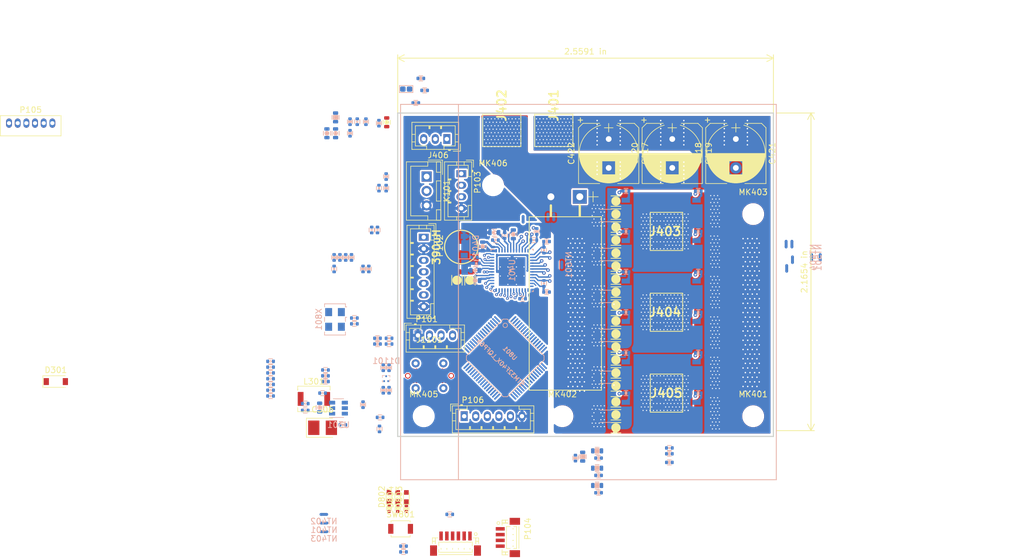
<source format=kicad_pcb>
(kicad_pcb (version 20171130) (host pcbnew "(5.1.4)-1")
  (layers (0 F.Cu signal) (1 In1.Cu power hide) (2 In2.Cu signal hide) (31 B.Cu power) (34 B.Paste user) (35 F.Paste user) (36 B.SilkS user) (37 F.SilkS user) (38 B.Mask user) (39 F.Mask user hide) (44 Edge.Cuts user))
  (net 0 "")
  (net 1 GND)
  (net 2 +3V3)
  (net 3 NRST)
  (net 4 SWDIO)
  (net 5 SWCLK)
  (net 6 "Net-(K101-Pad1)")
  (net 7 GNDD)
  (net 8 +BATT)
  (net 9 /drv_power_stage/buck_rcl)
  (net 10 "Net-(Q701-Pad2)")
  (net 11 "Net-(Q702-Pad2)")
  (net 12 "Net-(Q703-Pad2)")
  (net 13 "Net-(Q704-Pad2)")
  (net 14 GNDA)
  (net 15 /drv_power_stage/ENABLE)
  (net 16 /drv_power_stage/A_VSENSE)
  (net 17 /drv_power_stage/B_VSENSE)
  (net 18 /drv_power_stage/C_VSENSE)
  (net 19 "Net-(C201-Pad1)")
  (net 20 "Net-(C407-Pad2)")
  (net 21 /drv_power_stage/GDRV_VSENSE)
  (net 22 "Net-(K101-Pad2)")
  (net 23 /drv_power_stage/3.3_IREF)
  (net 24 /drv_power_stage/PHASE_B)
  (net 25 /drv_power_stage/PHASE_C)
  (net 26 /drv_power_stage/PHASE_A)
  (net 27 "Net-(Q601-Pad2)")
  (net 28 "Net-(Q602-Pad2)")
  (net 29 "Net-(Q603-Pad2)")
  (net 30 "Net-(Q604-Pad2)")
  (net 31 /drv_power_stage/A_ISENSE)
  (net 32 /drv_power_stage/B_ISENSE)
  (net 33 /drv_power_stage/C_ISENSE)
  (net 34 /Microcontroller/SERVO)
  (net 35 /Microcontroller/ADC_VBUS)
  (net 36 /Microcontroller/ADC_TEMP)
  (net 37 /Microcontroller/TEMP_MOTOR)
  (net 38 /drv_power_stage/power_phase_B/PR_SENSE)
  (net 39 /drv_power_stage/power_phase_B/NR_SENSE)
  (net 40 /drv_power_stage/power_phase_C/PR_SENSE)
  (net 41 /drv_power_stage/power_phase_C/NR_SENSE)
  (net 42 /drv_power_stage/power_phase_A/PR_SENSE)
  (net 43 /drv_power_stage/power_phase_A/NR_SENSE)
  (net 44 /Microcontroller/VCAP2)
  (net 45 /Microcontroller/VCAP1)
  (net 46 /drv_power_stage/power_phase_B/H_SWITCH)
  (net 47 /drv_power_stage/power_phase_C/H_SWITCH)
  (net 48 /drv_power_stage/power_phase_A/H_SWITCH)
  (net 49 /CAN_tranciever/CANH)
  (net 50 /CAN_tranciever/CANL)
  (net 51 /Microcontroller/BRAKE_SW)
  (net 52 /Microcontroller/ADC_BRAKE)
  (net 53 /Microcontroller/ADC_THROTTLE)
  (net 54 /Microcontroller/USART1_RX)
  (net 55 /Microcontroller/USART1_TX)
  (net 56 /Microcontroller/SCL_2)
  (net 57 /Microcontroller/SDA_2)
  (net 58 /Microcontroller/HALL_3)
  (net 59 /Microcontroller/HALL_2)
  (net 60 /Microcontroller/HALL_1)
  (net 61 /drv_power_stage/power_phase_B/PH_GND_LOW)
  (net 62 /drv_power_stage/power_phase_C/PH_GND_LOW)
  (net 63 /drv_power_stage/power_phase_A/PH_GND_LOW)
  (net 64 /Microcontroller/FAULT)
  (net 65 /drv_power_stage/power_phase_B/H_GATE)
  (net 66 /drv_power_stage/power_phase_B/L_GATE)
  (net 67 /drv_power_stage/power_phase_C/H_GATE)
  (net 68 /drv_power_stage/power_phase_C/L_GATE)
  (net 69 /drv_power_stage/power_phase_A/H_GATE)
  (net 70 /drv_power_stage/power_phase_A/L_GATE)
  (net 71 /Microcontroller/LED_GREEN)
  (net 72 /Microcontroller/LED_RED)
  (net 73 /Microcontroller/L3)
  (net 74 /Microcontroller/H3)
  (net 75 /Microcontroller/L2)
  (net 76 /Microcontroller/H2)
  (net 77 /Microcontroller/L1)
  (net 78 /Microcontroller/H1)
  (net 79 "Net-(C303-Pad2)")
  (net 80 "Net-(C303-Pad1)")
  (net 81 "Net-(C307-Pad2)")
  (net 82 "Net-(C407-Pad1)")
  (net 83 "Net-(C806-Pad1)")
  (net 84 "Net-(C808-Pad1)")
  (net 85 "Net-(D802-Pad1)")
  (net 86 "Net-(D803-Pad1)")
  (net 87 "Net-(D804-Pad1)")
  (net 88 "Net-(Q501-Pad2)")
  (net 89 "Net-(Q502-Pad2)")
  (net 90 "Net-(Q503-Pad2)")
  (net 91 "Net-(Q504-Pad2)")
  (net 92 "Net-(R301-Pad1)")
  (net 93 /drv_power_stage/vgls)
  (net 94 /drv_power_stage/dvdd)
  (net 95 /drv_power_stage/vdrain)
  (net 96 /drv_power_stage/vcp)
  (net 97 +15V)
  (net 98 /Microcontroller/BOOT_0)
  (net 99 /drv_power_stage/BK_VCC)
  (net 100 /drv_power_stage/BK_BST_C)
  (net 101 /drv_power_stage/BK_SW)
  (net 102 /drv_power_stage/BK_VOUT_RIPP)
  (net 103 /drv_power_stage/pwr_ctl)
  (net 104 /drv_power_stage/BK_RT_SD)
  (net 105 /drv_power_stage/pwr_ctl_g)
  (net 106 "/USB-C connector/D-")
  (net 107 "/USB-C connector/D+")
  (net 108 "Net-(J1101-PadA4)")
  (net 109 "Net-(J1101-PadA6)")
  (net 110 "Net-(J1101-PadB5)")
  (net 111 "Net-(J1101-PadA7)")
  (net 112 "Net-(J1101-PadA5)")
  (net 113 /drv_power_stage/sw_led)
  (net 114 /drv_power_stage/batt_pwr_ctl)
  (net 115 /drv_power_stage/power_phase_C/NR_SENSE_R)
  (net 116 /drv_power_stage/power_phase_B/NR_SENSE_R)
  (net 117 /drv_power_stage/power_phase_A/NR_SENSE_R)
  (net 118 /DRV_MISO)
  (net 119 /DRV_MOSI)
  (net 120 /DRV_CLK)
  (net 121 /DRV_CS)
  (module pkl_dipol:R_0402 (layer B.Cu) (at 135.25 163.25 90)
    (fp_text reference R415)
    (fp_text value 2.2kΩ)
    (pad 2 smd roundrect (at 0.5 0 90) (size 0.5 0.6) (layers B.Cu B.Paste B.Mask) (net 7 GNDD))
    (pad 1 smd roundrect (at -0.5 0 90) (size 0.5 0.6) (layers B.Cu B.Paste B.Mask) (net 35 /Microcontroller/ADC_VBUS))
  )
  (module pkl_dipol:R_0402 (layer B.Cu) (at 139.25 163.25 180)
    (fp_text reference R413)
    (fp_text value 2.2kΩ)
    (pad 2 smd roundrect (at 0.5 0 180) (size 0.5 0.6) (layers B.Cu B.Paste B.Mask) (net 7 GNDD))
    (pad 1 smd roundrect (at -0.5 0 180) (size 0.5 0.6) (layers B.Cu B.Paste B.Mask) (net 18 /drv_power_stage/C_VSENSE))
  )
  (module pkl_dipol:R_0402 (layer B.Cu) (at 139.25 166.25 180)
    (fp_text reference R411)
    (fp_text value 2.2kΩ)
    (pad 2 smd roundrect (at 0.5 0 180) (size 0.5 0.6) (layers B.Cu B.Paste B.Mask) (net 7 GNDD))
    (pad 1 smd roundrect (at -0.5 0 180) (size 0.5 0.6) (layers B.Cu B.Paste B.Mask) (net 17 /drv_power_stage/B_VSENSE))
  )
  (module pkl_dipol:R_0402 (layer B.Cu) (at 139.25 169.25 180)
    (fp_text reference R409)
    (fp_text value 2.2kΩ)
    (pad 2 smd roundrect (at 0.5 0 180) (size 0.5 0.6) (layers B.Cu B.Paste B.Mask) (net 7 GNDD))
    (pad 1 smd roundrect (at -0.5 0 180) (size 0.5 0.6) (layers B.Cu B.Paste B.Mask) (net 16 /drv_power_stage/A_VSENSE))
  )
  (module Connectors_JST:JST_SH_BM04B-SRSS-TB_04x1.00mm_Straight (layer F.Cu) (at 123.5 177 270)
    (fp_text reference P104 (at -1.5 -3.5 90) (layer F.SilkS))
    (fp_text value I2C)
    (pad 1 smd rect (at -1.5 1.2625 270) (size 0.6 1.55) (layers F.Cu F.Paste F.Mask) (net 56 /Microcontroller/SCL_2))
    (pad 2 smd rect (at -0.5 1.2625 270) (size 0.6 1.55) (layers F.Cu F.Paste F.Mask) (net 57 /Microcontroller/SDA_2))
    (pad 3 smd rect (at 0.5 1.2625 270) (size 0.6 1.55) (layers F.Cu F.Paste F.Mask) (net 2 +3V3))
    (pad 4 smd rect (at 1.5 1.2625 270) (size 0.6 1.55) (layers F.Cu F.Paste F.Mask) (net 1 GND))
    (pad "" smd rect (at -2.8 -1.2625 270) (size 1.2 1.8) (layers F.Cu F.Paste F.Mask))
    (pad "" smd rect (at 2.8 -1.2625 270) (size 1.2 1.8) (layers F.Cu F.Paste F.Mask))
  )
  (module Connectors_JST:JST_SH_BM06B-SRSS-TB_06x1.00mm_Straight (layer F.Cu) (at 114.5 178 180)
    (fp_text reference J801 (at -2.5 -3.5) (layer F.SilkS))
    (fp_text value SWD)
    (pad 1 smd rect (at -2.5 1.2625 180) (size 0.6 1.55) (layers F.Cu F.Paste F.Mask) (net 2 +3V3))
    (pad 2 smd rect (at -1.5 1.2625 180) (size 0.6 1.55) (layers F.Cu F.Paste F.Mask) (net 5 SWCLK))
    (pad 3 smd rect (at -0.5 1.2625 180) (size 0.6 1.55) (layers F.Cu F.Paste F.Mask) (net 1 GND))
    (pad 4 smd rect (at 0.5 1.2625 180) (size 0.6 1.55) (layers F.Cu F.Paste F.Mask) (net 4 SWDIO))
    (pad 5 smd rect (at 1.5 1.2625 180) (size 0.6 1.55) (layers F.Cu F.Paste F.Mask) (net 3 NRST))
    (pad 6 smd rect (at 2.5 1.2625 180) (size 0.6 1.55) (layers F.Cu F.Paste F.Mask))
    (pad "" smd rect (at -3.8 -1.2625 180) (size 1.2 1.8) (layers F.Cu F.Paste F.Mask))
    (pad "" smd rect (at 3.8 -1.2625 180) (size 1.2 1.8) (layers F.Cu F.Paste F.Mask))
  )
  (module Locals:DRV8353RHRGZR (layer B.Cu) (at 124.3 130.75 270)
    (fp_text reference U401 (at 0 0 270) (layer B.SilkS) (effects (justify mirror)))
    (fp_text value DRV8353RSRGZT)
    (fp_text user * (at 0 0 270) (layer B.SilkS) (effects (justify mirror)))
    (pad 1 smd rect (at -3.400001 2.75 180) (size 0.24 0.599999) (layers B.Cu B.Paste B.Mask) (net 7 GNDD))
    (pad 2 smd rect (at -3.400001 2.250001 180) (size 0.24 0.599999) (layers B.Cu B.Paste B.Mask) (net 93 /drv_power_stage/vgls))
    (pad 3 smd rect (at -3.400001 1.749999 180) (size 0.24 0.599999) (layers B.Cu B.Paste B.Mask) (net 20 "Net-(C407-Pad2)"))
    (pad 4 smd rect (at -3.400001 1.25 180) (size 0.24 0.599999) (layers B.Cu B.Paste B.Mask) (net 82 "Net-(C407-Pad1)"))
    (pad 5 smd rect (at -3.400001 0.749998 180) (size 0.24 0.599999) (layers B.Cu B.Paste B.Mask) (net 97 +15V))
    (pad 6 smd rect (at -3.400001 0.25 180) (size 0.24 0.599999) (layers B.Cu B.Paste B.Mask) (net 95 /drv_power_stage/vdrain))
    (pad 7 smd rect (at -3.400001 -0.25 180) (size 0.24 0.599999) (layers B.Cu B.Paste B.Mask) (net 96 /drv_power_stage/vcp))
    (pad 8 smd rect (at -3.400001 -0.750001 180) (size 0.24 0.599999) (layers B.Cu B.Paste B.Mask) (net 69 /drv_power_stage/power_phase_A/H_GATE))
    (pad 9 smd rect (at -3.400001 -1.25 180) (size 0.24 0.599999) (layers B.Cu B.Paste B.Mask) (net 48 /drv_power_stage/power_phase_A/H_SWITCH))
    (pad 10 smd rect (at -3.400001 -1.750002 180) (size 0.24 0.599999) (layers B.Cu B.Paste B.Mask) (net 70 /drv_power_stage/power_phase_A/L_GATE))
    (pad 11 smd rect (at -3.400001 -2.250001 180) (size 0.24 0.599999) (layers B.Cu B.Paste B.Mask) (net 42 /drv_power_stage/power_phase_A/PR_SENSE))
    (pad 12 smd rect (at -3.400001 -2.75 180) (size 0.24 0.599999) (layers B.Cu B.Paste B.Mask) (net 43 /drv_power_stage/power_phase_A/NR_SENSE))
    (pad 13 smd rect (at -2.75 -3.400001 270) (size 0.24 0.599999) (layers B.Cu B.Paste B.Mask) (net 39 /drv_power_stage/power_phase_B/NR_SENSE))
    (pad 14 smd rect (at -2.250001 -3.400001 270) (size 0.24 0.599999) (layers B.Cu B.Paste B.Mask) (net 38 /drv_power_stage/power_phase_B/PR_SENSE))
    (pad 15 smd rect (at -1.749999 -3.400001 270) (size 0.24 0.599999) (layers B.Cu B.Paste B.Mask) (net 66 /drv_power_stage/power_phase_B/L_GATE))
    (pad 16 smd rect (at -1.25 -3.400001 270) (size 0.24 0.599999) (layers B.Cu B.Paste B.Mask) (net 46 /drv_power_stage/power_phase_B/H_SWITCH))
    (pad 17 smd rect (at -0.749998 -3.400001 270) (size 0.24 0.599999) (layers B.Cu B.Paste B.Mask) (net 65 /drv_power_stage/power_phase_B/H_GATE))
    (pad 18 smd rect (at -0.25 -3.400001 270) (size 0.24 0.599999) (layers B.Cu B.Paste B.Mask) (net 67 /drv_power_stage/power_phase_C/H_GATE))
    (pad 19 smd rect (at 0.25 -3.400001 270) (size 0.24 0.599999) (layers B.Cu B.Paste B.Mask) (net 47 /drv_power_stage/power_phase_C/H_SWITCH))
    (pad 20 smd rect (at 0.750001 -3.400001 270) (size 0.24 0.599999) (layers B.Cu B.Paste B.Mask) (net 68 /drv_power_stage/power_phase_C/L_GATE))
    (pad 21 smd rect (at 1.25 -3.400001 270) (size 0.24 0.599999) (layers B.Cu B.Paste B.Mask) (net 40 /drv_power_stage/power_phase_C/PR_SENSE))
    (pad 22 smd rect (at 1.750002 -3.400001 270) (size 0.24 0.599999) (layers B.Cu B.Paste B.Mask) (net 41 /drv_power_stage/power_phase_C/NR_SENSE))
    (pad 23 smd rect (at 2.250001 -3.400001 270) (size 0.24 0.599999) (layers B.Cu B.Paste B.Mask) (net 33 /drv_power_stage/C_ISENSE))
    (pad 24 smd rect (at 2.75 -3.400001 270) (size 0.24 0.599999) (layers B.Cu B.Paste B.Mask) (net 32 /drv_power_stage/B_ISENSE))
    (pad 25 smd rect (at 3.400001 -2.75 180) (size 0.24 0.599999) (layers B.Cu B.Paste B.Mask) (net 31 /drv_power_stage/A_ISENSE))
    (pad 26 smd rect (at 3.400001 -2.250001 180) (size 0.24 0.599999) (layers B.Cu B.Paste B.Mask) (net 23 /drv_power_stage/3.3_IREF))
    (pad 27 smd rect (at 3.400001 -1.750002 180) (size 0.24 0.599999) (layers B.Cu B.Paste B.Mask) (net 14 GNDA))
    (pad 28 smd rect (at 3.400001 -1.25 180) (size 0.24 0.599999) (layers B.Cu B.Paste B.Mask) (net 64 /Microcontroller/FAULT))
    (pad 29 smd rect (at 3.400001 -0.750001 180) (size 0.24 0.599999) (layers B.Cu B.Paste B.Mask) (net 118 /DRV_MISO))
    (pad 30 smd rect (at 3.400001 -0.25 180) (size 0.24 0.599999) (layers B.Cu B.Paste B.Mask) (net 119 /DRV_MOSI))
    (pad 31 smd rect (at 3.400001 0.25 180) (size 0.24 0.599999) (layers B.Cu B.Paste B.Mask) (net 120 /DRV_CLK))
    (pad 32 smd rect (at 3.400001 0.749998 180) (size 0.24 0.599999) (layers B.Cu B.Paste B.Mask) (net 121 /DRV_CS))
    (pad 33 smd rect (at 3.400001 1.25 180) (size 0.24 0.599999) (layers B.Cu B.Paste B.Mask) (net 15 /drv_power_stage/ENABLE))
    (pad 34 smd rect (at 3.400001 1.749999 180) (size 0.24 0.599999) (layers B.Cu B.Paste B.Mask) (net 78 /Microcontroller/H1))
    (pad 35 smd rect (at 3.400001 2.250001 180) (size 0.24 0.599999) (layers B.Cu B.Paste B.Mask) (net 77 /Microcontroller/L1))
    (pad 36 smd rect (at 3.400001 2.75 180) (size 0.24 0.599999) (layers B.Cu B.Paste B.Mask) (net 76 /Microcontroller/H2))
    (pad 37 smd rect (at 2.75 3.400001 270) (size 0.24 0.599999) (layers B.Cu B.Paste B.Mask) (net 75 /Microcontroller/L2))
    (pad 38 smd rect (at 2.250001 3.400001 270) (size 0.24 0.599999) (layers B.Cu B.Paste B.Mask) (net 74 /Microcontroller/H3))
    (pad 39 smd rect (at 1.750002 3.400001 270) (size 0.24 0.599999) (layers B.Cu B.Paste B.Mask) (net 73 /Microcontroller/L3))
    (pad 40 smd rect (at 1.25 3.400001 270) (size 0.24 0.599999) (layers B.Cu B.Paste B.Mask) (net 94 /drv_power_stage/dvdd))
    (pad 41 smd rect (at 0.750001 3.400001 270) (size 0.24 0.599999) (layers B.Cu B.Paste B.Mask) (net 1 GND))
    (pad 42 smd rect (at 0.25 3.400001 270) (size 0.24 0.599999) (layers B.Cu B.Paste B.Mask) (net 101 /drv_power_stage/BK_SW))
    (pad 43 smd rect (at -0.25 3.400001 270) (size 0.24 0.599999) (layers B.Cu B.Paste B.Mask) (net 8 +BATT))
    (pad 44 smd rect (at -0.749998 3.400001 270) (size 0.24 0.599999) (layers B.Cu B.Paste B.Mask) (net 99 /drv_power_stage/BK_VCC))
    (pad 45 smd rect (at -1.25 3.400001 270) (size 0.24 0.599999) (layers B.Cu B.Paste B.Mask) (net 100 /drv_power_stage/BK_BST_C))
    (pad 46 smd rect (at -1.749999 3.400001 270) (size 0.24 0.599999) (layers B.Cu B.Paste B.Mask) (net 9 /drv_power_stage/buck_rcl))
    (pad 47 smd rect (at -2.250001 3.400001 270) (size 0.24 0.599999) (layers B.Cu B.Paste B.Mask) (net 104 /drv_power_stage/BK_RT_SD))
    (pad 48 smd rect (at -2.75 3.400001 270) (size 0.24 0.599999) (layers B.Cu B.Paste B.Mask) (net 21 /drv_power_stage/GDRV_VSENSE))
    (pad 49 smd rect (at 0.188001 0 270) (size 4.974999 4.600001) (layers B.Cu B.Mask) (net 7 GNDD))
    (pad 49 thru_hole circle (at -2.050001 0.740001 270) (size 0.499999 0.499999) (drill 0.2032) (layers *.Cu *.Mask) (net 7 GNDD))
    (pad 49 thru_hole circle (at -2.050001 -0.740001 270) (size 0.499999 0.499999) (drill 0.2032) (layers *.Cu *.Mask) (net 7 GNDD))
    (pad 49 thru_hole circle (at -0.596999 -2.050001 270) (size 0.499999 0.499999) (drill 0.2032) (layers *.Cu *.Mask) (net 7 GNDD))
    (pad 49 thru_hole circle (at -0.596999 -0.740001 270) (size 0.499999 0.499999) (drill 0.2032) (layers *.Cu *.Mask) (net 7 GNDD))
    (pad 49 thru_hole circle (at -0.596999 0.740001 270) (size 0.499999 0.499999) (drill 0.2032) (layers *.Cu *.Mask) (net 7 GNDD))
    (pad 49 thru_hole circle (at 2.426 -0.740001 270) (size 0.499999 0.499999) (drill 0.2032) (layers *.Cu *.Mask) (net 7 GNDD))
    (pad 49 thru_hole circle (at 2.426 0.740001 270) (size 0.499999 0.499999) (drill 0.2032) (layers *.Cu *.Mask) (net 7 GNDD))
    (pad 49 thru_hole circle (at 0.973 -2.050001 270) (size 0.499999 0.499999) (drill 0.2032) (layers *.Cu *.Mask) (net 7 GNDD))
    (pad 49 thru_hole circle (at 0.973 -0.740001 270) (size 0.499999 0.499999) (drill 0.2032) (layers *.Cu *.Mask) (net 7 GNDD))
    (pad 49 thru_hole circle (at 0.973 0.740001 270) (size 0.499999 0.499999) (drill 0.2032) (layers *.Cu *.Mask) (net 7 GNDD))
    (pad 49 thru_hole circle (at -0.596999 2.050001 270) (size 0.499999 0.499999) (drill 0.2032) (layers *.Cu *.Mask) (net 7 GNDD))
    (pad 49 thru_hole circle (at 0.973 2.050001 270) (size 0.499999 0.499999) (drill 0.2032) (layers *.Cu *.Mask) (net 7 GNDD))
  )
  (module pkl_dipol:C_0603 (layer F.Cu) (at 102.6 105.1 90)
    (fp_text reference C416)
    (fp_text value 0.1uF)
    (pad 2 smd roundrect (at 0.75 0 90) (size 0.6 0.9) (layers F.Cu F.Paste F.Mask) (net 7 GNDD))
    (pad 1 smd roundrect (at -0.75 0 90) (size 0.6 0.9) (layers F.Cu F.Paste F.Mask) (net 114 /drv_power_stage/batt_pwr_ctl))
  )
  (module crf1:simple_jst-zh_1.5mm_unfinished (layer F.Cu) (at 41 105.25 180)
    (fp_text reference P105 (at 0 2.3) (layer F.SilkS))
    (fp_text value HALL/Encoder)
    (pad 6 thru_hole oval (at 3.75 0 180) (size 1 1.6) (drill 0.7) (layers *.Cu *.Mask))
    (pad 5 thru_hole oval (at 2.25 0 180) (size 1 1.6) (drill 0.7) (layers *.Cu *.Mask))
    (pad 4 thru_hole oval (at 0.75 0 180) (size 1 1.6) (drill 0.7) (layers *.Cu *.Mask))
    (pad 3 thru_hole oval (at -0.75 0 180) (size 1 1.6) (drill 0.7) (layers *.Cu *.Mask))
    (pad 2 thru_hole oval (at -2.25 0 180) (size 1 1.6) (drill 0.7) (layers *.Cu *.Mask))
    (pad 1 thru_hole oval (at -3.75 0 180) (size 1 1.6) (drill 0.7) (layers *.Cu *.Mask))
  )
  (module Connectors_JST:JST_XH_B03B-XH-A_03x2.50mm_Straight (layer F.Cu) (at 109.5 114.5 270)
    (fp_text reference K101 (at 2.5 -3.5 90) (layer F.SilkS))
    (fp_text value SERVO)
    (pad 1 thru_hole rect (at 0 0 270) (size 1.75 1.75) (drill 1) (layers *.Cu *.Mask) (net 6 "Net-(K101-Pad1)"))
    (pad 2 thru_hole circle (at 2.5 0 270) (size 1.75 1.75) (drill 1) (layers *.Cu *.Mask) (net 22 "Net-(K101-Pad2)"))
    (pad 3 thru_hole circle (at 5 0 270) (size 1.75 1.75) (drill 1) (layers *.Cu *.Mask) (net 1 GND))
  )
  (module Connectors_JST:JST_PH_B3B-PH-K_03x2.00mm_Straight (layer F.Cu) (at 113 108 180)
    (fp_text reference J406 (at 1.5 -2.8) (layer F.SilkS))
    (fp_text value Conn_01x03)
    (pad 1 thru_hole rect (at 0 0 180) (size 1.2 1.7) (drill 0.75) (layers *.Cu *.Mask) (net 113 /drv_power_stage/sw_led))
    (pad 2 thru_hole oval (at 2 0 180) (size 1.2 1.7) (drill 0.75) (layers *.Cu *.Mask) (net 7 GNDD))
    (pad 3 thru_hole oval (at 4 0 180) (size 1.2 1.7) (drill 0.75) (layers *.Cu *.Mask) (net 103 /drv_power_stage/pwr_ctl))
  )
  (module pkl_dipol:R_0402 (layer B.Cu) (at 103 151.5 90)
    (fp_text reference R1104)
    (fp_text value 5.1k)
    (pad 2 smd roundrect (at 0.5 0 90) (size 0.5 0.6) (layers B.Cu B.Paste B.Mask) (net 1 GND))
    (pad 1 smd roundrect (at -0.5 0 90) (size 0.5 0.6) (layers B.Cu B.Paste B.Mask) (net 112 "Net-(J1101-PadA5)"))
  )
  (module pkl_dipol:R_0402 (layer B.Cu) (at 102 151.5 90)
    (fp_text reference R1103)
    (fp_text value 5.1k)
    (pad 2 smd roundrect (at 0.5 0 90) (size 0.5 0.6) (layers B.Cu B.Paste B.Mask) (net 1 GND))
    (pad 1 smd roundrect (at -0.5 0 90) (size 0.5 0.6) (layers B.Cu B.Paste B.Mask) (net 110 "Net-(J1101-PadB5)"))
  )
  (module pkl_dipol:R_0402 (layer B.Cu) (at 103 147.6 90)
    (fp_text reference R1102)
    (fp_text value 22R)
    (pad 2 smd roundrect (at 0.5 0 90) (size 0.5 0.6) (layers B.Cu B.Paste B.Mask) (net 109 "Net-(J1101-PadA6)"))
    (pad 1 smd roundrect (at -0.5 0 90) (size 0.5 0.6) (layers B.Cu B.Paste B.Mask) (net 107 "/USB-C connector/D+"))
  )
  (module pkl_dipol:R_0402 (layer B.Cu) (at 102 147.6 90)
    (fp_text reference R1101)
    (fp_text value 22R)
    (pad 2 smd roundrect (at 0.5 0 90) (size 0.5 0.6) (layers B.Cu B.Paste B.Mask) (net 111 "Net-(J1101-PadA7)"))
    (pad 1 smd roundrect (at -0.5 0 90) (size 0.5 0.6) (layers B.Cu B.Paste B.Mask) (net 106 "/USB-C connector/D-"))
  )
  (module pkl_connectors:USB_C_receptacle_vertical (layer F.Cu) (at 110 149)
    (fp_text reference J1101 (at 0 -6.25) (layer F.SilkS))
    (fp_text value USB_C_Receptacle)
    (pad "" np_thru_hole circle (at 3.75 0 180) (size 1 1) (drill 0.66) (layers F.Cu))
    (pad "" np_thru_hole circle (at -3.75 0) (size 1 1) (drill 0.66) (layers F.Cu))
    (pad 1 thru_hole circle (at -2.4 2.15) (size 1.4 1.4) (drill 0.7) (layers *.Cu *.Mask))
    (pad 1 thru_hole circle (at 2.4 -2.15) (size 1.4 1.4) (drill 0.7) (layers *.Cu *.Mask))
    (pad 1 thru_hole circle (at 2.4 2.15 180) (size 1.4 1.4) (drill 0.7) (layers *.Cu *.Mask))
    (pad B2 smd rect (at 2.25 0.83 180) (size 0.3 0.85) (layers F.Cu F.Paste F.Mask))
    (pad B3 smd rect (at 1.75 0.83 180) (size 0.3 0.85) (layers F.Cu F.Paste F.Mask))
    (pad B4 smd rect (at 1.25 0.83 180) (size 0.3 0.85) (layers F.Cu F.Paste F.Mask) (net 108 "Net-(J1101-PadA4)"))
    (pad B6 smd rect (at 0.25 0.83 180) (size 0.3 0.85) (layers F.Cu F.Paste F.Mask) (net 109 "Net-(J1101-PadA6)"))
    (pad B5 smd rect (at 0.75 0.83 180) (size 0.3 0.85) (layers F.Cu F.Paste F.Mask) (net 110 "Net-(J1101-PadB5)"))
    (pad B12 smd rect (at -2.75 0.83 180) (size 0.3 0.85) (layers F.Cu F.Paste F.Mask) (net 1 GND))
    (pad B11 smd rect (at -2.25 0.83 180) (size 0.3 0.85) (layers F.Cu F.Paste F.Mask))
    (pad B8 smd rect (at -0.75 0.83 180) (size 0.3 0.85) (layers F.Cu F.Paste F.Mask))
    (pad B10 smd rect (at -1.75 0.83 180) (size 0.3 0.85) (layers F.Cu F.Paste F.Mask))
    (pad B9 smd rect (at -1.25 0.83 180) (size 0.3 0.85) (layers F.Cu F.Paste F.Mask) (net 108 "Net-(J1101-PadA4)"))
    (pad B7 smd rect (at -0.25 0.83 180) (size 0.3 0.85) (layers F.Cu F.Paste F.Mask) (net 111 "Net-(J1101-PadA7)"))
    (pad B1 smd rect (at 2.75 0.83 180) (size 0.3 0.85) (layers F.Cu F.Paste F.Mask) (net 1 GND))
    (pad A8 smd rect (at 0.75 -0.83) (size 0.3 0.85) (layers F.Cu F.Paste F.Mask))
    (pad A9 smd rect (at 1.25 -0.83) (size 0.3 0.85) (layers F.Cu F.Paste F.Mask) (net 108 "Net-(J1101-PadA4)"))
    (pad A10 smd rect (at 1.75 -0.83) (size 0.3 0.85) (layers F.Cu F.Paste F.Mask))
    (pad A12 smd rect (at 2.75 -0.83) (size 0.3 0.85) (layers F.Cu F.Paste F.Mask) (net 1 GND))
    (pad A11 smd rect (at 2.25 -0.83) (size 0.3 0.85) (layers F.Cu F.Paste F.Mask))
    (pad A7 smd rect (at 0.25 -0.83) (size 0.3 0.85) (layers F.Cu F.Paste F.Mask) (net 111 "Net-(J1101-PadA7)"))
    (pad A6 smd rect (at -0.25 -0.83) (size 0.3 0.85) (layers F.Cu F.Paste F.Mask) (net 109 "Net-(J1101-PadA6)"))
    (pad A5 smd rect (at -0.75 -0.83) (size 0.3 0.85) (layers F.Cu F.Paste F.Mask) (net 112 "Net-(J1101-PadA5)"))
    (pad A4 smd rect (at -1.25 -0.83) (size 0.3 0.85) (layers F.Cu F.Paste F.Mask) (net 108 "Net-(J1101-PadA4)"))
    (pad A3 smd rect (at -1.75 -0.83) (size 0.3 0.85) (layers F.Cu F.Paste F.Mask))
    (pad A2 smd rect (at -2.25 -0.83) (size 0.3 0.85) (layers F.Cu F.Paste F.Mask))
    (pad A1 smd rect (at -2.75 -0.83) (size 0.3 0.85) (layers F.Cu F.Paste F.Mask) (net 1 GND))
    (pad 1 thru_hole circle (at -2.4 -2.15) (size 1.4 1.4) (drill 0.7) (layers *.Cu *.Mask))
  )
  (module digikey-footprints:SOT-3 (layer B.Cu) (at 102.5 149.5 180)
    (fp_text reference D1101 (at -0.025 3.075) (layer B.SilkS) (effects (justify mirror)))
    (fp_text value TPD2EUSB30DRTR)
    (pad 2 smd rect (at 0.35 -0.425 180) (size 0.3 0.3) (layers B.Cu B.Paste B.Mask) (net 106 "/USB-C connector/D-"))
    (pad 3 smd rect (at 0 0.425 180) (size 0.3 0.3) (layers B.Cu B.Paste B.Mask) (net 1 GND))
    (pad 1 smd rect (at -0.35 -0.425 180) (size 0.3 0.3) (layers B.Cu B.Paste B.Mask) (net 107 "/USB-C connector/D+"))
  )
  (module moxie-drive-custom:CP_Radial_D12.5mm_P5.00mm_horiz (layer F.Cu) (at 136 118 180)
    (fp_text reference C414)
    (fp_text value 560uF)
    (pad 1 thru_hole rect (at 0 0 180) (size 2.4 2.4) (drill 1.2) (layers *.Cu *.Mask) (net 8 +BATT))
    (pad 2 thru_hole circle (at 5 0 180) (size 2.4 2.4) (drill 1.2) (layers *.Cu *.Mask) (net 7 GNDD))
  )
  (module Buttons_Switches_SMD:SW_SPST_B3U-1000P (layer F.Cu) (at 105 175.5)
    (fp_text reference SW801 (at 0 -2.5) (layer F.SilkS))
    (fp_text value SW_Push)
    (pad 1 smd rect (at -1.7 0) (size 0.9 1.7) (layers F.Cu F.Paste F.Mask) (net 98 /Microcontroller/BOOT_0))
    (pad 2 smd rect (at 1.7 0) (size 0.9 1.7) (layers F.Cu F.Paste F.Mask) (net 2 +3V3))
  )
  (module pkl_dipol:R_0402 (layer B.Cu) (at 105.5 178.5 180)
    (fp_text reference R804)
    (fp_text value 10k)
    (pad 2 smd roundrect (at 0.5 0 180) (size 0.5 0.6) (layers B.Cu B.Paste B.Mask) (net 1 GND))
    (pad 1 smd roundrect (at -0.5 0 180) (size 0.5 0.6) (layers B.Cu B.Paste B.Mask) (net 98 /Microcontroller/BOOT_0))
  )
  (module pkl_dipol:R_0402 (layer B.Cu) (at 107.63 101.75)
    (fp_text reference R420)
    (fp_text value 100)
    (pad 2 smd roundrect (at 0.5 0) (size 0.5 0.6) (layers B.Cu B.Paste B.Mask) (net 97 +15V))
    (pad 1 smd roundrect (at -0.5 0) (size 0.5 0.6) (layers B.Cu B.Paste B.Mask) (net 113 /drv_power_stage/sw_led))
  )
  (module pkl_dipol:C_0402 (layer B.Cu) (at 105.5 179.5)
    (fp_text reference C813)
    (fp_text value 100n)
    (pad 2 smd roundrect (at 0.5 0) (size 0.5 0.6) (layers B.Cu B.Paste B.Mask) (net 98 /Microcontroller/BOOT_0))
    (pad 1 smd roundrect (at -0.5 0) (size 0.5 0.6) (layers B.Cu B.Paste B.Mask) (net 1 GND))
  )
  (module Diodes_SMD:D_SOD-123 (layer F.Cu) (at 45.35 150)
    (fp_text reference D301 (at 0 -2) (layer F.SilkS))
    (fp_text value 1.5KExxA)
    (pad 1 smd rect (at -1.65 0) (size 0.9 1.2) (layers F.Cu F.Paste F.Mask) (net 2 +3V3))
    (pad 2 smd rect (at 1.65 0) (size 0.9 1.2) (layers F.Cu F.Paste F.Mask) (net 1 GND))
  )
  (module Diodes_SMD:D_SOD-123 (layer B.Cu) (at 116 126.5 90)
    (fp_text reference D401 (at 0 2 -90) (layer B.SilkS) (effects (justify mirror)))
    (fp_text value DFLS1100-7)
    (pad 1 smd rect (at -1.65 0 90) (size 0.9 1.2) (layers B.Cu B.Paste B.Mask) (net 101 /drv_power_stage/BK_SW))
    (pad 2 smd rect (at 1.65 0 90) (size 0.9 1.2) (layers B.Cu B.Paste B.Mask) (net 7 GNDD))
  )
  (module pkl_dipol:C_0603 (layer B.Cu) (at 92.25 107 270)
    (fp_text reference C413)
    (fp_text value 10uF)
    (pad 2 smd roundrect (at 0.75 0 270) (size 0.6 0.9) (layers B.Cu B.Paste B.Mask) (net 7 GNDD))
    (pad 1 smd roundrect (at -0.75 0 270) (size 0.6 0.9) (layers B.Cu B.Paste B.Mask) (net 97 +15V))
  )
  (module pkl_dipol:C_0402 (layer B.Cu) (at 123 124.7 90)
    (fp_text reference C403)
    (fp_text value 0.1uF)
    (pad 2 smd roundrect (at 0.5 0 90) (size 0.5 0.6) (layers B.Cu B.Paste B.Mask) (net 7 GNDD))
    (pad 1 smd roundrect (at -0.5 0 90) (size 0.5 0.6) (layers B.Cu B.Paste B.Mask) (net 97 +15V))
  )
  (module pkl_dipol:C_0603 (layer B.Cu) (at 93.75 107 270)
    (fp_text reference C402)
    (fp_text value 10uF)
    (pad 2 smd roundrect (at 0.75 0 270) (size 0.6 0.9) (layers B.Cu B.Paste B.Mask) (net 7 GNDD))
    (pad 1 smd roundrect (at -0.75 0 270) (size 0.6 0.9) (layers B.Cu B.Paste B.Mask) (net 97 +15V))
  )
  (module pkl_dipol:C_0603 (layer B.Cu) (at 121.2 124.2 180)
    (fp_text reference C401)
    (fp_text value 10uF)
    (pad 2 smd roundrect (at 0.75 0 180) (size 0.6 0.9) (layers B.Cu B.Paste B.Mask) (net 7 GNDD))
    (pad 1 smd roundrect (at -0.75 0 180) (size 0.6 0.9) (layers B.Cu B.Paste B.Mask) (net 97 +15V))
  )
  (module pkl_dipol:R_0402 (layer B.Cu) (at 109.155 99.575)
    (fp_text reference R419)
    (fp_text value 22k?)
    (pad 2 smd roundrect (at 0.5 0) (size 0.5 0.6) (layers B.Cu B.Paste B.Mask) (net 103 /drv_power_stage/pwr_ctl))
    (pad 1 smd roundrect (at -0.5 0) (size 0.5 0.6) (layers B.Cu B.Paste B.Mask) (net 105 /drv_power_stage/pwr_ctl_g))
  )
  (module pkl_dipol:R_0402 (layer B.Cu) (at 108.5 97.5)
    (fp_text reference R418)
    (fp_text value 10k)
    (pad 2 smd roundrect (at 0.5 0) (size 0.5 0.6) (layers B.Cu B.Paste B.Mask) (net 105 /drv_power_stage/pwr_ctl_g))
    (pad 1 smd roundrect (at -0.5 0) (size 0.5 0.6) (layers B.Cu B.Paste B.Mask) (net 8 +BATT))
  )
  (module pkl_jumpers:J_0603 (layer B.Cu) (at 105.965 99.35)
    (fp_text reference JP401)
    (fp_text value pwr_ctl_byp)
    (pad 2 smd roundrect (at 0.575 0) (size 0.95 0.9) (layers B.Cu B.Mask) (net 114 /drv_power_stage/batt_pwr_ctl))
    (pad 1 smd roundrect (at -0.575 0) (size 0.95 0.9) (layers B.Cu B.Mask) (net 8 +BATT))
  )
  (module pkl_dipol:C_1206 (layer F.Cu) (at 114.75 132.45 270)
    (fp_text reference C425)
    (fp_text value "1uF ")
    (pad 2 smd roundrect (at 1.45 0 270) (size 0.9 1.6) (layers F.Cu F.Paste F.Mask) (net 7 GNDD))
    (pad 1 smd roundrect (at -1.45 0 270) (size 0.9 1.6) (layers F.Cu F.Paste F.Mask) (net 8 +BATT))
  )
  (module pkl_dipol:C_1206 (layer F.Cu) (at 117 132.45 270)
    (fp_text reference C424)
    (fp_text value "1uF ")
    (pad 2 smd roundrect (at 1.45 0 270) (size 0.9 1.6) (layers F.Cu F.Paste F.Mask) (net 7 GNDD))
    (pad 1 smd roundrect (at -1.45 0 270) (size 0.9 1.6) (layers F.Cu F.Paste F.Mask) (net 8 +BATT))
  )
  (module pkl_dipol:C_1206 (layer F.Cu) (at 142.25 123.25 180)
    (fp_text reference C707)
    (fp_text value "1uF ")
    (pad 2 smd roundrect (at 1.45 0 180) (size 0.9 1.6) (layers F.Cu F.Paste F.Mask) (net 7 GNDD))
    (pad 1 smd roundrect (at -1.45 0 180) (size 0.9 1.6) (layers F.Cu F.Paste F.Mask) (net 8 +BATT))
  )
  (module pkl_dipol:C_1206 (layer F.Cu) (at 142.25 125.5 180)
    (fp_text reference C705)
    (fp_text value "1uF ")
    (pad 2 smd roundrect (at 1.45 0 180) (size 0.9 1.6) (layers F.Cu F.Paste F.Mask) (net 7 GNDD))
    (pad 1 smd roundrect (at -1.45 0 180) (size 0.9 1.6) (layers F.Cu F.Paste F.Mask) (net 8 +BATT))
  )
  (module pkl_dipol:C_1206 (layer F.Cu) (at 142.25 136.75 180)
    (fp_text reference C607)
    (fp_text value "1uF ")
    (pad 2 smd roundrect (at 1.45 0 180) (size 0.9 1.6) (layers F.Cu F.Paste F.Mask) (net 7 GNDD))
    (pad 1 smd roundrect (at -1.45 0 180) (size 0.9 1.6) (layers F.Cu F.Paste F.Mask) (net 8 +BATT))
  )
  (module pkl_dipol:C_1206 (layer F.Cu) (at 142.25 139.5 180)
    (fp_text reference C605)
    (fp_text value "1uF ")
    (pad 2 smd roundrect (at 1.45 0 180) (size 0.9 1.6) (layers F.Cu F.Paste F.Mask) (net 7 GNDD))
    (pad 1 smd roundrect (at -1.45 0 180) (size 0.9 1.6) (layers F.Cu F.Paste F.Mask) (net 8 +BATT))
  )
  (module pkl_dipol:C_1206 (layer F.Cu) (at 142.25 150.75 180)
    (fp_text reference C507)
    (fp_text value "1uF ")
    (pad 2 smd roundrect (at 1.45 0 180) (size 0.9 1.6) (layers F.Cu F.Paste F.Mask) (net 7 GNDD))
    (pad 1 smd roundrect (at -1.45 0 180) (size 0.9 1.6) (layers F.Cu F.Paste F.Mask) (net 8 +BATT))
  )
  (module pkl_dipol:C_1206 (layer F.Cu) (at 142.25 153.5 180)
    (fp_text reference C505)
    (fp_text value "1uF ")
    (pad 2 smd roundrect (at 1.45 0 180) (size 0.9 1.6) (layers F.Cu F.Paste F.Mask) (net 7 GNDD))
    (pad 1 smd roundrect (at -1.45 0 180) (size 0.9 1.6) (layers F.Cu F.Paste F.Mask) (net 8 +BATT))
  )
  (module Mounting_Holes:MountingHole_3.2mm_M3_DIN965 (layer F.Cu) (at 121 116)
    (fp_text reference MK406 (at 0 -3.8) (layer F.SilkS))
    (fp_text value Mounting_Hole)
    (pad 1 np_thru_hole circle (at 0 0) (size 3.2 3.2) (drill 3.2) (layers *.Cu *.Mask))
  )
  (module Mounting_Holes:MountingHole_3.2mm_M3_DIN965 (layer F.Cu) (at 109 156)
    (fp_text reference MK405 (at 0 -3.8) (layer F.SilkS))
    (fp_text value Mounting_Hole)
    (pad 1 np_thru_hole circle (at 0 0) (size 3.2 3.2) (drill 3.2) (layers *.Cu *.Mask))
  )
  (module Mounting_Holes:MountingHole_3.2mm_M3_DIN965 (layer F.Cu) (at 107 87)
    (fp_text reference MK404 (at 0 -3.8) (layer F.SilkS))
    (fp_text value Mounting_Hole)
    (pad 1 np_thru_hole circle (at 0 0) (size 3.2 3.2) (drill 3.2) (layers *.Cu *.Mask))
  )
  (module Mounting_Holes:MountingHole_3.2mm_M3_DIN965 (layer F.Cu) (at 166 121)
    (fp_text reference MK403 (at 0 -3.8) (layer F.SilkS))
    (fp_text value Mounting_Hole)
    (pad 1 np_thru_hole circle (at 0 0) (size 3.2 3.2) (drill 3.2) (layers *.Cu *.Mask))
  )
  (module Mounting_Holes:MountingHole_3.2mm_M3_DIN965 (layer F.Cu) (at 133 156)
    (fp_text reference MK402 (at 0 -3.8) (layer F.SilkS))
    (fp_text value Mounting_Hole)
    (pad 1 np_thru_hole circle (at 0 0) (size 3.2 3.2) (drill 3.2) (layers *.Cu *.Mask))
  )
  (module Mounting_Holes:MountingHole_3.2mm_M3_DIN965 (layer F.Cu) (at 166 156)
    (fp_text reference MK401 (at 0 -3.8) (layer F.SilkS))
    (fp_text value Mounting_Hole)
    (pad 1 np_thru_hole circle (at 0 0) (size 3.2 3.2) (drill 3.2) (layers *.Cu *.Mask))
  )
  (module Capacitors_THT:CP_Radial_D10.0mm_P5.00mm (layer F.Cu) (at 163 108 270)
    (fp_text reference C421 (at 2.5 -6.31 90) (layer F.SilkS))
    (fp_text value 56uF)
    (pad 1 thru_hole rect (at 0 0 270) (size 2 2) (drill 1) (layers *.Cu *.Mask) (net 8 +BATT))
    (pad 2 thru_hole circle (at 5 0 270) (size 2 2) (drill 1) (layers *.Cu *.Mask) (net 7 GNDD))
  )
  (module Capacitors_THT:CP_Radial_D10.0mm_P5.00mm (layer F.Cu) (at 152 108 270)
    (fp_text reference C419 (at 2.5 -6.31 90) (layer F.SilkS))
    (fp_text value 56uF)
    (pad 1 thru_hole rect (at 0 0 270) (size 2 2) (drill 1) (layers *.Cu *.Mask) (net 8 +BATT))
    (pad 2 thru_hole circle (at 5 0 270) (size 2 2) (drill 1) (layers *.Cu *.Mask) (net 7 GNDD))
  )
  (module Capacitors_THT:CP_Radial_D10.0mm_P5.00mm (layer F.Cu) (at 141 108 270)
    (fp_text reference C417 (at 2.5 -6.31 90) (layer F.SilkS))
    (fp_text value 56uF)
    (pad 1 thru_hole rect (at 0 0 270) (size 2 2) (drill 1) (layers *.Cu *.Mask) (net 8 +BATT))
    (pad 2 thru_hole circle (at 5 0 270) (size 2 2) (drill 1) (layers *.Cu *.Mask) (net 7 GNDD))
  )
  (module NetTie:NetTie-2_SMD_Pad0.5mm (layer B.Cu) (at 177.6 128.5 270)
    (fp_text reference NT404 (at 0 1.2 90) (layer B.SilkS) (effects (justify mirror)))
    (fp_text value Net-Tie_2)
    (fp_poly (pts (xy -0.5 0.25) (xy 0.5 0.25) (xy 0.5 -0.25) (xy -0.5 -0.25)) (layer B.Cu) (width 0))
    (pad 1 smd circle (at -0.5 0 270) (size 0.5 0.5) (layers B.Cu) (net 8 +BATT))
    (pad 2 smd circle (at 0.5 0 270) (size 0.5 0.5) (layers B.Cu) (net 95 /drv_power_stage/vdrain))
  )
  (module crf1:inductor_smd_5.8mmx4.8hmm (layer F.Cu) (at 115.5 126.69914 90)
    (fp_text reference L401 hide)
    (fp_text value 390uH (at 0 -4.30022 90) (layer F.SilkS) (effects (font (size 1.27 1.27) (thickness 0.254))))
    (pad 1 smd rect (at 1.80086 0 90) (size 2.49936 5.99948) (layers F.Cu F.Paste F.Mask) (net 102 /drv_power_stage/BK_VOUT_RIPP))
    (pad 2 smd rect (at -1.80086 0 90) (size 2.49936 5.99948) (layers F.Cu F.Paste F.Mask) (net 101 /drv_power_stage/BK_SW))
  )
  (module crf1:1PAD_6x5mm (layer F.Cu) (at 151 152 90)
    (fp_text reference J405 (at 0 0 180) (layer F.SilkS) (effects (font (size 1.524 1.524) (thickness 0.3048))))
    (fp_text value C hide)
    (pad 1 smd rect (at 0 0 90) (size 6 5) (layers F.Cu F.Paste F.Mask) (net 25 /drv_power_stage/PHASE_C))
  )
  (module crf1:1PAD_6x5mm (layer F.Cu) (at 151 138 90)
    (fp_text reference J404 (at 0 -0.25 180) (layer F.SilkS) (effects (font (size 1.524 1.524) (thickness 0.3048))))
    (fp_text value B hide)
    (pad 1 smd rect (at 0 0 90) (size 6 5) (layers F.Cu F.Paste F.Mask) (net 24 /drv_power_stage/PHASE_B))
  )
  (module crf1:1PAD_6x5mm (layer F.Cu) (at 151 124 90)
    (fp_text reference J403 (at 0 -0.25 180) (layer F.SilkS) (effects (font (size 1.524 1.524) (thickness 0.3048))))
    (fp_text value A hide)
    (pad 1 smd rect (at 0 0 90) (size 6 5) (layers F.Cu F.Paste F.Mask) (net 26 /drv_power_stage/PHASE_A))
  )
  (module crf1:1PAD_6x5mm (layer F.Cu) (at 122.5 106.5)
    (fp_text reference J402 (at 0 -4.3 270) (layer F.SilkS) (effects (font (size 1.524 1.524) (thickness 0.3048))))
    (fp_text value Gnd hide)
    (pad 1 smd rect (at 0 0) (size 6 5) (layers F.Cu F.Paste F.Mask) (net 7 GNDD))
  )
  (module crf1:1PAD_6x5mm (layer F.Cu) (at 131.5 106.5)
    (fp_text reference J401 (at 0 -4.3 270) (layer F.SilkS) (effects (font (size 1.524 1.524) (thickness 0.3048))))
    (fp_text value +Vbat hide)
    (pad 1 smd rect (at 0 0) (size 6 5) (layers F.Cu F.Paste F.Mask) (net 8 +BATT))
  )
  (module Capacitors_SMD:CP_Elec_10x10.5 (layer F.Cu) (at 163 110.5 270)
    (fp_text reference C418 (at 0 6.46 90) (layer F.SilkS))
    (fp_text value 20uF)
    (fp_text user + (at -5.78 4.97 90) (layer F.SilkS))
    (pad 1 smd rect (at -4 0 90) (size 4 2.5) (layers F.Cu F.Paste F.Mask) (net 8 +BATT))
    (pad 2 smd rect (at 4 0 90) (size 4 2.5) (layers F.Cu F.Paste F.Mask) (net 7 GNDD))
  )
  (module pkl_dipol:C_0402 (layer B.Cu) (at 126.1 135.65 180)
    (fp_text reference C406)
    (fp_text value 0.1uF)
    (pad 1 smd roundrect (at -0.5 0 180) (size 0.5 0.6) (layers B.Cu B.Paste B.Mask) (net 23 /drv_power_stage/3.3_IREF))
    (pad 2 smd roundrect (at 0.5 0 180) (size 0.5 0.6) (layers B.Cu B.Paste B.Mask) (net 14 GNDA))
  )
  (module pkl_dipol:C_0603 (layer B.Cu) (at 117.9 130.75 180)
    (fp_text reference C404)
    (fp_text value 0.1uF)
    (pad 1 smd roundrect (at -0.75 0 180) (size 0.6 0.9) (layers B.Cu B.Paste B.Mask) (net 8 +BATT))
    (pad 2 smd roundrect (at 0.75 0 180) (size 0.6 0.9) (layers B.Cu B.Paste B.Mask) (net 7 GNDD))
  )
  (module Capacitors_SMD:CP_Elec_10x10.5 (layer F.Cu) (at 141 110.5 270)
    (fp_text reference C422 (at 0 6.46 90) (layer F.SilkS))
    (fp_text value 20uF)
    (fp_text user + (at -5.78 4.97 90) (layer F.SilkS))
    (pad 1 smd rect (at -4 0 90) (size 4 2.5) (layers F.Cu F.Paste F.Mask) (net 8 +BATT))
    (pad 2 smd rect (at 4 0 90) (size 4 2.5) (layers F.Cu F.Paste F.Mask) (net 7 GNDD))
  )
  (module Capacitors_SMD:CP_Elec_10x10.5 (layer F.Cu) (at 152 110.5 270)
    (fp_text reference C420 (at 0 6.46 90) (layer F.SilkS))
    (fp_text value 20uF)
    (fp_text user + (at -5.78 4.97 90) (layer F.SilkS))
    (pad 1 smd rect (at -4 0 90) (size 4 2.5) (layers F.Cu F.Paste F.Mask) (net 8 +BATT))
    (pad 2 smd rect (at 4 0 90) (size 4 2.5) (layers F.Cu F.Paste F.Mask) (net 7 GNDD))
  )
  (module pkl_dipol:R_0402 (layer B.Cu) (at 92 150 180)
    (fp_text reference R303)
    (fp_text value "10k 0.1%")
    (pad 2 smd roundrect (at 0.5 0 180) (size 0.5 0.6) (layers B.Cu B.Paste B.Mask) (net 1 GND))
    (pad 1 smd roundrect (at -0.5 0 180) (size 0.5 0.6) (layers B.Cu B.Paste B.Mask) (net 81 "Net-(C307-Pad2)"))
  )
  (module pkl_dipol:R_0402 (layer B.Cu) (at 92 149)
    (fp_text reference R302)
    (fp_text value "R33.2k 0.1%")
    (pad 2 smd roundrect (at 0.5 0) (size 0.5 0.6) (layers B.Cu B.Paste B.Mask) (net 81 "Net-(C307-Pad2)"))
    (pad 1 smd roundrect (at -0.5 0) (size 0.5 0.6) (layers B.Cu B.Paste B.Mask) (net 2 +3V3))
  )
  (module pkl_dipol:R_0402 (layer B.Cu) (at 98.5 154 90)
    (fp_text reference R301)
    (fp_text value 1k)
    (pad 2 smd roundrect (at 0.5 0 90) (size 0.5 0.6) (layers B.Cu B.Paste B.Mask) (net 97 +15V))
    (pad 1 smd roundrect (at -0.5 0 90) (size 0.5 0.6) (layers B.Cu B.Paste B.Mask) (net 92 "Net-(R301-Pad1)"))
  )
  (module Inductors_SMD:L_Neosid_Ms42 (layer F.Cu) (at 90 153)
    (fp_text reference L301 (at 0 -3) (layer F.SilkS))
    (fp_text value 3.3uH)
    (pad 1 smd rect (at -2.3 0) (size 1 2.4) (layers F.Cu F.Paste F.Mask) (net 2 +3V3))
    (pad 2 smd rect (at 2.3 0) (size 1 2.4) (layers F.Cu F.Paste F.Mask) (net 80 "Net-(C303-Pad1)"))
  )
  (module pkl_dipol:C_0402 (layer B.Cu) (at 151.5 161.5)
    (fp_text reference C423)
    (fp_text value 100nf)
    (pad 2 smd roundrect (at 0.5 0) (size 0.5 0.6) (layers B.Cu B.Paste B.Mask) (net 14 GNDA))
    (pad 1 smd roundrect (at -0.5 0) (size 0.5 0.6) (layers B.Cu B.Paste B.Mask) (net 36 /Microcontroller/ADC_TEMP))
  )
  (module pkl_dipol:C_0402 (layer B.Cu) (at 92 148)
    (fp_text reference C307)
    (fp_text value NP)
    (pad 2 smd roundrect (at 0.5 0) (size 0.5 0.6) (layers B.Cu B.Paste B.Mask) (net 81 "Net-(C307-Pad2)"))
    (pad 1 smd roundrect (at -0.5 0) (size 0.5 0.6) (layers B.Cu B.Paste B.Mask) (net 2 +3V3))
  )
  (module pkl_dipol:C_0402 (layer B.Cu) (at 88.5 155)
    (fp_text reference C305)
    (fp_text value 2.2uf)
    (pad 2 smd roundrect (at 0.5 0) (size 0.5 0.6) (layers B.Cu B.Paste B.Mask) (net 1 GND))
    (pad 1 smd roundrect (at -0.5 0) (size 0.5 0.6) (layers B.Cu B.Paste B.Mask) (net 2 +3V3))
  )
  (module pkl_dipol:C_0402 (layer B.Cu) (at 88.5 153.815)
    (fp_text reference C304)
    (fp_text value 100nf)
    (pad 2 smd roundrect (at 0.5 0) (size 0.5 0.6) (layers B.Cu B.Paste B.Mask) (net 1 GND))
    (pad 1 smd roundrect (at -0.5 0) (size 0.5 0.6) (layers B.Cu B.Paste B.Mask) (net 2 +3V3))
  )
  (module pkl_dipol:C_0402 (layer B.Cu) (at 95 157.5)
    (fp_text reference C303)
    (fp_text value 100nf)
    (pad 2 smd roundrect (at 0.5 0) (size 0.5 0.6) (layers B.Cu B.Paste B.Mask) (net 79 "Net-(C303-Pad2)"))
    (pad 1 smd roundrect (at -0.5 0) (size 0.5 0.6) (layers B.Cu B.Paste B.Mask) (net 80 "Net-(C303-Pad1)"))
  )
  (module pkl_dipol:C_0402 (layer B.Cu) (at 91.5 152)
    (fp_text reference C302)
    (fp_text value 100nf)
    (pad 2 smd roundrect (at 0.5 0) (size 0.5 0.6) (layers B.Cu B.Paste B.Mask) (net 1 GND))
    (pad 1 smd roundrect (at -0.5 0) (size 0.5 0.6) (layers B.Cu B.Paste B.Mask) (net 97 +15V))
  )
  (module pkl_dipol:C_0603 (layer B.Cu) (at 91 154.5 270)
    (fp_text reference C301)
    (fp_text value 10uf)
    (pad 2 smd roundrect (at 0.75 0 270) (size 0.6 0.9) (layers B.Cu B.Paste B.Mask) (net 1 GND))
    (pad 1 smd roundrect (at -0.75 0 270) (size 0.6 0.9) (layers B.Cu B.Paste B.Mask) (net 97 +15V))
  )
  (module Resistors_SMD:R_1206 (layer B.Cu) (at 140.5 121.25 180)
    (fp_text reference R707 hide)
    (fp_text value 1mΩ hide)
    (pad 1 smd rect (at -1.45 0 180) (size 0.9 1.7) (layers B.Cu B.Paste B.Mask) (net 63 /drv_power_stage/power_phase_A/PH_GND_LOW))
    (pad 2 smd rect (at 1.45 0 180) (size 0.9 1.7) (layers B.Cu B.Paste B.Mask) (net 7 GNDD))
  )
  (module Resistors_SMD:R_1206 (layer B.Cu) (at 140.5 128 180)
    (fp_text reference R706 hide)
    (fp_text value 1mΩ hide)
    (pad 1 smd rect (at -1.45 0 180) (size 0.9 1.7) (layers B.Cu B.Paste B.Mask) (net 63 /drv_power_stage/power_phase_A/PH_GND_LOW))
    (pad 2 smd rect (at 1.45 0 180) (size 0.9 1.7) (layers B.Cu B.Paste B.Mask) (net 7 GNDD))
  )
  (module Resistors_SMD:R_1206 (layer B.Cu) (at 140.5 135.25 180)
    (fp_text reference R607 hide)
    (fp_text value 1mΩ hide)
    (pad 1 smd rect (at -1.45 0 180) (size 0.9 1.7) (layers B.Cu B.Paste B.Mask) (net 61 /drv_power_stage/power_phase_B/PH_GND_LOW))
    (pad 2 smd rect (at 1.45 0 180) (size 0.9 1.7) (layers B.Cu B.Paste B.Mask) (net 7 GNDD))
  )
  (module Resistors_SMD:R_1206 (layer B.Cu) (at 140.5 142 180)
    (fp_text reference R606 hide)
    (fp_text value 1mΩ hide)
    (pad 1 smd rect (at -1.45 0 180) (size 0.9 1.7) (layers B.Cu B.Paste B.Mask) (net 61 /drv_power_stage/power_phase_B/PH_GND_LOW))
    (pad 2 smd rect (at 1.45 0 180) (size 0.9 1.7) (layers B.Cu B.Paste B.Mask) (net 7 GNDD))
  )
  (module Resistors_SMD:R_1206 (layer B.Cu) (at 140.5 149.25 180)
    (fp_text reference R507 hide)
    (fp_text value 1mΩ hide)
    (pad 1 smd rect (at -1.45 0 180) (size 0.9 1.7) (layers B.Cu B.Paste B.Mask) (net 62 /drv_power_stage/power_phase_C/PH_GND_LOW))
    (pad 2 smd rect (at 1.45 0 180) (size 0.9 1.7) (layers B.Cu B.Paste B.Mask) (net 7 GNDD))
  )
  (module Resistors_SMD:R_1206 (layer B.Cu) (at 140.5 156 180)
    (fp_text reference R506 hide)
    (fp_text value 1mΩ hide)
    (pad 1 smd rect (at -1.45 0 180) (size 0.9 1.7) (layers B.Cu B.Paste B.Mask) (net 62 /drv_power_stage/power_phase_C/PH_GND_LOW))
    (pad 2 smd rect (at 1.45 0 180) (size 0.9 1.7) (layers B.Cu B.Paste B.Mask) (net 7 GNDD))
  )
  (module NetTie:NetTie-2_SMD_Pad0.5mm (layer B.Cu) (at 131.5 121.5 90)
    (fp_text reference NT703 hide)
    (fp_text value Net-Tie_2 hide)
    (fp_poly (pts (xy -0.5 0.25) (xy 0.5 0.25) (xy 0.5 -0.25) (xy -0.5 -0.25)) (layer B.Cu) (width 0))
    (pad 2 smd circle (at 0.5 0 90) (size 0.5 0.5) (layers B.Cu) (net 7 GNDD))
    (pad 1 smd circle (at -0.5 0 90) (size 0.5 0.5) (layers B.Cu) (net 117 /drv_power_stage/power_phase_A/NR_SENSE_R))
  )
  (module NetTie:NetTie-2_SMD_Pad0.5mm (layer B.Cu) (at 130.5 121.5 90)
    (fp_text reference NT702 hide)
    (fp_text value Net-Tie_2 hide)
    (fp_poly (pts (xy -0.5 0.25) (xy 0.5 0.25) (xy 0.5 -0.25) (xy -0.5 -0.25)) (layer B.Cu) (width 0))
    (pad 2 smd circle (at 0.5 0 90) (size 0.5 0.5) (layers B.Cu) (net 63 /drv_power_stage/power_phase_A/PH_GND_LOW))
    (pad 1 smd circle (at -0.5 0 90) (size 0.5 0.5) (layers B.Cu) (net 42 /drv_power_stage/power_phase_A/PR_SENSE))
  )
  (module NetTie:NetTie-2_SMD_Pad0.5mm (layer B.Cu) (at 172.8 128.9 90)
    (fp_text reference NT603 hide)
    (fp_text value Net-Tie_2 hide)
    (fp_poly (pts (xy -0.5 0.25) (xy 0.5 0.25) (xy 0.5 -0.25) (xy -0.5 -0.25)) (layer B.Cu) (width 0))
    (pad 2 smd circle (at 0.5 0 90) (size 0.5 0.5) (layers B.Cu) (net 7 GNDD))
    (pad 1 smd circle (at -0.5 0 90) (size 0.5 0.5) (layers B.Cu) (net 116 /drv_power_stage/power_phase_B/NR_SENSE_R))
  )
  (module NetTie:NetTie-2_SMD_Pad0.5mm (layer B.Cu) (at 171.8 130.4 90)
    (fp_text reference NT602 hide)
    (fp_text value Net-Tie_2 hide)
    (fp_poly (pts (xy -0.5 0.25) (xy 0.5 0.25) (xy 0.5 -0.25) (xy -0.5 -0.25)) (layer B.Cu) (width 0))
    (pad 2 smd circle (at 0.5 0 90) (size 0.5 0.5) (layers B.Cu) (net 61 /drv_power_stage/power_phase_B/PH_GND_LOW))
    (pad 1 smd circle (at -0.5 0 90) (size 0.5 0.5) (layers B.Cu) (net 38 /drv_power_stage/power_phase_B/PR_SENSE))
  )
  (module NetTie:NetTie-2_SMD_Pad0.5mm (layer B.Cu) (at 171.7 126.2 90)
    (fp_text reference NT503 hide)
    (fp_text value Net-Tie_2 hide)
    (fp_poly (pts (xy -0.5 0.25) (xy 0.5 0.25) (xy 0.5 -0.25) (xy -0.5 -0.25)) (layer B.Cu) (width 0))
    (pad 2 smd circle (at 0.5 0 90) (size 0.5 0.5) (layers B.Cu) (net 7 GNDD))
    (pad 1 smd circle (at -0.5 0 90) (size 0.5 0.5) (layers B.Cu) (net 115 /drv_power_stage/power_phase_C/NR_SENSE_R))
  )
  (module NetTie:NetTie-2_SMD_Pad0.5mm (layer B.Cu) (at 172.7 126.2 90)
    (fp_text reference NT502 hide)
    (fp_text value Net-Tie_2 hide)
    (fp_poly (pts (xy -0.5 0.25) (xy 0.5 0.25) (xy 0.5 -0.25) (xy -0.5 -0.25)) (layer B.Cu) (width 0))
    (pad 2 smd circle (at 0.5 0 90) (size 0.5 0.5) (layers B.Cu) (net 62 /drv_power_stage/power_phase_C/PH_GND_LOW))
    (pad 1 smd circle (at -0.5 0 90) (size 0.5 0.5) (layers B.Cu) (net 40 /drv_power_stage/power_phase_C/PR_SENSE))
  )
  (module pkl_dipol:R_0402 (layer B.Cu) (at 144 124 180)
    (fp_text reference R705)
    (fp_text value 5Ω)
    (pad 1 smd roundrect (at -0.5 0 180) (size 0.5 0.6) (layers B.Cu B.Paste B.Mask) (net 13 "Net-(Q704-Pad2)"))
    (pad 2 smd roundrect (at 0.5 0 180) (size 0.5 0.6) (layers B.Cu B.Paste B.Mask) (net 70 /drv_power_stage/power_phase_A/L_GATE))
  )
  (module Oscillators:Oscillator_SMD_EuroQuartz_XO53-4pin_5.0x3.2mm (layer B.Cu) (at 93.65 139.24 270)
    (fp_text reference X801 (at 0 2.8 90) (layer B.SilkS) (effects (justify mirror)))
    (fp_text value "8MHz 10ppm")
    (pad 1 smd rect (at -1.27 -1.1 270) (size 1.4 1.2) (layers B.Cu B.Paste B.Mask) (net 83 "Net-(C806-Pad1)"))
    (pad 2 smd rect (at 1.27 -1.1 270) (size 1.4 1.2) (layers B.Cu B.Paste B.Mask) (net 84 "Net-(C808-Pad1)"))
    (pad 3 smd rect (at 1.27 1.1 270) (size 1.4 1.2) (layers B.Cu B.Paste B.Mask) (net 1 GND))
    (pad 4 smd rect (at -1.27 1.1 270) (size 1.4 1.2) (layers B.Cu B.Paste B.Mask))
  )
  (module crf1:lqfp64_pad_mod (layer B.Cu) (at 123.1 145.9 315)
    (fp_text reference U801 (at 0 -1.143 135) (layer B.SilkS) (effects (font (size 0.7493 0.7493) (thickness 0.14986)) (justify mirror)))
    (fp_text value STM32F40X_LQFP64 (at 0 1.143 135) (layer B.SilkS) (effects (font (size 0.7493 0.7493) (thickness 0.14986)) (justify mirror)))
    (pad 64 smd rect (at -5.75056 -3.74904 315) (size 1.30048 0.3) (layers B.Cu B.Paste B.Mask) (net 2 +3V3))
    (pad 63 smd rect (at -5.75056 -3.2512 315) (size 1.30048 0.3) (layers B.Cu B.Paste B.Mask) (net 1 GND))
    (pad 62 smd rect (at -5.75056 -2.75082 315) (size 1.30048 0.3) (layers B.Cu B.Paste B.Mask))
    (pad 61 smd rect (at -5.75056 -2.25044 315) (size 1.30048 0.3) (layers B.Cu B.Paste B.Mask))
    (pad 60 smd rect (at -5.75056 -1.75006 315) (size 1.30048 0.3) (layers B.Cu B.Paste B.Mask) (net 98 /Microcontroller/BOOT_0))
    (pad 48 smd rect (at -3.74904 5.75056 315) (size 0.3 1.30048) (layers B.Cu B.Paste B.Mask) (net 2 +3V3))
    (pad 47 smd rect (at -3.2512 5.75056 315) (size 0.3 1.30048) (layers B.Cu B.Paste B.Mask) (net 44 /Microcontroller/VCAP2))
    (pad 46 smd rect (at -2.75082 5.75056 315) (size 0.3 1.30048) (layers B.Cu B.Paste B.Mask) (net 4 SWDIO))
    (pad 45 smd rect (at -2.25044 5.75056 315) (size 0.3 1.30048) (layers B.Cu B.Paste B.Mask) (net 107 "/USB-C connector/D+"))
    (pad 44 smd rect (at -1.75006 5.75056 315) (size 0.3 1.30048) (layers B.Cu B.Paste B.Mask) (net 106 "/USB-C connector/D-"))
    (pad 32 smd rect (at 5.75056 3.74904 315) (size 1.30048 0.3) (layers B.Cu B.Paste B.Mask) (net 2 +3V3))
    (pad 31 smd rect (at 5.75056 3.2512 315) (size 1.30048 0.3) (layers B.Cu B.Paste B.Mask) (net 45 /Microcontroller/VCAP1))
    (pad 30 smd rect (at 5.75056 2.75082 315) (size 1.30048 0.3) (layers B.Cu B.Paste B.Mask) (net 57 /Microcontroller/SDA_2))
    (pad 29 smd rect (at 5.75056 2.25044 315) (size 1.30048 0.3) (layers B.Cu B.Paste B.Mask) (net 56 /Microcontroller/SCL_2))
    (pad 28 smd rect (at 5.75056 1.75006 315) (size 1.30048 0.3) (layers B.Cu B.Paste B.Mask))
    (pad 16 smd rect (at 3.74904 -5.75056 315) (size 0.3 1.30048) (layers B.Cu B.Paste B.Mask) (net 18 /drv_power_stage/C_VSENSE))
    (pad 15 smd rect (at 3.2512 -5.75056 315) (size 0.3 1.30048) (layers B.Cu B.Paste B.Mask) (net 17 /drv_power_stage/B_VSENSE))
    (pad 14 smd rect (at 2.75082 -5.75056 315) (size 0.3 1.30048) (layers B.Cu B.Paste B.Mask) (net 16 /drv_power_stage/A_VSENSE))
    (pad 13 smd rect (at 2.25044 -5.75056 315) (size 0.3 1.30048) (layers B.Cu B.Paste B.Mask) (net 2 +3V3))
    (pad 12 smd rect (at 1.75006 -5.75056 315) (size 0.3 1.30048) (layers B.Cu B.Paste B.Mask) (net 14 GNDA))
    (pad 59 smd rect (at -5.75056 -1.24968 315) (size 1.30048 0.3) (layers B.Cu B.Paste B.Mask) (net 54 /Microcontroller/USART1_RX))
    (pad 58 smd rect (at -5.75056 -0.7493 315) (size 1.30048 0.3) (layers B.Cu B.Paste B.Mask) (net 55 /Microcontroller/USART1_TX))
    (pad 57 smd rect (at -5.75056 -0.24892 315) (size 1.30048 0.3) (layers B.Cu B.Paste B.Mask) (net 51 /Microcontroller/BRAKE_SW))
    (pad 43 smd rect (at -1.24968 5.75056 315) (size 0.3 1.30048) (layers B.Cu B.Paste B.Mask) (net 74 /Microcontroller/H3))
    (pad 42 smd rect (at -0.7493 5.75056 315) (size 0.3 1.30048) (layers B.Cu B.Paste B.Mask) (net 76 /Microcontroller/H2))
    (pad 41 smd rect (at -0.24892 5.75056 315) (size 0.3 1.30048) (layers B.Cu B.Paste B.Mask) (net 78 /Microcontroller/H1))
    (pad 27 smd rect (at 5.75056 1.24968 315) (size 1.30048 0.3) (layers B.Cu B.Paste B.Mask) (net 52 /Microcontroller/ADC_BRAKE))
    (pad 26 smd rect (at 5.75056 0.7493 315) (size 1.30048 0.3) (layers B.Cu B.Paste B.Mask) (net 53 /Microcontroller/ADC_THROTTLE))
    (pad 25 smd rect (at 5.75056 0.24892 315) (size 1.30048 0.3) (layers B.Cu B.Paste B.Mask) (net 37 /Microcontroller/TEMP_MOTOR))
    (pad 11 smd rect (at 1.24968 -5.75056 315) (size 0.3 1.30048) (layers B.Cu B.Paste B.Mask) (net 35 /Microcontroller/ADC_VBUS))
    (pad 10 smd rect (at 0.7493 -5.75056 315) (size 0.3 1.30048) (layers B.Cu B.Paste B.Mask) (net 33 /drv_power_stage/C_ISENSE))
    (pad 9 smd rect (at 0.24892 -5.75056 315) (size 0.3 1.30048) (layers B.Cu B.Paste B.Mask) (net 32 /drv_power_stage/B_ISENSE))
    (pad 56 smd rect (at -5.75056 0.24892 315) (size 1.30048 0.3) (layers B.Cu B.Paste B.Mask) (net 118 /DRV_MISO))
    (pad 55 smd rect (at -5.75056 0.7493 315) (size 1.30048 0.3) (layers B.Cu B.Paste B.Mask) (net 120 /DRV_CLK))
    (pad 54 smd rect (at -5.75056 1.24968 315) (size 1.30048 0.3) (layers B.Cu B.Paste B.Mask))
    (pad 53 smd rect (at -5.75056 1.75006 315) (size 1.30048 0.3) (layers B.Cu B.Paste B.Mask) (net 119 /DRV_MOSI))
    (pad 52 smd rect (at -5.75056 2.25044 315) (size 1.30048 0.3) (layers B.Cu B.Paste B.Mask))
    (pad 51 smd rect (at -5.75056 2.75082 315) (size 1.30048 0.3) (layers B.Cu B.Paste B.Mask))
    (pad 50 smd rect (at -5.75056 3.2512 315) (size 1.30048 0.3) (layers B.Cu B.Paste B.Mask) (net 121 /DRV_CS))
    (pad 49 smd rect (at -5.75056 3.74904 315) (size 1.30048 0.3) (layers B.Cu B.Paste B.Mask) (net 5 SWCLK))
    (pad 40 smd rect (at 0.24892 5.75056 315) (size 0.3 1.30048) (layers B.Cu B.Paste B.Mask) (net 15 /drv_power_stage/ENABLE))
    (pad 39 smd rect (at 0.7493 5.75056 315) (size 0.3 1.30048) (layers B.Cu B.Paste B.Mask) (net 58 /Microcontroller/HALL_3))
    (pad 38 smd rect (at 1.24968 5.75056 315) (size 0.3 1.30048) (layers B.Cu B.Paste B.Mask) (net 59 /Microcontroller/HALL_2))
    (pad 37 smd rect (at 1.75006 5.75056 315) (size 0.3 1.30048) (layers B.Cu B.Paste B.Mask) (net 60 /Microcontroller/HALL_1))
    (pad 36 smd rect (at 2.25044 5.75056 315) (size 0.3 1.30048) (layers B.Cu B.Paste B.Mask) (net 73 /Microcontroller/L3))
    (pad 35 smd rect (at 2.75082 5.75056 315) (size 0.3 1.30048) (layers B.Cu B.Paste B.Mask) (net 75 /Microcontroller/L2))
    (pad 34 smd rect (at 3.2512 5.75056 315) (size 0.3 1.30048) (layers B.Cu B.Paste B.Mask) (net 77 /Microcontroller/L1))
    (pad 33 smd rect (at 3.74904 5.75056 315) (size 0.3 1.30048) (layers B.Cu B.Paste B.Mask) (net 64 /Microcontroller/FAULT))
    (pad 24 smd rect (at 5.75056 -0.24892 315) (size 1.30048 0.3) (layers B.Cu B.Paste B.Mask) (net 36 /Microcontroller/ADC_TEMP))
    (pad 23 smd rect (at 5.75056 -0.7493 315) (size 1.30048 0.3) (layers B.Cu B.Paste B.Mask))
    (pad 22 smd rect (at 5.75056 -1.24968 315) (size 1.30048 0.3) (layers B.Cu B.Paste B.Mask))
    (pad 21 smd rect (at 5.75056 -1.75006 315) (size 1.30048 0.3) (layers B.Cu B.Paste B.Mask))
    (pad 20 smd rect (at 5.75056 -2.25044 315) (size 1.30048 0.3) (layers B.Cu B.Paste B.Mask))
    (pad 19 smd rect (at 5.75056 -2.75082 315) (size 1.30048 0.3) (layers B.Cu B.Paste B.Mask) (net 2 +3V3))
    (pad 18 smd rect (at 5.75056 -3.2512 315) (size 1.30048 0.3) (layers B.Cu B.Paste B.Mask) (net 1 GND))
    (pad 17 smd rect (at 5.75056 -3.74904 315) (size 1.30048 0.3) (layers B.Cu B.Paste B.Mask) (net 34 /Microcontroller/SERVO))
    (pad 3 smd rect (at -2.75082 -5.75056 315) (size 0.3 1.30048) (layers B.Cu B.Paste B.Mask) (net 71 /Microcontroller/LED_GREEN))
    (pad 2 smd rect (at -3.2512 -5.75056 315) (size 0.3 1.30048) (layers B.Cu B.Paste B.Mask))
    (pad 1 smd rect (at -3.74904 -5.75056 315) (size 0.3 1.30048) (layers B.Cu B.Paste B.Mask) (net 2 +3V3))
    (pad 8 smd rect (at -0.24892 -5.75056 315) (size 0.3 1.30048) (layers B.Cu B.Paste B.Mask) (net 31 /drv_power_stage/A_ISENSE))
    (pad 7 smd rect (at -0.7493 -5.75056 315) (size 0.3 1.30048) (layers B.Cu B.Paste B.Mask) (net 3 NRST))
    (pad 6 smd rect (at -1.24968 -5.75056 315) (size 0.3 1.30048) (layers B.Cu B.Paste B.Mask) (net 84 "Net-(C808-Pad1)"))
    (pad 5 smd rect (at -1.75006 -5.75056 315) (size 0.3 1.30048) (layers B.Cu B.Paste B.Mask) (net 83 "Net-(C806-Pad1)"))
    (pad 4 smd rect (at -2.25044 -5.75056 315) (size 0.3 1.30048) (layers B.Cu B.Paste B.Mask) (net 72 /Microcontroller/LED_RED))
  )
  (module TO_SOT_Packages_SMD:SOT-23-6 (layer B.Cu) (at 94.25 154.6)
    (fp_text reference U301 (at 0 2.9) (layer B.SilkS) (effects (justify mirror)))
    (fp_text value TPS561201)
    (pad 1 smd rect (at -1.1 0.95) (size 1.06 0.65) (layers B.Cu B.Paste B.Mask) (net 1 GND))
    (pad 2 smd rect (at -1.1 0) (size 1.06 0.65) (layers B.Cu B.Paste B.Mask) (net 80 "Net-(C303-Pad1)"))
    (pad 3 smd rect (at -1.1 -0.95) (size 1.06 0.65) (layers B.Cu B.Paste B.Mask) (net 97 +15V))
    (pad 4 smd rect (at 1.1 -0.95) (size 1.06 0.65) (layers B.Cu B.Paste B.Mask) (net 81 "Net-(C307-Pad2)"))
    (pad 6 smd rect (at 1.1 0.95) (size 1.06 0.65) (layers B.Cu B.Paste B.Mask) (net 79 "Net-(C303-Pad2)"))
    (pad 5 smd rect (at 1.1 0) (size 1.06 0.65) (layers B.Cu B.Paste B.Mask) (net 92 "Net-(R301-Pad1)"))
  )
  (module pkl_dipol:R_0402 (layer B.Cu) (at 144 145 180)
    (fp_text reference R503)
    (fp_text value 5Ω)
    (pad 2 smd roundrect (at 0.5 0 180) (size 0.5 0.6) (layers B.Cu B.Paste B.Mask) (net 68 /drv_power_stage/power_phase_C/L_GATE))
    (pad 1 smd roundrect (at -0.5 0 180) (size 0.5 0.6) (layers B.Cu B.Paste B.Mask) (net 89 "Net-(Q502-Pad2)"))
  )
  (module pkl_dipol:R_0402 (layer B.Cu) (at 156.5 145 180)
    (fp_text reference R502)
    (fp_text value 5Ω)
    (pad 2 smd roundrect (at 0.5 0 180) (size 0.5 0.6) (layers B.Cu B.Paste B.Mask) (net 67 /drv_power_stage/power_phase_C/H_GATE))
    (pad 1 smd roundrect (at -0.5 0 180) (size 0.5 0.6) (layers B.Cu B.Paste B.Mask) (net 88 "Net-(Q501-Pad2)"))
  )
  (module pkl_dipol:R_0402 (layer B.Cu) (at 151.5 164)
    (fp_text reference R417)
    (fp_text value "NTC 10kΩ")
    (pad 2 smd roundrect (at 0.5 0) (size 0.5 0.6) (layers B.Cu B.Paste B.Mask) (net 7 GNDD))
    (pad 1 smd roundrect (at -0.5 0) (size 0.5 0.6) (layers B.Cu B.Paste B.Mask) (net 36 /Microcontroller/ADC_TEMP))
  )
  (module pkl_dipol:R_0402 (layer B.Cu) (at 151.5 162.5 180)
    (fp_text reference R416)
    (fp_text value 10kΩ)
    (pad 2 smd roundrect (at 0.5 0 180) (size 0.5 0.6) (layers B.Cu B.Paste B.Mask) (net 36 /Microcontroller/ADC_TEMP))
    (pad 1 smd roundrect (at -0.5 0 180) (size 0.5 0.6) (layers B.Cu B.Paste B.Mask) (net 2 +3V3))
  )
  (module pkl_dipol:R_0603 (layer B.Cu) (at 136.5 163 270)
    (fp_text reference R414)
    (fp_text value 47kΩ)
    (pad 2 smd roundrect (at 0.75 0 270) (size 0.6 0.9) (layers B.Cu B.Paste B.Mask) (net 35 /Microcontroller/ADC_VBUS))
    (pad 1 smd roundrect (at -0.75 0 270) (size 0.6 0.9) (layers B.Cu B.Paste B.Mask) (net 8 +BATT))
  )
  (module pkl_dipol:R_0603 (layer B.Cu) (at 139 162)
    (fp_text reference R412)
    (fp_text value 47kΩ)
    (pad 2 smd roundrect (at 0.75 0) (size 0.6 0.9) (layers B.Cu B.Paste B.Mask) (net 18 /drv_power_stage/C_VSENSE))
    (pad 1 smd roundrect (at -0.75 0) (size 0.6 0.9) (layers B.Cu B.Paste B.Mask) (net 25 /drv_power_stage/PHASE_C))
  )
  (module pkl_dipol:R_0603 (layer B.Cu) (at 139 165)
    (fp_text reference R410)
    (fp_text value 47kΩ)
    (pad 2 smd roundrect (at 0.75 0) (size 0.6 0.9) (layers B.Cu B.Paste B.Mask) (net 17 /drv_power_stage/B_VSENSE))
    (pad 1 smd roundrect (at -0.75 0) (size 0.6 0.9) (layers B.Cu B.Paste B.Mask) (net 24 /drv_power_stage/PHASE_B))
  )
  (module pkl_dipol:R_0603 (layer B.Cu) (at 139 168)
    (fp_text reference R408)
    (fp_text value 47kΩ)
    (pad 2 smd roundrect (at 0.75 0) (size 0.6 0.9) (layers B.Cu B.Paste B.Mask) (net 16 /drv_power_stage/A_VSENSE))
    (pad 1 smd roundrect (at -0.75 0) (size 0.6 0.9) (layers B.Cu B.Paste B.Mask) (net 26 /drv_power_stage/PHASE_A))
  )
  (module pkl_dipol:R_0603 (layer B.Cu) (at 93.75 104.25 270)
    (fp_text reference R407)
    (fp_text value 910mΩ)
    (pad 1 smd roundrect (at -0.75 0 270) (size 0.6 0.9) (layers B.Cu B.Paste B.Mask) (net 102 /drv_power_stage/BK_VOUT_RIPP))
    (pad 2 smd roundrect (at 0.75 0 270) (size 0.6 0.9) (layers B.Cu B.Paste B.Mask) (net 97 +15V))
  )
  (module pkl_dipol:R_0402 (layer B.Cu) (at 96.25 107 270)
    (fp_text reference R406)
    (fp_text value 1.0kΩ)
    (pad 1 smd roundrect (at -0.5 0 270) (size 0.5 0.6) (layers B.Cu B.Paste B.Mask) (net 21 /drv_power_stage/GDRV_VSENSE))
    (pad 2 smd roundrect (at 0.5 0 270) (size 0.5 0.6) (layers B.Cu B.Paste B.Mask) (net 7 GNDD))
  )
  (module pkl_dipol:R_0402 (layer B.Cu) (at 96.25 105 270)
    (fp_text reference R405)
    (fp_text value 5.1kΩ)
    (pad 1 smd roundrect (at -0.5 0 270) (size 0.5 0.6) (layers B.Cu B.Paste B.Mask) (net 102 /drv_power_stage/BK_VOUT_RIPP))
    (pad 2 smd roundrect (at 0.5 0 270) (size 0.5 0.6) (layers B.Cu B.Paste B.Mask) (net 21 /drv_power_stage/GDRV_VSENSE))
  )
  (module pkl_dipol:R_0402 (layer B.Cu) (at 99 105 90)
    (fp_text reference R404)
    (fp_text value 200kΩ)
    (pad 1 smd roundrect (at -0.5 0 90) (size 0.5 0.6) (layers B.Cu B.Paste B.Mask) (net 7 GNDD))
    (pad 2 smd roundrect (at 0.5 0 90) (size 0.5 0.6) (layers B.Cu B.Paste B.Mask) (net 9 /drv_power_stage/buck_rcl))
  )
  (module pkl_dipol:R_0402 (layer B.Cu) (at 101.25 105.25 90)
    (fp_text reference R403)
    (fp_text value 560kΩ)
    (pad 1 smd roundrect (at -0.5 0 90) (size 0.5 0.6) (layers B.Cu B.Paste B.Mask) (net 114 /drv_power_stage/batt_pwr_ctl))
    (pad 2 smd roundrect (at 0.5 0 90) (size 0.5 0.6) (layers B.Cu B.Paste B.Mask) (net 104 /drv_power_stage/BK_RT_SD))
  )
  (module pkl_dipol:C_0402 (layer B.Cu) (at 101 123.75 270)
    (fp_text reference R402)
    (fp_text value 10kΩ)
    (pad 1 smd roundrect (at -0.5 0 270) (size 0.5 0.6) (layers B.Cu B.Paste B.Mask) (net 2 +3V3))
    (pad 2 smd roundrect (at 0.5 0 270) (size 0.5 0.6) (layers B.Cu B.Paste B.Mask) (net 64 /Microcontroller/FAULT))
  )
  (module pkl_dipol:C_0402 (layer B.Cu) (at 100 123.75 270)
    (fp_text reference R401)
    (fp_text value 1kOhm)
    (pad 1 smd roundrect (at -0.5 0 270) (size 0.5 0.6) (layers B.Cu B.Paste B.Mask) (net 2 +3V3))
    (pad 2 smd roundrect (at 0.5 0 270) (size 0.5 0.6) (layers B.Cu B.Paste B.Mask) (net 118 /DRV_MISO))
  )
  (module pkl_dipol:R_0402 (layer B.Cu) (at 101 143.5)
    (fp_text reference R202)
    (fp_text value 120R)
    (pad 1 smd roundrect (at -0.5 0) (size 0.5 0.6) (layers B.Cu B.Paste B.Mask) (net 50 /CAN_tranciever/CANL))
    (pad 2 smd roundrect (at 0.5 0) (size 0.5 0.6) (layers B.Cu B.Paste B.Mask) (net 19 "Net-(C201-Pad1)"))
  )
  (module pkl_dipol:R_0402 (layer B.Cu) (at 101 142.5)
    (fp_text reference R201)
    (fp_text value 120R)
    (pad 1 smd roundrect (at -0.5 0) (size 0.5 0.6) (layers B.Cu B.Paste B.Mask) (net 49 /CAN_tranciever/CANH))
    (pad 2 smd roundrect (at 0.5 0) (size 0.5 0.6) (layers B.Cu B.Paste B.Mask) (net 19 "Net-(C201-Pad1)"))
  )
  (module pkl_dipol:R_0402 (layer B.Cu) (at 93.5 128.5 90)
    (fp_text reference R110)
    (fp_text value 10kΩ)
    (pad 2 smd roundrect (at 0.5 0 90) (size 0.5 0.6) (layers B.Cu B.Paste B.Mask) (net 2 +3V3))
    (pad 1 smd roundrect (at -0.5 0 90) (size 0.5 0.6) (layers B.Cu B.Paste B.Mask) (net 37 /Microcontroller/TEMP_MOTOR))
  )
  (module pkl_dipol:R_0402 (layer B.Cu) (at 96.5 128.5 90)
    (fp_text reference R109)
    (fp_text value 2k2Ω)
    (pad 2 smd roundrect (at 0.5 0 90) (size 0.5 0.6) (layers B.Cu B.Paste B.Mask) (net 2 +3V3))
    (pad 1 smd roundrect (at -0.5 0 90) (size 0.5 0.6) (layers B.Cu B.Paste B.Mask) (net 58 /Microcontroller/HALL_3))
  )
  (module pkl_dipol:R_0402 (layer B.Cu) (at 95.5 128.5 90)
    (fp_text reference R108)
    (fp_text value 2k2Ω)
    (pad 2 smd roundrect (at 0.5 0 90) (size 0.5 0.6) (layers B.Cu B.Paste B.Mask) (net 2 +3V3))
    (pad 1 smd roundrect (at -0.5 0 90) (size 0.5 0.6) (layers B.Cu B.Paste B.Mask) (net 59 /Microcontroller/HALL_2))
  )
  (module pkl_dipol:R_0402 (layer B.Cu) (at 94.5 128.5 90)
    (fp_text reference R107)
    (fp_text value 2k2Ω)
    (pad 2 smd roundrect (at 0.5 0 90) (size 0.5 0.6) (layers B.Cu B.Paste B.Mask) (net 2 +3V3))
    (pad 1 smd roundrect (at -0.5 0 90) (size 0.5 0.6) (layers B.Cu B.Paste B.Mask) (net 60 /Microcontroller/HALL_1))
  )
  (module pkl_dipol:R_0402 (layer B.Cu) (at 98.5 130.5 270)
    (fp_text reference R104)
    (fp_text value 100kΩ)
    (pad 2 smd roundrect (at 0.5 0 270) (size 0.5 0.6) (layers B.Cu B.Paste B.Mask) (net 1 GND))
    (pad 1 smd roundrect (at -0.5 0 270) (size 0.5 0.6) (layers B.Cu B.Paste B.Mask) (net 52 /Microcontroller/ADC_BRAKE))
  )
  (module pkl_dipol:R_0402 (layer B.Cu) (at 99.5 130.5 270)
    (fp_text reference R103)
    (fp_text value 100kΩ)
    (pad 2 smd roundrect (at 0.5 0 270) (size 0.5 0.6) (layers B.Cu B.Paste B.Mask) (net 1 GND))
    (pad 1 smd roundrect (at -0.5 0 270) (size 0.5 0.6) (layers B.Cu B.Paste B.Mask) (net 53 /Microcontroller/ADC_THROTTLE))
  )
  (module pkl_dipol:R_0402 (layer B.Cu) (at 102.5 116.5 90)
    (fp_text reference R102)
    (fp_text value 100Ω)
    (pad 2 smd roundrect (at 0.5 0 90) (size 0.5 0.6) (layers B.Cu B.Paste B.Mask) (net 6 "Net-(K101-Pad1)"))
    (pad 1 smd roundrect (at -0.5 0 90) (size 0.5 0.6) (layers B.Cu B.Paste B.Mask) (net 34 /Microcontroller/SERVO))
  )
  (module pkl_dipol:R_0402 (layer B.Cu) (at 102.5 114.5 90)
    (fp_text reference R101)
    (fp_text value 0Ω)
    (pad 2 smd roundrect (at 0.5 0 90) (size 0.5 0.6) (layers B.Cu B.Paste B.Mask) (net 2 +3V3))
    (pad 1 smd roundrect (at -0.5 0 90) (size 0.5 0.6) (layers B.Cu B.Paste B.Mask) (net 22 "Net-(K101-Pad2)"))
  )
  (module moxie-drive-custom:SOP8_Advance (layer B.Cu) (at 147.25 155.5 90)
    (fp_text reference Q504)
    (fp_text value "TPH2R608NH,L1Q ")
    (pad 1 smd rect (at 0 0 180) (size 3.75 4.7) (layers B.Cu B.Paste B.Mask) (net 25 /drv_power_stage/PHASE_C))
    (pad 3 smd rect (at -1.905 -3.3 180) (size 1.45 0.85) (layers B.Cu B.Paste B.Mask) (net 62 /drv_power_stage/power_phase_C/PH_GND_LOW))
    (pad 3 smd rect (at -0.635 -3.3 180) (size 1.45 0.85) (layers B.Cu B.Paste B.Mask) (net 62 /drv_power_stage/power_phase_C/PH_GND_LOW))
    (pad 3 smd rect (at 0.635 -3.3 180) (size 1.45 0.85) (layers B.Cu B.Paste B.Mask) (net 62 /drv_power_stage/power_phase_C/PH_GND_LOW))
    (pad 2 smd rect (at 1.905 -3.3 180) (size 1.45 0.85) (layers B.Cu B.Paste B.Mask) (net 91 "Net-(Q504-Pad2)"))
    (pad 1 smd rect (at 1.905 2.4 180) (size 1.05 0.89) (layers B.Cu B.Paste B.Mask) (net 25 /drv_power_stage/PHASE_C))
    (pad 1 smd rect (at 0.635 2.4 180) (size 1.05 0.85) (layers B.Cu B.Paste B.Mask) (net 25 /drv_power_stage/PHASE_C))
    (pad 1 smd rect (at -0.635 2.4 180) (size 1.05 0.85) (layers B.Cu B.Paste B.Mask) (net 25 /drv_power_stage/PHASE_C))
    (pad 1 smd rect (at -1.905 2.4 180) (size 1.05 0.89) (layers B.Cu B.Paste B.Mask) (net 25 /drv_power_stage/PHASE_C))
  )
  (module moxie-drive-custom:SOP8_Advance (layer B.Cu) (at 159.5 155.5 90)
    (fp_text reference Q503)
    (fp_text value "TPH2R608NH,L1Q ")
    (pad 1 smd rect (at 0 0 180) (size 3.75 4.7) (layers B.Cu B.Paste B.Mask) (net 8 +BATT))
    (pad 3 smd rect (at -1.905 -3.3 180) (size 1.45 0.85) (layers B.Cu B.Paste B.Mask) (net 25 /drv_power_stage/PHASE_C))
    (pad 3 smd rect (at -0.635 -3.3 180) (size 1.45 0.85) (layers B.Cu B.Paste B.Mask) (net 25 /drv_power_stage/PHASE_C))
    (pad 3 smd rect (at 0.635 -3.3 180) (size 1.45 0.85) (layers B.Cu B.Paste B.Mask) (net 25 /drv_power_stage/PHASE_C))
    (pad 2 smd rect (at 1.905 -3.3 180) (size 1.45 0.85) (layers B.Cu B.Paste B.Mask) (net 90 "Net-(Q503-Pad2)"))
    (pad 1 smd rect (at 1.905 2.4 180) (size 1.05 0.89) (layers B.Cu B.Paste B.Mask) (net 8 +BATT))
    (pad 1 smd rect (at 0.635 2.4 180) (size 1.05 0.85) (layers B.Cu B.Paste B.Mask) (net 8 +BATT))
    (pad 1 smd rect (at -0.635 2.4 180) (size 1.05 0.85) (layers B.Cu B.Paste B.Mask) (net 8 +BATT))
    (pad 1 smd rect (at -1.905 2.4 180) (size 1.05 0.89) (layers B.Cu B.Paste B.Mask) (net 8 +BATT))
  )
  (module moxie-drive-custom:SOP8_Advance (layer B.Cu) (at 147.25 148.5 90)
    (fp_text reference Q502)
    (fp_text value "TPH2R608NH,L1Q ")
    (pad 1 smd rect (at 0 0 180) (size 3.75 4.7) (layers B.Cu B.Paste B.Mask) (net 25 /drv_power_stage/PHASE_C))
    (pad 3 smd rect (at -1.905 -3.3 180) (size 1.45 0.85) (layers B.Cu B.Paste B.Mask) (net 62 /drv_power_stage/power_phase_C/PH_GND_LOW))
    (pad 3 smd rect (at -0.635 -3.3 180) (size 1.45 0.85) (layers B.Cu B.Paste B.Mask) (net 62 /drv_power_stage/power_phase_C/PH_GND_LOW))
    (pad 3 smd rect (at 0.635 -3.3 180) (size 1.45 0.85) (layers B.Cu B.Paste B.Mask) (net 62 /drv_power_stage/power_phase_C/PH_GND_LOW))
    (pad 2 smd rect (at 1.905 -3.3 180) (size 1.45 0.85) (layers B.Cu B.Paste B.Mask) (net 89 "Net-(Q502-Pad2)"))
    (pad 1 smd rect (at 1.905 2.4 180) (size 1.05 0.89) (layers B.Cu B.Paste B.Mask) (net 25 /drv_power_stage/PHASE_C))
    (pad 1 smd rect (at 0.635 2.4 180) (size 1.05 0.85) (layers B.Cu B.Paste B.Mask) (net 25 /drv_power_stage/PHASE_C))
    (pad 1 smd rect (at -0.635 2.4 180) (size 1.05 0.85) (layers B.Cu B.Paste B.Mask) (net 25 /drv_power_stage/PHASE_C))
    (pad 1 smd rect (at -1.905 2.4 180) (size 1.05 0.89) (layers B.Cu B.Paste B.Mask) (net 25 /drv_power_stage/PHASE_C))
  )
  (module moxie-drive-custom:SOP8_Advance (layer B.Cu) (at 159.5 148.5 90)
    (fp_text reference Q501)
    (fp_text value "TPH2R608NH,L1Q ")
    (pad 1 smd rect (at 0 0 180) (size 3.75 4.7) (layers B.Cu B.Paste B.Mask) (net 8 +BATT))
    (pad 3 smd rect (at -1.905 -3.3 180) (size 1.45 0.85) (layers B.Cu B.Paste B.Mask) (net 25 /drv_power_stage/PHASE_C))
    (pad 3 smd rect (at -0.635 -3.3 180) (size 1.45 0.85) (layers B.Cu B.Paste B.Mask) (net 25 /drv_power_stage/PHASE_C))
    (pad 3 smd rect (at 0.635 -3.3 180) (size 1.45 0.85) (layers B.Cu B.Paste B.Mask) (net 25 /drv_power_stage/PHASE_C))
    (pad 2 smd rect (at 1.905 -3.3 180) (size 1.45 0.85) (layers B.Cu B.Paste B.Mask) (net 88 "Net-(Q501-Pad2)"))
    (pad 1 smd rect (at 1.905 2.4 180) (size 1.05 0.89) (layers B.Cu B.Paste B.Mask) (net 8 +BATT))
    (pad 1 smd rect (at 0.635 2.4 180) (size 1.05 0.85) (layers B.Cu B.Paste B.Mask) (net 8 +BATT))
    (pad 1 smd rect (at -0.635 2.4 180) (size 1.05 0.85) (layers B.Cu B.Paste B.Mask) (net 8 +BATT))
    (pad 1 smd rect (at -1.905 2.4 180) (size 1.05 0.89) (layers B.Cu B.Paste B.Mask) (net 8 +BATT))
  )
  (module Connectors_JST:JST_PH_B4B-PH-K_04x2.00mm_Straight (layer F.Cu) (at 115.5 114 270)
    (fp_text reference P103 (at 1.5 -2.8 90) (layer F.SilkS))
    (fp_text value Serial1/tim4)
    (pad 1 thru_hole rect (at 0 0 270) (size 1.2 1.7) (drill 0.75) (layers *.Cu *.Mask) (net 54 /Microcontroller/USART1_RX))
    (pad 2 thru_hole oval (at 2 0 270) (size 1.2 1.7) (drill 0.75) (layers *.Cu *.Mask) (net 55 /Microcontroller/USART1_TX))
    (pad 3 thru_hole oval (at 4 0 270) (size 1.2 1.7) (drill 0.75) (layers *.Cu *.Mask) (net 2 +3V3))
    (pad 4 thru_hole oval (at 6 0 270) (size 1.2 1.7) (drill 0.75) (layers *.Cu *.Mask) (net 1 GND))
  )
  (module NetTie:NetTie-2_SMD_Pad0.5mm (layer B.Cu) (at 91.75 176)
    (fp_text reference NT403 (at 0 1.2) (layer B.SilkS) (effects (justify mirror)))
    (fp_text value Net-Tie_2)
    (fp_poly (pts (xy -0.5 0.25) (xy 0.5 0.25) (xy 0.5 -0.25) (xy -0.5 -0.25)) (layer B.Cu) (width 0))
    (pad 1 smd circle (at -0.5 0) (size 0.5 0.5) (layers B.Cu) (net 23 /drv_power_stage/3.3_IREF))
    (pad 2 smd circle (at 0.5 0) (size 0.5 0.5) (layers B.Cu) (net 2 +3V3))
  )
  (module NetTie:NetTie-2_SMD_Pad0.5mm (layer B.Cu) (at 91.72 173)
    (fp_text reference NT402 (at 0 1.2) (layer B.SilkS) (effects (justify mirror)))
    (fp_text value Net-Tie_2)
    (fp_poly (pts (xy -0.5 0.25) (xy 0.5 0.25) (xy 0.5 -0.25) (xy -0.5 -0.25)) (layer B.Cu) (width 0))
    (pad 1 smd circle (at -0.5 0) (size 0.5 0.5) (layers B.Cu) (net 7 GNDD))
    (pad 2 smd circle (at 0.5 0) (size 0.5 0.5) (layers B.Cu) (net 1 GND))
  )
  (module NetTie:NetTie-2_SMD_Pad0.5mm (layer B.Cu) (at 91.75 174.5)
    (fp_text reference NT401 (at 0 1.2) (layer B.SilkS) (effects (justify mirror)))
    (fp_text value Net-Tie_2)
    (fp_poly (pts (xy -0.5 0.25) (xy 0.5 0.25) (xy 0.5 -0.25) (xy -0.5 -0.25)) (layer B.Cu) (width 0))
    (pad 1 smd circle (at -0.5 0) (size 0.5 0.5) (layers B.Cu) (net 14 GNDA))
    (pad 2 smd circle (at 0.5 0) (size 0.5 0.5) (layers B.Cu) (net 1 GND))
  )
  (module LEDs:LED_0603 (layer F.Cu) (at 104.5 170 90)
    (fp_text reference D804 (at 0 -1.25 90) (layer F.SilkS))
    (fp_text value RED)
    (pad 2 smd rect (at 0.8 0 270) (size 0.8 0.8) (layers F.Cu F.Paste F.Mask) (net 1 GND))
    (pad 1 smd rect (at -0.8 0 270) (size 0.8 0.8) (layers F.Cu F.Paste F.Mask) (net 87 "Net-(D804-Pad1)"))
  )
  (module LEDs:LED_0603 (layer F.Cu) (at 106 170 90)
    (fp_text reference D803 (at 0 -1.25 90) (layer F.SilkS))
    (fp_text value GREEN)
    (pad 2 smd rect (at 0.8 0 270) (size 0.8 0.8) (layers F.Cu F.Paste F.Mask) (net 1 GND))
    (pad 1 smd rect (at -0.8 0 270) (size 0.8 0.8) (layers F.Cu F.Paste F.Mask) (net 86 "Net-(D803-Pad1)"))
  )
  (module LEDs:LED_0603 (layer F.Cu) (at 103 169.96 90)
    (fp_text reference D802 (at 0 -1.25 90) (layer F.SilkS))
    (fp_text value BLUE)
    (pad 2 smd rect (at 0.8 0 270) (size 0.8 0.8) (layers F.Cu F.Paste F.Mask) (net 1 GND))
    (pad 1 smd rect (at -0.8 0 270) (size 0.8 0.8) (layers F.Cu F.Paste F.Mask) (net 85 "Net-(D802-Pad1)"))
  )
  (module pkl_dipol:C_0402 (layer B.Cu) (at 82.5 147.5 180)
    (fp_text reference C812)
    (fp_text value 2.2u)
    (pad 2 smd roundrect (at 0.5 0 180) (size 0.5 0.6) (layers B.Cu B.Paste B.Mask) (net 2 +3V3))
    (pad 1 smd roundrect (at -0.5 0 180) (size 0.5 0.6) (layers B.Cu B.Paste B.Mask) (net 1 GND))
  )
  (module pkl_dipol:C_0402 (layer B.Cu) (at 82.5 146.5 180)
    (fp_text reference C811)
    (fp_text value 2.2u)
    (pad 2 smd roundrect (at 0.5 0 180) (size 0.5 0.6) (layers B.Cu B.Paste B.Mask) (net 2 +3V3))
    (pad 1 smd roundrect (at -0.5 0 180) (size 0.5 0.6) (layers B.Cu B.Paste B.Mask) (net 1 GND))
  )
  (module pkl_dipol:C_0402 (layer B.Cu) (at 82.5 148.5 180)
    (fp_text reference C810)
    (fp_text value 2.2u)
    (pad 2 smd roundrect (at 0.5 0 180) (size 0.5 0.6) (layers B.Cu B.Paste B.Mask) (net 2 +3V3))
    (pad 1 smd roundrect (at -0.5 0 180) (size 0.5 0.6) (layers B.Cu B.Paste B.Mask) (net 1 GND))
  )
  (module pkl_dipol:C_0402 (layer B.Cu) (at 82.5 150.5 180)
    (fp_text reference C809)
    (fp_text value 2.2u)
    (pad 2 smd roundrect (at 0.5 0 180) (size 0.5 0.6) (layers B.Cu B.Paste B.Mask) (net 2 +3V3))
    (pad 1 smd roundrect (at -0.5 0 180) (size 0.5 0.6) (layers B.Cu B.Paste B.Mask) (net 1 GND))
  )
  (module pkl_dipol:C_0402 (layer B.Cu) (at 97 140 180)
    (fp_text reference C808)
    (fp_text value 15p)
    (pad 2 smd roundrect (at 0.5 0 180) (size 0.5 0.6) (layers B.Cu B.Paste B.Mask) (net 1 GND))
    (pad 1 smd roundrect (at -0.5 0 180) (size 0.5 0.6) (layers B.Cu B.Paste B.Mask) (net 84 "Net-(C808-Pad1)"))
  )
  (module pkl_dipol:C_0402 (layer B.Cu) (at 82.5 149.5 180)
    (fp_text reference C807)
    (fp_text value 2.2u)
    (pad 2 smd roundrect (at 0.5 0 180) (size 0.5 0.6) (layers B.Cu B.Paste B.Mask) (net 2 +3V3))
    (pad 1 smd roundrect (at -0.5 0 180) (size 0.5 0.6) (layers B.Cu B.Paste B.Mask) (net 1 GND))
  )
  (module pkl_dipol:C_0402 (layer B.Cu) (at 97 139 180)
    (fp_text reference C806)
    (fp_text value 15p)
    (pad 2 smd roundrect (at 0.5 0 180) (size 0.5 0.6) (layers B.Cu B.Paste B.Mask) (net 1 GND))
    (pad 1 smd roundrect (at -0.5 0 180) (size 0.5 0.6) (layers B.Cu B.Paste B.Mask) (net 83 "Net-(C806-Pad1)"))
  )
  (module pkl_dipol:C_0402 (layer B.Cu) (at 82.5 152.5 180)
    (fp_text reference C805)
    (fp_text value 2.2u)
    (pad 1 smd roundrect (at -0.5 0 180) (size 0.5 0.6) (layers B.Cu B.Paste B.Mask) (net 14 GNDA))
    (pad 2 smd roundrect (at 0.5 0 180) (size 0.5 0.6) (layers B.Cu B.Paste B.Mask) (net 2 +3V3))
  )
  (module pkl_dipol:C_0402 (layer B.Cu) (at 113.5 173)
    (fp_text reference C804)
    (fp_text value 100n)
    (pad 1 smd roundrect (at -0.5 0) (size 0.5 0.6) (layers B.Cu B.Paste B.Mask) (net 1 GND))
    (pad 2 smd roundrect (at 0.5 0) (size 0.5 0.6) (layers B.Cu B.Paste B.Mask) (net 3 NRST))
  )
  (module pkl_dipol:C_0402 (layer B.Cu) (at 101.35 158.2 270)
    (fp_text reference C803)
    (fp_text value 2.2u)
    (pad 1 smd roundrect (at -0.5 0 270) (size 0.5 0.6) (layers B.Cu B.Paste B.Mask) (net 1 GND))
    (pad 2 smd roundrect (at 0.5 0 270) (size 0.5 0.6) (layers B.Cu B.Paste B.Mask) (net 45 /Microcontroller/VCAP1))
  )
  (module pkl_dipol:C_0402 (layer B.Cu) (at 82.5 151.5 180)
    (fp_text reference C802)
    (fp_text value 2.2u)
    (pad 1 smd roundrect (at -0.5 0 180) (size 0.5 0.6) (layers B.Cu B.Paste B.Mask) (net 14 GNDA))
    (pad 2 smd roundrect (at 0.5 0 180) (size 0.5 0.6) (layers B.Cu B.Paste B.Mask) (net 2 +3V3))
  )
  (module pkl_dipol:C_0402 (layer B.Cu) (at 101.45 156.2 180)
    (fp_text reference C801)
    (fp_text value 2.2u)
    (pad 2 smd roundrect (at 0.5 0 180) (size 0.5 0.6) (layers B.Cu B.Paste B.Mask) (net 44 /Microcontroller/VCAP2))
    (pad 1 smd roundrect (at -0.5 0 180) (size 0.5 0.6) (layers B.Cu B.Paste B.Mask) (net 1 GND))
  )
  (module pkl_dipol:C_1206 (layer F.Cu) (at 142.25 121 180)
    (fp_text reference C706)
    (fp_text value "1uF ")
    (pad 2 smd roundrect (at 1.45 0 180) (size 0.9 1.6) (layers F.Cu F.Paste F.Mask) (net 7 GNDD))
    (pad 1 smd roundrect (at -1.45 0 180) (size 0.9 1.6) (layers F.Cu F.Paste F.Mask) (net 8 +BATT))
  )
  (module pkl_dipol:C_0402 (layer B.Cu) (at 128.05 125.5 180)
    (fp_text reference C701)
    (fp_text value 2.2nF)
    (pad 1 smd roundrect (at -0.5 0 180) (size 0.5 0.6) (layers B.Cu B.Paste B.Mask) (net 43 /drv_power_stage/power_phase_A/NR_SENSE))
    (pad 2 smd roundrect (at 0.5 0 180) (size 0.5 0.6) (layers B.Cu B.Paste B.Mask) (net 42 /drv_power_stage/power_phase_A/PR_SENSE))
  )
  (module pkl_dipol:C_1206 (layer F.Cu) (at 142.25 134.5 180)
    (fp_text reference C606)
    (fp_text value "1uF ")
    (pad 2 smd roundrect (at 1.45 0 180) (size 0.9 1.6) (layers F.Cu F.Paste F.Mask) (net 7 GNDD))
    (pad 1 smd roundrect (at -1.45 0 180) (size 0.9 1.6) (layers F.Cu F.Paste F.Mask) (net 8 +BATT))
  )
  (module pkl_dipol:C_0402 (layer B.Cu) (at 129.8 127.25 270)
    (fp_text reference C601)
    (fp_text value 2.2nF)
    (pad 1 smd roundrect (at -0.5 0 270) (size 0.5 0.6) (layers B.Cu B.Paste B.Mask) (net 39 /drv_power_stage/power_phase_B/NR_SENSE))
    (pad 2 smd roundrect (at 0.5 0 270) (size 0.5 0.6) (layers B.Cu B.Paste B.Mask) (net 38 /drv_power_stage/power_phase_B/PR_SENSE))
  )
  (module pkl_dipol:C_1206 (layer F.Cu) (at 142.25 148.5 180)
    (fp_text reference C506)
    (fp_text value "1uF ")
    (pad 2 smd roundrect (at 1.45 0 180) (size 0.9 1.6) (layers F.Cu F.Paste F.Mask) (net 7 GNDD))
    (pad 1 smd roundrect (at -1.45 0 180) (size 0.9 1.6) (layers F.Cu F.Paste F.Mask) (net 8 +BATT))
  )
  (module pkl_dipol:C_1206 (layer F.Cu) (at 142.25 158 180)
    (fp_text reference C504)
    (fp_text value "1uF ")
    (pad 2 smd roundrect (at 1.45 0 180) (size 0.9 1.6) (layers F.Cu F.Paste F.Mask) (net 7 GNDD))
    (pad 1 smd roundrect (at -1.45 0 180) (size 0.9 1.6) (layers F.Cu F.Paste F.Mask) (net 8 +BATT))
  )
  (module pkl_dipol:C_1206 (layer F.Cu) (at 142.25 155.75 180)
    (fp_text reference C503)
    (fp_text value "1uF ")
    (pad 2 smd roundrect (at 1.45 0 180) (size 0.9 1.6) (layers F.Cu F.Paste F.Mask) (net 7 GNDD))
    (pad 1 smd roundrect (at -1.45 0 180) (size 0.9 1.6) (layers F.Cu F.Paste F.Mask) (net 8 +BATT))
  )
  (module pkl_dipol:C_1206 (layer F.Cu) (at 142.25 146.25 180)
    (fp_text reference C502)
    (fp_text value "1uF ")
    (pad 2 smd roundrect (at 1.45 0 180) (size 0.9 1.6) (layers F.Cu F.Paste F.Mask) (net 7 GNDD))
    (pad 1 smd roundrect (at -1.45 0 180) (size 0.9 1.6) (layers F.Cu F.Paste F.Mask) (net 8 +BATT))
  )
  (module pkl_dipol:C_0402 (layer B.Cu) (at 129.8 133 90)
    (fp_text reference C501)
    (fp_text value 2.2nF)
    (pad 1 smd roundrect (at -0.5 0 90) (size 0.5 0.6) (layers B.Cu B.Paste B.Mask) (net 41 /drv_power_stage/power_phase_C/NR_SENSE))
    (pad 2 smd roundrect (at 0.5 0 90) (size 0.5 0.6) (layers B.Cu B.Paste B.Mask) (net 40 /drv_power_stage/power_phase_C/PR_SENSE))
  )
  (module pkl_dipol:C_0402 (layer B.Cu) (at 97.5 105 90)
    (fp_text reference C412)
    (fp_text value 18nF)
    (pad 1 smd roundrect (at -0.5 0 90) (size 0.5 0.6) (layers B.Cu B.Paste B.Mask) (net 21 /drv_power_stage/GDRV_VSENSE))
    (pad 2 smd roundrect (at 0.5 0 90) (size 0.5 0.6) (layers B.Cu B.Paste B.Mask) (net 102 /drv_power_stage/BK_VOUT_RIPP))
  )
  (module pkl_dipol:C_0603 (layer B.Cu) (at 124.5 124.5 270)
    (fp_text reference C411)
    (fp_text value 1uF)
    (pad 1 smd roundrect (at -0.75 0 270) (size 0.6 0.9) (layers B.Cu B.Paste B.Mask) (net 95 /drv_power_stage/vdrain))
    (pad 2 smd roundrect (at 0.75 0 270) (size 0.6 0.9) (layers B.Cu B.Paste B.Mask) (net 96 /drv_power_stage/vcp))
  )
  (module pkl_dipol:C_0402 (layer B.Cu) (at 117.75 128.5 180)
    (fp_text reference C410)
    (fp_text value 0.01uF)
    (pad 1 smd roundrect (at -0.5 0 180) (size 0.5 0.6) (layers B.Cu B.Paste B.Mask) (net 100 /drv_power_stage/BK_BST_C))
    (pad 2 smd roundrect (at 0.5 0 180) (size 0.5 0.6) (layers B.Cu B.Paste B.Mask) (net 101 /drv_power_stage/BK_SW))
  )
  (module pkl_dipol:C_0603 (layer B.Cu) (at 117.9 132.5 180)
    (fp_text reference C409)
    (fp_text value 1uF)
    (pad 1 smd roundrect (at -0.75 0 180) (size 0.6 0.9) (layers B.Cu B.Paste B.Mask) (net 94 /drv_power_stage/dvdd))
    (pad 2 smd roundrect (at 0.75 0 180) (size 0.6 0.9) (layers B.Cu B.Paste B.Mask) (net 1 GND))
  )
  (module pkl_dipol:C_0603 (layer B.Cu) (at 119.2 126.6 90)
    (fp_text reference C408)
    (fp_text value 1uF)
    (pad 1 smd roundrect (at -0.75 0 90) (size 0.6 0.9) (layers B.Cu B.Paste B.Mask) (net 7 GNDD))
    (pad 2 smd roundrect (at 0.75 0 90) (size 0.6 0.9) (layers B.Cu B.Paste B.Mask) (net 93 /drv_power_stage/vgls))
  )
  (module pkl_dipol:C_0402 (layer B.Cu) (at 121.4 125.5 180)
    (fp_text reference C407)
    (fp_text value 0.047uF)
    (pad 1 smd roundrect (at -0.5 0 180) (size 0.5 0.6) (layers B.Cu B.Paste B.Mask) (net 82 "Net-(C407-Pad1)"))
    (pad 2 smd roundrect (at 0.5 0 180) (size 0.5 0.6) (layers B.Cu B.Paste B.Mask) (net 20 "Net-(C407-Pad2)"))
  )
  (module pkl_dipol:C_0402 (layer B.Cu) (at 118.1 129.5 180)
    (fp_text reference C405)
    (fp_text value 0.47uF)
    (pad 1 smd roundrect (at -0.5 0 180) (size 0.5 0.6) (layers B.Cu B.Paste B.Mask) (net 99 /drv_power_stage/BK_VCC))
    (pad 2 smd roundrect (at 0.5 0 180) (size 0.5 0.6) (layers B.Cu B.Paste B.Mask) (net 7 GNDD))
  )
  (module Capacitors_Tantalum_SMD:CP_Tantalum_Case-B_EIA-3528-21_Reflow (layer F.Cu) (at 91.5 158)
    (fp_text reference C306 (at 0 -3.15) (layer F.SilkS))
    (fp_text value 100uf)
    (pad 1 smd rect (at -1.525 0) (size 1.95 2.5) (layers F.Cu F.Paste F.Mask) (net 2 +3V3))
    (pad 2 smd rect (at 1.525 0) (size 1.95 2.5) (layers F.Cu F.Paste F.Mask) (net 1 GND))
  )
  (module pkl_dipol:C_0402 (layer B.Cu) (at 103 143.5)
    (fp_text reference C202)
    (fp_text value 2.2u)
    (pad 1 smd roundrect (at -0.5 0) (size 0.5 0.6) (layers B.Cu B.Paste B.Mask) (net 2 +3V3))
    (pad 2 smd roundrect (at 0.5 0) (size 0.5 0.6) (layers B.Cu B.Paste B.Mask) (net 1 GND))
  )
  (module pkl_dipol:C_0402 (layer B.Cu) (at 103 142.5)
    (fp_text reference C201)
    (fp_text value 4.7nf)
    (pad 1 smd roundrect (at -0.5 0) (size 0.5 0.6) (layers B.Cu B.Paste B.Mask) (net 19 "Net-(C201-Pad1)"))
    (pad 2 smd roundrect (at 0.5 0) (size 0.5 0.6) (layers B.Cu B.Paste B.Mask) (net 1 GND))
  )
  (module pkl_dipol:C_0402 (layer B.Cu) (at 93.5 130.5 90)
    (fp_text reference C102)
    (fp_text value 100n)
    (pad 2 smd roundrect (at 0.5 0 90) (size 0.5 0.6) (layers B.Cu B.Paste B.Mask) (net 37 /Microcontroller/TEMP_MOTOR))
    (pad 1 smd roundrect (at -0.5 0 90) (size 0.5 0.6) (layers B.Cu B.Paste B.Mask) (net 1 GND))
  )
  (module pkl_dipol:C_0402 (layer B.Cu) (at 101.26 116.5 90)
    (fp_text reference C101)
    (fp_text value 100n)
    (pad 2 smd roundrect (at 0.5 0 90) (size 0.5 0.6) (layers B.Cu B.Paste B.Mask) (net 34 /Microcontroller/SERVO))
    (pad 1 smd roundrect (at -0.5 0 90) (size 0.5 0.6) (layers B.Cu B.Paste B.Mask) (net 1 GND))
  )
  (module moxie-drive-custom:SOP8_Advance (layer B.Cu) (at 147.25 127.5 90)
    (fp_text reference Q704)
    (fp_text value "TPH2R608NH,L1Q ")
    (pad 1 smd rect (at 0 0 180) (size 3.75 4.7) (layers B.Cu B.Paste B.Mask) (net 26 /drv_power_stage/PHASE_A))
    (pad 3 smd rect (at -1.905 -3.3 180) (size 1.45 0.85) (layers B.Cu B.Paste B.Mask) (net 63 /drv_power_stage/power_phase_A/PH_GND_LOW))
    (pad 3 smd rect (at -0.635 -3.3 180) (size 1.45 0.85) (layers B.Cu B.Paste B.Mask) (net 63 /drv_power_stage/power_phase_A/PH_GND_LOW))
    (pad 3 smd rect (at 0.635 -3.3 180) (size 1.45 0.85) (layers B.Cu B.Paste B.Mask) (net 63 /drv_power_stage/power_phase_A/PH_GND_LOW))
    (pad 2 smd rect (at 1.905 -3.3 180) (size 1.45 0.85) (layers B.Cu B.Paste B.Mask) (net 13 "Net-(Q704-Pad2)"))
    (pad 1 smd rect (at 1.905 2.4 180) (size 1.05 0.89) (layers B.Cu B.Paste B.Mask) (net 26 /drv_power_stage/PHASE_A))
    (pad 1 smd rect (at 0.635 2.4 180) (size 1.05 0.85) (layers B.Cu B.Paste B.Mask) (net 26 /drv_power_stage/PHASE_A))
    (pad 1 smd rect (at -0.635 2.4 180) (size 1.05 0.85) (layers B.Cu B.Paste B.Mask) (net 26 /drv_power_stage/PHASE_A))
    (pad 1 smd rect (at -1.905 2.4 180) (size 1.05 0.89) (layers B.Cu B.Paste B.Mask) (net 26 /drv_power_stage/PHASE_A))
  )
  (module moxie-drive-custom:SOP8_Advance (layer B.Cu) (at 159.5 127.5 90)
    (fp_text reference Q703)
    (fp_text value "TPH2R608NH,L1Q ")
    (pad 1 smd rect (at 0 0 180) (size 3.75 4.7) (layers B.Cu B.Paste B.Mask) (net 8 +BATT))
    (pad 3 smd rect (at -1.905 -3.3 180) (size 1.45 0.85) (layers B.Cu B.Paste B.Mask) (net 26 /drv_power_stage/PHASE_A))
    (pad 3 smd rect (at -0.635 -3.3 180) (size 1.45 0.85) (layers B.Cu B.Paste B.Mask) (net 26 /drv_power_stage/PHASE_A))
    (pad 3 smd rect (at 0.635 -3.3 180) (size 1.45 0.85) (layers B.Cu B.Paste B.Mask) (net 26 /drv_power_stage/PHASE_A))
    (pad 2 smd rect (at 1.905 -3.3 180) (size 1.45 0.85) (layers B.Cu B.Paste B.Mask) (net 12 "Net-(Q703-Pad2)"))
    (pad 1 smd rect (at 1.905 2.4 180) (size 1.05 0.89) (layers B.Cu B.Paste B.Mask) (net 8 +BATT))
    (pad 1 smd rect (at 0.635 2.4 180) (size 1.05 0.85) (layers B.Cu B.Paste B.Mask) (net 8 +BATT))
    (pad 1 smd rect (at -0.635 2.4 180) (size 1.05 0.85) (layers B.Cu B.Paste B.Mask) (net 8 +BATT))
    (pad 1 smd rect (at -1.905 2.4 180) (size 1.05 0.89) (layers B.Cu B.Paste B.Mask) (net 8 +BATT))
  )
  (module moxie-drive-custom:SOP8_Advance (layer B.Cu) (at 147.25 120.5 90)
    (fp_text reference Q702)
    (fp_text value "TPH2R608NH,L1Q ")
    (pad 1 smd rect (at 0 0 180) (size 3.75 4.7) (layers B.Cu B.Paste B.Mask) (net 26 /drv_power_stage/PHASE_A))
    (pad 3 smd rect (at -1.905 -3.3 180) (size 1.45 0.85) (layers B.Cu B.Paste B.Mask) (net 63 /drv_power_stage/power_phase_A/PH_GND_LOW))
    (pad 3 smd rect (at -0.635 -3.3 180) (size 1.45 0.85) (layers B.Cu B.Paste B.Mask) (net 63 /drv_power_stage/power_phase_A/PH_GND_LOW))
    (pad 3 smd rect (at 0.635 -3.3 180) (size 1.45 0.85) (layers B.Cu B.Paste B.Mask) (net 63 /drv_power_stage/power_phase_A/PH_GND_LOW))
    (pad 2 smd rect (at 1.905 -3.3 180) (size 1.45 0.85) (layers B.Cu B.Paste B.Mask) (net 11 "Net-(Q702-Pad2)"))
    (pad 1 smd rect (at 1.905 2.4 180) (size 1.05 0.89) (layers B.Cu B.Paste B.Mask) (net 26 /drv_power_stage/PHASE_A))
    (pad 1 smd rect (at 0.635 2.4 180) (size 1.05 0.85) (layers B.Cu B.Paste B.Mask) (net 26 /drv_power_stage/PHASE_A))
    (pad 1 smd rect (at -0.635 2.4 180) (size 1.05 0.85) (layers B.Cu B.Paste B.Mask) (net 26 /drv_power_stage/PHASE_A))
    (pad 1 smd rect (at -1.905 2.4 180) (size 1.05 0.89) (layers B.Cu B.Paste B.Mask) (net 26 /drv_power_stage/PHASE_A))
  )
  (module moxie-drive-custom:SOP8_Advance (layer B.Cu) (at 159.5 120.5 90)
    (fp_text reference Q701)
    (fp_text value "TPH2R608NH,L1Q ")
    (pad 1 smd rect (at 0 0 180) (size 3.75 4.7) (layers B.Cu B.Paste B.Mask) (net 8 +BATT))
    (pad 3 smd rect (at -1.905 -3.3 180) (size 1.45 0.85) (layers B.Cu B.Paste B.Mask) (net 26 /drv_power_stage/PHASE_A))
    (pad 3 smd rect (at -0.635 -3.3 180) (size 1.45 0.85) (layers B.Cu B.Paste B.Mask) (net 26 /drv_power_stage/PHASE_A))
    (pad 3 smd rect (at 0.635 -3.3 180) (size 1.45 0.85) (layers B.Cu B.Paste B.Mask) (net 26 /drv_power_stage/PHASE_A))
    (pad 2 smd rect (at 1.905 -3.3 180) (size 1.45 0.85) (layers B.Cu B.Paste B.Mask) (net 10 "Net-(Q701-Pad2)"))
    (pad 1 smd rect (at 1.905 2.4 180) (size 1.05 0.89) (layers B.Cu B.Paste B.Mask) (net 8 +BATT))
    (pad 1 smd rect (at 0.635 2.4 180) (size 1.05 0.85) (layers B.Cu B.Paste B.Mask) (net 8 +BATT))
    (pad 1 smd rect (at -0.635 2.4 180) (size 1.05 0.85) (layers B.Cu B.Paste B.Mask) (net 8 +BATT))
    (pad 1 smd rect (at -1.905 2.4 180) (size 1.05 0.89) (layers B.Cu B.Paste B.Mask) (net 8 +BATT))
  )
  (module moxie-drive-custom:SOP8_Advance (layer B.Cu) (at 147.25 141.5 90)
    (fp_text reference Q604)
    (fp_text value "TPH2R608NH,L1Q ")
    (pad 1 smd rect (at 0 0 180) (size 3.75 4.7) (layers B.Cu B.Paste B.Mask) (net 24 /drv_power_stage/PHASE_B))
    (pad 3 smd rect (at -1.905 -3.3 180) (size 1.45 0.85) (layers B.Cu B.Paste B.Mask) (net 61 /drv_power_stage/power_phase_B/PH_GND_LOW))
    (pad 3 smd rect (at -0.635 -3.3 180) (size 1.45 0.85) (layers B.Cu B.Paste B.Mask) (net 61 /drv_power_stage/power_phase_B/PH_GND_LOW))
    (pad 3 smd rect (at 0.635 -3.3 180) (size 1.45 0.85) (layers B.Cu B.Paste B.Mask) (net 61 /drv_power_stage/power_phase_B/PH_GND_LOW))
    (pad 2 smd rect (at 1.905 -3.3 180) (size 1.45 0.85) (layers B.Cu B.Paste B.Mask) (net 30 "Net-(Q604-Pad2)"))
    (pad 1 smd rect (at 1.905 2.4 180) (size 1.05 0.89) (layers B.Cu B.Paste B.Mask) (net 24 /drv_power_stage/PHASE_B))
    (pad 1 smd rect (at 0.635 2.4 180) (size 1.05 0.85) (layers B.Cu B.Paste B.Mask) (net 24 /drv_power_stage/PHASE_B))
    (pad 1 smd rect (at -0.635 2.4 180) (size 1.05 0.85) (layers B.Cu B.Paste B.Mask) (net 24 /drv_power_stage/PHASE_B))
    (pad 1 smd rect (at -1.905 2.4 180) (size 1.05 0.89) (layers B.Cu B.Paste B.Mask) (net 24 /drv_power_stage/PHASE_B))
  )
  (module moxie-drive-custom:SOP8_Advance (layer B.Cu) (at 159.5 141.5 90)
    (fp_text reference Q603)
    (fp_text value "TPH2R608NH,L1Q ")
    (pad 1 smd rect (at 0 0 180) (size 3.75 4.7) (layers B.Cu B.Paste B.Mask) (net 8 +BATT))
    (pad 3 smd rect (at -1.905 -3.3 180) (size 1.45 0.85) (layers B.Cu B.Paste B.Mask) (net 24 /drv_power_stage/PHASE_B))
    (pad 3 smd rect (at -0.635 -3.3 180) (size 1.45 0.85) (layers B.Cu B.Paste B.Mask) (net 24 /drv_power_stage/PHASE_B))
    (pad 3 smd rect (at 0.635 -3.3 180) (size 1.45 0.85) (layers B.Cu B.Paste B.Mask) (net 24 /drv_power_stage/PHASE_B))
    (pad 2 smd rect (at 1.905 -3.3 180) (size 1.45 0.85) (layers B.Cu B.Paste B.Mask) (net 29 "Net-(Q603-Pad2)"))
    (pad 1 smd rect (at 1.905 2.4 180) (size 1.05 0.89) (layers B.Cu B.Paste B.Mask) (net 8 +BATT))
    (pad 1 smd rect (at 0.635 2.4 180) (size 1.05 0.85) (layers B.Cu B.Paste B.Mask) (net 8 +BATT))
    (pad 1 smd rect (at -0.635 2.4 180) (size 1.05 0.85) (layers B.Cu B.Paste B.Mask) (net 8 +BATT))
    (pad 1 smd rect (at -1.905 2.4 180) (size 1.05 0.89) (layers B.Cu B.Paste B.Mask) (net 8 +BATT))
  )
  (module moxie-drive-custom:SOP8_Advance (layer B.Cu) (at 147.25 134.5 90)
    (fp_text reference Q602)
    (fp_text value "TPH2R608NH,L1Q ")
    (pad 1 smd rect (at 0 0 180) (size 3.75 4.7) (layers B.Cu B.Paste B.Mask) (net 24 /drv_power_stage/PHASE_B))
    (pad 3 smd rect (at -1.905 -3.3 180) (size 1.45 0.85) (layers B.Cu B.Paste B.Mask) (net 61 /drv_power_stage/power_phase_B/PH_GND_LOW))
    (pad 3 smd rect (at -0.635 -3.3 180) (size 1.45 0.85) (layers B.Cu B.Paste B.Mask) (net 61 /drv_power_stage/power_phase_B/PH_GND_LOW))
    (pad 3 smd rect (at 0.635 -3.3 180) (size 1.45 0.85) (layers B.Cu B.Paste B.Mask) (net 61 /drv_power_stage/power_phase_B/PH_GND_LOW))
    (pad 2 smd rect (at 1.905 -3.3 180) (size 1.45 0.85) (layers B.Cu B.Paste B.Mask) (net 28 "Net-(Q602-Pad2)"))
    (pad 1 smd rect (at 1.905 2.4 180) (size 1.05 0.89) (layers B.Cu B.Paste B.Mask) (net 24 /drv_power_stage/PHASE_B))
    (pad 1 smd rect (at 0.635 2.4 180) (size 1.05 0.85) (layers B.Cu B.Paste B.Mask) (net 24 /drv_power_stage/PHASE_B))
    (pad 1 smd rect (at -0.635 2.4 180) (size 1.05 0.85) (layers B.Cu B.Paste B.Mask) (net 24 /drv_power_stage/PHASE_B))
    (pad 1 smd rect (at -1.905 2.4 180) (size 1.05 0.89) (layers B.Cu B.Paste B.Mask) (net 24 /drv_power_stage/PHASE_B))
  )
  (module moxie-drive-custom:SOP8_Advance (layer B.Cu) (at 159.5 134.5 90)
    (fp_text reference Q601)
    (fp_text value "TPH2R608NH,L1Q ")
    (pad 1 smd rect (at 0 0 180) (size 3.75 4.7) (layers B.Cu B.Paste B.Mask) (net 8 +BATT))
    (pad 3 smd rect (at -1.905 -3.3 180) (size 1.45 0.85) (layers B.Cu B.Paste B.Mask) (net 24 /drv_power_stage/PHASE_B))
    (pad 3 smd rect (at -0.635 -3.3 180) (size 1.45 0.85) (layers B.Cu B.Paste B.Mask) (net 24 /drv_power_stage/PHASE_B))
    (pad 3 smd rect (at 0.635 -3.3 180) (size 1.45 0.85) (layers B.Cu B.Paste B.Mask) (net 24 /drv_power_stage/PHASE_B))
    (pad 2 smd rect (at 1.905 -3.3 180) (size 1.45 0.85) (layers B.Cu B.Paste B.Mask) (net 27 "Net-(Q601-Pad2)"))
    (pad 1 smd rect (at 1.905 2.4 180) (size 1.05 0.89) (layers B.Cu B.Paste B.Mask) (net 8 +BATT))
    (pad 1 smd rect (at 0.635 2.4 180) (size 1.05 0.85) (layers B.Cu B.Paste B.Mask) (net 8 +BATT))
    (pad 1 smd rect (at -0.635 2.4 180) (size 1.05 0.85) (layers B.Cu B.Paste B.Mask) (net 8 +BATT))
    (pad 1 smd rect (at -1.905 2.4 180) (size 1.05 0.89) (layers B.Cu B.Paste B.Mask) (net 8 +BATT))
  )
  (module Connectors_JST:JST_PH_B4B-PH-K_04x2.00mm_Straight (layer F.Cu) (at 108 142)
    (fp_text reference P101 (at 1.5 -2.8 180) (layer F.SilkS))
    (fp_text value CANBUS)
    (pad 4 thru_hole oval (at 6 0) (size 1.2 1.7) (drill 0.75) (layers *.Cu *.Mask))
    (pad 3 thru_hole oval (at 4 0) (size 1.2 1.7) (drill 0.75) (layers *.Cu *.Mask) (net 49 /CAN_tranciever/CANH))
    (pad 2 thru_hole oval (at 2 0) (size 1.2 1.7) (drill 0.75) (layers *.Cu *.Mask) (net 50 /CAN_tranciever/CANL))
    (pad 1 thru_hole rect (at 0 0) (size 1.2 1.7) (drill 0.75) (layers *.Cu *.Mask) (net 1 GND))
  )
  (module Connectors_JST:JST_PH_B6B-PH-K_06x2.00mm_Straight (layer F.Cu) (at 116 156)
    (fp_text reference P106 (at 1.5 -2.8) (layer F.SilkS))
    (fp_text value HALL/Encoder)
    (pad 6 thru_hole oval (at 10 0) (size 1.2 1.7) (drill 0.75) (layers *.Cu *.Mask) (net 1 GND))
    (pad 5 thru_hole oval (at 8 0) (size 1.2 1.7) (drill 0.75) (layers *.Cu *.Mask) (net 58 /Microcontroller/HALL_3))
    (pad 4 thru_hole oval (at 6 0) (size 1.2 1.7) (drill 0.75) (layers *.Cu *.Mask) (net 59 /Microcontroller/HALL_2))
    (pad 3 thru_hole oval (at 4 0) (size 1.2 1.7) (drill 0.75) (layers *.Cu *.Mask) (net 60 /Microcontroller/HALL_1))
    (pad 2 thru_hole oval (at 2 0) (size 1.2 1.7) (drill 0.75) (layers *.Cu *.Mask) (net 37 /Microcontroller/TEMP_MOTOR))
    (pad 1 thru_hole rect (at 0 0) (size 1.2 1.7) (drill 0.75) (layers *.Cu *.Mask) (net 2 +3V3))
  )
  (module Connectors_JST:JST_PH_B7B-PH-K_07x2.00mm_Straight (layer F.Cu) (at 109 125 270)
    (fp_text reference P102 (at 1.5 -2.8 90) (layer F.SilkS))
    (fp_text value CTRL_SIGNALS)
    (pad 7 thru_hole oval (at 12 0 270) (size 1.2 1.7) (drill 0.75) (layers *.Cu *.Mask) (net 1 GND))
    (pad 6 thru_hole oval (at 10 0 270) (size 1.2 1.7) (drill 0.75) (layers *.Cu *.Mask) (net 51 /Microcontroller/BRAKE_SW))
    (pad 5 thru_hole oval (at 8 0 270) (size 1.2 1.7) (drill 0.75) (layers *.Cu *.Mask))
    (pad 4 thru_hole oval (at 6 0 270) (size 1.2 1.7) (drill 0.75) (layers *.Cu *.Mask) (net 52 /Microcontroller/ADC_BRAKE))
    (pad 3 thru_hole oval (at 4 0 270) (size 1.2 1.7) (drill 0.75) (layers *.Cu *.Mask) (net 53 /Microcontroller/ADC_THROTTLE))
    (pad 2 thru_hole oval (at 2 0 270) (size 1.2 1.7) (drill 0.75) (layers *.Cu *.Mask) (net 1 GND))
    (pad 1 thru_hole rect (at 0 0 270) (size 1.2 1.7) (drill 0.75) (layers *.Cu *.Mask) (net 2 +3V3))
  )
  (module pkl_dipol:C_1206 (layer F.Cu) (at 142.25 132.25 180)
    (fp_text reference C602)
    (fp_text value "1uF ")
    (pad 1 smd roundrect (at -1.45 0 180) (size 0.9 1.6) (layers F.Cu F.Paste F.Mask) (net 8 +BATT))
    (pad 2 smd roundrect (at 1.45 0 180) (size 0.9 1.6) (layers F.Cu F.Paste F.Mask) (net 7 GNDD))
  )
  (module pkl_dipol:C_1206 (layer F.Cu) (at 142.25 141.75 180)
    (fp_text reference C603)
    (fp_text value "1uF ")
    (pad 2 smd roundrect (at 1.45 0 180) (size 0.9 1.6) (layers F.Cu F.Paste F.Mask) (net 7 GNDD))
    (pad 1 smd roundrect (at -1.45 0 180) (size 0.9 1.6) (layers F.Cu F.Paste F.Mask) (net 8 +BATT))
  )
  (module pkl_dipol:C_1206 (layer F.Cu) (at 142.25 144 180)
    (fp_text reference C604)
    (fp_text value "1uF ")
    (pad 1 smd roundrect (at -1.45 0 180) (size 0.9 1.6) (layers F.Cu F.Paste F.Mask) (net 8 +BATT))
    (pad 2 smd roundrect (at 1.45 0 180) (size 0.9 1.6) (layers F.Cu F.Paste F.Mask) (net 7 GNDD))
  )
  (module pkl_dipol:C_1206 (layer F.Cu) (at 142.25 118.75 180)
    (fp_text reference C702)
    (fp_text value "1uF ")
    (pad 2 smd roundrect (at 1.45 0 180) (size 0.9 1.6) (layers F.Cu F.Paste F.Mask) (net 7 GNDD))
    (pad 1 smd roundrect (at -1.45 0 180) (size 0.9 1.6) (layers F.Cu F.Paste F.Mask) (net 8 +BATT))
  )
  (module pkl_dipol:C_1206 (layer F.Cu) (at 142.25 127.75 180)
    (fp_text reference C703)
    (fp_text value "1uF ")
    (pad 2 smd roundrect (at 1.45 0 180) (size 0.9 1.6) (layers F.Cu F.Paste F.Mask) (net 7 GNDD))
    (pad 1 smd roundrect (at -1.45 0 180) (size 0.9 1.6) (layers F.Cu F.Paste F.Mask) (net 8 +BATT))
  )
  (module pkl_dipol:C_1206 (layer F.Cu) (at 142.25 130 180)
    (fp_text reference C704)
    (fp_text value "1uF ")
    (pad 1 smd roundrect (at -1.45 0 180) (size 0.9 1.6) (layers F.Cu F.Paste F.Mask) (net 8 +BATT))
    (pad 2 smd roundrect (at 1.45 0 180) (size 0.9 1.6) (layers F.Cu F.Paste F.Mask) (net 7 GNDD))
  )
  (module NetTie:NetTie-2_SMD_Pad0.5mm (layer B.Cu) (at 176.1 128.5 90)
    (fp_text reference NT501 (at 0 1.2 90) (layer B.SilkS) (effects (justify mirror)))
    (fp_text value Net-Tie_2)
    (fp_poly (pts (xy -0.5 0.25) (xy 0.5 0.25) (xy 0.5 -0.25) (xy -0.5 -0.25)) (layer B.Cu) (width 0))
    (pad 1 smd circle (at -0.5 0 90) (size 0.5 0.5) (layers B.Cu) (net 47 /drv_power_stage/power_phase_C/H_SWITCH))
    (pad 2 smd circle (at 0.5 0 90) (size 0.5 0.5) (layers B.Cu) (net 25 /drv_power_stage/PHASE_C))
  )
  (module NetTie:NetTie-2_SMD_Pad0.5mm (layer B.Cu) (at 132.9 129.8 90)
    (fp_text reference NT601 (at 0 1.2 90) (layer B.SilkS) (effects (justify mirror)))
    (fp_text value Net-Tie_2)
    (fp_poly (pts (xy -0.5 0.25) (xy 0.5 0.25) (xy 0.5 -0.25) (xy -0.5 -0.25)) (layer B.Cu) (width 0))
    (pad 1 smd circle (at -0.5 0 90) (size 0.5 0.5) (layers B.Cu) (net 46 /drv_power_stage/power_phase_B/H_SWITCH))
    (pad 2 smd circle (at 0.5 0 90) (size 0.5 0.5) (layers B.Cu) (net 24 /drv_power_stage/PHASE_B))
  )
  (module NetTie:NetTie-2_SMD_Pad0.5mm (layer B.Cu) (at 126.2 121.9 90)
    (fp_text reference NT701 hide)
    (fp_text value Net-Tie_2)
    (fp_poly (pts (xy -0.5 0.25) (xy 0.5 0.25) (xy 0.5 -0.25) (xy -0.5 -0.25)) (layer B.Cu) (width 0))
    (pad 2 smd circle (at 0.5 0 90) (size 0.5 0.5) (layers B.Cu) (net 26 /drv_power_stage/PHASE_A))
    (pad 1 smd circle (at -0.5 0 90) (size 0.5 0.5) (layers B.Cu) (net 48 /drv_power_stage/power_phase_A/H_SWITCH))
  )
  (module pkl_dipol:R_0402 (layer B.Cu) (at 130.25 134.5)
    (fp_text reference R501)
    (fp_text value 100Ω)
    (pad 2 smd roundrect (at 0.5 0) (size 0.5 0.6) (layers B.Cu B.Paste B.Mask) (net 115 /drv_power_stage/power_phase_C/NR_SENSE_R))
    (pad 1 smd roundrect (at -0.5 0) (size 0.5 0.6) (layers B.Cu B.Paste B.Mask) (net 41 /drv_power_stage/power_phase_C/NR_SENSE))
  )
  (module pkl_dipol:R_0402 (layer B.Cu) (at 156.5 152 180)
    (fp_text reference R504)
    (fp_text value 5Ω)
    (pad 1 smd roundrect (at -0.5 0 180) (size 0.5 0.6) (layers B.Cu B.Paste B.Mask) (net 90 "Net-(Q503-Pad2)"))
    (pad 2 smd roundrect (at 0.5 0 180) (size 0.5 0.6) (layers B.Cu B.Paste B.Mask) (net 67 /drv_power_stage/power_phase_C/H_GATE))
  )
  (module pkl_dipol:R_0402 (layer B.Cu) (at 144 152 180)
    (fp_text reference R505)
    (fp_text value 5Ω)
    (pad 2 smd roundrect (at 0.5 0 180) (size 0.5 0.6) (layers B.Cu B.Paste B.Mask) (net 68 /drv_power_stage/power_phase_C/L_GATE))
    (pad 1 smd roundrect (at -0.5 0 180) (size 0.5 0.6) (layers B.Cu B.Paste B.Mask) (net 91 "Net-(Q504-Pad2)"))
  )
  (module pkl_dipol:R_0402 (layer B.Cu) (at 156.5 131 180)
    (fp_text reference R602)
    (fp_text value 5Ω)
    (pad 2 smd roundrect (at 0.5 0 180) (size 0.5 0.6) (layers B.Cu B.Paste B.Mask) (net 65 /drv_power_stage/power_phase_B/H_GATE))
    (pad 1 smd roundrect (at -0.5 0 180) (size 0.5 0.6) (layers B.Cu B.Paste B.Mask) (net 27 "Net-(Q601-Pad2)"))
  )
  (module pkl_dipol:R_0402 (layer B.Cu) (at 144 131 180)
    (fp_text reference R603)
    (fp_text value 5Ω)
    (pad 2 smd roundrect (at 0.5 0 180) (size 0.5 0.6) (layers B.Cu B.Paste B.Mask) (net 66 /drv_power_stage/power_phase_B/L_GATE))
    (pad 1 smd roundrect (at -0.5 0 180) (size 0.5 0.6) (layers B.Cu B.Paste B.Mask) (net 28 "Net-(Q602-Pad2)"))
  )
  (module pkl_dipol:R_0402 (layer B.Cu) (at 130.25 125.75)
    (fp_text reference R601)
    (fp_text value 100Ω)
    (pad 1 smd roundrect (at -0.5 0) (size 0.5 0.6) (layers B.Cu B.Paste B.Mask) (net 39 /drv_power_stage/power_phase_B/NR_SENSE))
    (pad 2 smd roundrect (at 0.5 0) (size 0.5 0.6) (layers B.Cu B.Paste B.Mask) (net 116 /drv_power_stage/power_phase_B/NR_SENSE_R))
  )
  (module pkl_dipol:R_0402 (layer B.Cu) (at 156.5 138 180)
    (fp_text reference R604)
    (fp_text value 5Ω)
    (pad 1 smd roundrect (at -0.5 0 180) (size 0.5 0.6) (layers B.Cu B.Paste B.Mask) (net 29 "Net-(Q603-Pad2)"))
    (pad 2 smd roundrect (at 0.5 0 180) (size 0.5 0.6) (layers B.Cu B.Paste B.Mask) (net 65 /drv_power_stage/power_phase_B/H_GATE))
  )
  (module pkl_dipol:R_0402 (layer B.Cu) (at 144 138 180)
    (fp_text reference R605)
    (fp_text value 5Ω)
    (pad 1 smd roundrect (at -0.5 0 180) (size 0.5 0.6) (layers B.Cu B.Paste B.Mask) (net 30 "Net-(Q604-Pad2)"))
    (pad 2 smd roundrect (at 0.5 0 180) (size 0.5 0.6) (layers B.Cu B.Paste B.Mask) (net 66 /drv_power_stage/power_phase_B/L_GATE))
  )
  (module pkl_dipol:R_0402 (layer B.Cu) (at 156.5 117 180)
    (fp_text reference R702)
    (fp_text value 5Ω)
    (pad 2 smd roundrect (at 0.5 0 180) (size 0.5 0.6) (layers B.Cu B.Paste B.Mask) (net 69 /drv_power_stage/power_phase_A/H_GATE))
    (pad 1 smd roundrect (at -0.5 0 180) (size 0.5 0.6) (layers B.Cu B.Paste B.Mask) (net 10 "Net-(Q701-Pad2)"))
  )
  (module pkl_dipol:R_0402 (layer B.Cu) (at 144 117 180)
    (fp_text reference R703)
    (fp_text value 5Ω)
    (pad 2 smd roundrect (at 0.5 0 180) (size 0.5 0.6) (layers B.Cu B.Paste B.Mask) (net 70 /drv_power_stage/power_phase_A/L_GATE))
    (pad 1 smd roundrect (at -0.5 0 180) (size 0.5 0.6) (layers B.Cu B.Paste B.Mask) (net 11 "Net-(Q702-Pad2)"))
  )
  (module pkl_dipol:R_0402 (layer B.Cu) (at 128.55 124 90)
    (fp_text reference R701)
    (fp_text value 100Ω)
    (pad 1 smd roundrect (at -0.5 0 90) (size 0.5 0.6) (layers B.Cu B.Paste B.Mask) (net 43 /drv_power_stage/power_phase_A/NR_SENSE))
    (pad 2 smd roundrect (at 0.5 0 90) (size 0.5 0.6) (layers B.Cu B.Paste B.Mask) (net 117 /drv_power_stage/power_phase_A/NR_SENSE_R))
  )
  (module pkl_dipol:R_0402 (layer B.Cu) (at 156.5 124 180)
    (fp_text reference R704)
    (fp_text value 5Ω)
    (pad 1 smd roundrect (at -0.5 0 180) (size 0.5 0.6) (layers B.Cu B.Paste B.Mask) (net 12 "Net-(Q703-Pad2)"))
    (pad 2 smd roundrect (at 0.5 0 180) (size 0.5 0.6) (layers B.Cu B.Paste B.Mask) (net 69 /drv_power_stage/power_phase_A/H_GATE))
  )
  (module pkl_dipol:R_0402 (layer F.Cu) (at 103 172 270)
    (fp_text reference R801)
    (fp_text value 1k)
    (pad 1 smd roundrect (at -0.5 0 270) (size 0.5 0.6) (layers F.Cu F.Paste F.Mask) (net 85 "Net-(D802-Pad1)"))
    (pad 2 smd roundrect (at 0.5 0 270) (size 0.5 0.6) (layers F.Cu F.Paste F.Mask) (net 2 +3V3))
  )
  (module pkl_dipol:R_0402 (layer F.Cu) (at 106 172 270)
    (fp_text reference R802)
    (fp_text value 1k)
    (pad 1 smd roundrect (at -0.5 0 270) (size 0.5 0.6) (layers F.Cu F.Paste F.Mask) (net 86 "Net-(D803-Pad1)"))
    (pad 2 smd roundrect (at 0.5 0 270) (size 0.5 0.6) (layers F.Cu F.Paste F.Mask) (net 71 /Microcontroller/LED_GREEN))
  )
  (module pkl_dipol:R_0402 (layer F.Cu) (at 104.5 172 270)
    (fp_text reference R803)
    (fp_text value 1k)
    (pad 1 smd roundrect (at -0.5 0 270) (size 0.5 0.6) (layers F.Cu F.Paste F.Mask) (net 87 "Net-(D804-Pad1)"))
    (pad 2 smd roundrect (at 0.5 0 270) (size 0.5 0.6) (layers F.Cu F.Paste F.Mask) (net 72 /Microcontroller/LED_RED))
  )
  (dimension 65 (width 0.15) (layer F.SilkS) (gr_text "65.000 mm" (at 137 92.7) (layer F.SilkS) (effects (font (size 1 1) (thickness 0.15)))) (feature1 (pts (xy 104.5 103.5) (xy 104.5 93.413579))) (feature2 (pts (xy 169.5 103.5) (xy 169.5 93.413579))) (crossbar (pts (xy 169.5 94) (xy 104.5 94))) (arrow1a (pts (xy 104.5 94) (xy 105.626504 93.413579))) (arrow1b (pts (xy 104.5 94) (xy 105.626504 94.586421))) (arrow2a (pts (xy 169.5 94) (xy 168.373496 93.413579))) (arrow2b (pts (xy 169.5 94) (xy 168.373496 94.586421))))
  (dimension 55 (width 0.15) (layer F.SilkS) (gr_text "55.000 mm" (at 177.3 131 270) (layer F.SilkS) (effects (font (size 1 1) (thickness 0.15)))) (feature1 (pts (xy 170 158.5) (xy 176.586421 158.5))) (feature2 (pts (xy 170 103.5) (xy 176.586421 103.5))) (crossbar (pts (xy 176 103.5) (xy 176 158.5))) (arrow1a (pts (xy 176 158.5) (xy 175.413579 157.373496))) (arrow1b (pts (xy 176 158.5) (xy 176.586421 157.373496))) (arrow2a (pts (xy 176 103.5) (xy 175.413579 104.626504))) (arrow2b (pts (xy 176 103.5) (xy 176.586421 104.626504))))
  (gr_line (start 115 167) (end 115 102) (layer B.SilkS) (width 0.15))
  (gr_line (start 105 102) (end 170 102) (layer B.SilkS) (width 0.15))
  (gr_line (start 105 167) (end 105 102) (layer B.SilkS) (width 0.15))
  (gr_line (start 170 167) (end 105 167) (layer B.SilkS) (width 0.15))
  (gr_line (start 170 102) (end 170 167) (layer B.SilkS) (width 0.15))
  (gr_line (start 104.5 103.5) (end 104.5 159.5) (layer Edge.Cuts) (width 0.2))
  (gr_line (start 104.5 159.5) (end 169.5 159.5) (layer Edge.Cuts) (width 0.2))
  (gr_line (start 169.5 103.5) (end 169.5 159.5) (layer Edge.Cuts) (width 0.2))
  (gr_line (start 104.5 103.5) (end 169.5 103.5) (layer Edge.Cuts) (width 0.2))
  (via (at 128.5 104.5) (size 0.508) (drill 0.2032) (layers F.Cu B.Cu) (net 8))
  (via (at 131.5 108.1) (size 0.508) (drill 0.2032) (layers F.Cu B.Cu) (net 8))
  (via (at 129.4 108.7) (size 0.508) (drill 0.2032) (layers F.Cu B.Cu) (net 8))
  (via (at 133 106.3) (size 0.508) (drill 0.2032) (layers F.Cu B.Cu) (net 8))
  (via (at 130.6 106.3) (size 0.508) (drill 0.2032) (layers F.Cu B.Cu) (net 8))
  (via (at 131.2 108.7) (size 0.508) (drill 0.2032) (layers F.Cu B.Cu) (net 8))
  (via (at 132.4 108.7) (size 0.508) (drill 0.2032) (layers F.Cu B.Cu) (net 8))
  (via (at 133.6 108.7) (size 0.508) (drill 0.2032) (layers F.Cu B.Cu) (net 8))
  (via (at 130 108.7) (size 0.508) (drill 0.2032) (layers F.Cu B.Cu) (net 8))
  (via (at 129.1 109.3) (size 0.508) (drill 0.2032) (layers F.Cu B.Cu) (net 8))
  (via (at 129.7 109.3) (size 0.508) (drill 0.2032) (layers F.Cu B.Cu) (net 8))
  (via (at 131.8 106.3) (size 0.508) (drill 0.2032) (layers F.Cu B.Cu) (net 8))
  (via (at 134.5 108.1) (size 0.508) (drill 0.2032) (layers F.Cu B.Cu) (net 8))
  (via (at 130.9 109.3) (size 0.508) (drill 0.2032) (layers F.Cu B.Cu) (net 8))
  (via (at 134.8 106.3) (size 0.508) (drill 0.2032) (layers F.Cu B.Cu) (net 8))
  (via (at 131.5 109.3) (size 0.508) (drill 0.2032) (layers F.Cu B.Cu) (net 8))
  (via (at 134.2 108.7) (size 0.508) (drill 0.2032) (layers F.Cu B.Cu) (net 8))
  (via (at 134.8 107.5) (size 0.508) (drill 0.2032) (layers F.Cu B.Cu) (net 8))
  (via (at 130 107.5) (size 0.508) (drill 0.2032) (layers F.Cu B.Cu) (net 8))
  (via (at 128.8 107.5) (size 0.508) (drill 0.2032) (layers F.Cu B.Cu) (net 8))
  (via (at 133.3 108.1) (size 0.508) (drill 0.2032) (layers F.Cu B.Cu) (net 8))
  (via (at 133.9 108.1) (size 0.508) (drill 0.2032) (layers F.Cu B.Cu) (net 8))
  (via (at 130.6 108.7) (size 0.508) (drill 0.2032) (layers F.Cu B.Cu) (net 8))
  (via (at 129.7 108.1) (size 0.508) (drill 0.2032) (layers F.Cu B.Cu) (net 8))
  (via (at 130.9 106.9) (size 0.508) (drill 0.2032) (layers F.Cu B.Cu) (net 8))
  (via (at 131.2 107.5) (size 0.508) (drill 0.2032) (layers F.Cu B.Cu) (net 8))
  (via (at 130.3 108.1) (size 0.508) (drill 0.2032) (layers F.Cu B.Cu) (net 8))
  (via (at 133 108.7) (size 0.508) (drill 0.2032) (layers F.Cu B.Cu) (net 8))
  (via (at 130 106.3) (size 0.508) (drill 0.2032) (layers F.Cu B.Cu) (net 8))
  (via (at 132.1 108.1) (size 0.508) (drill 0.2032) (layers F.Cu B.Cu) (net 8))
  (via (at 128.5 108.1) (size 0.508) (drill 0.2032) (layers F.Cu B.Cu) (net 8))
  (via (at 131.2 106.3) (size 0.508) (drill 0.2032) (layers F.Cu B.Cu) (net 8))
  (via (at 134.5 106.9) (size 0.508) (drill 0.2032) (layers F.Cu B.Cu) (net 8))
  (via (at 131.8 107.5) (size 0.508) (drill 0.2032) (layers F.Cu B.Cu) (net 8))
  (via (at 129.7 106.9) (size 0.508) (drill 0.2032) (layers F.Cu B.Cu) (net 8))
  (via (at 133.6 107.5) (size 0.508) (drill 0.2032) (layers F.Cu B.Cu) (net 8))
  (via (at 133.6 106.3) (size 0.508) (drill 0.2032) (layers F.Cu B.Cu) (net 8))
  (via (at 132.7 108.1) (size 0.508) (drill 0.2032) (layers F.Cu B.Cu) (net 8))
  (via (at 129.4 107.5) (size 0.508) (drill 0.2032) (layers F.Cu B.Cu) (net 8))
  (via (at 132.4 107.5) (size 0.508) (drill 0.2032) (layers F.Cu B.Cu) (net 8))
  (via (at 134.8 108.7) (size 0.508) (drill 0.2032) (layers F.Cu B.Cu) (net 8))
  (via (at 128.5 109.3) (size 0.508) (drill 0.2032) (layers F.Cu B.Cu) (net 8))
  (via (at 130.3 109.3) (size 0.508) (drill 0.2032) (layers F.Cu B.Cu) (net 8))
  (via (at 128.5 106.9) (size 0.508) (drill 0.2032) (layers F.Cu B.Cu) (net 8))
  (via (at 133.9 106.9) (size 0.508) (drill 0.2032) (layers F.Cu B.Cu) (net 8))
  (via (at 134.2 107.5) (size 0.508) (drill 0.2032) (layers F.Cu B.Cu) (net 8))
  (via (at 129.1 108.1) (size 0.508) (drill 0.2032) (layers F.Cu B.Cu) (net 8))
  (via (at 131.8 108.7) (size 0.508) (drill 0.2032) (layers F.Cu B.Cu) (net 8))
  (via (at 132.4 106.3) (size 0.508) (drill 0.2032) (layers F.Cu B.Cu) (net 8))
  (via (at 132.7 106.9) (size 0.508) (drill 0.2032) (layers F.Cu B.Cu) (net 8))
  (via (at 130.3 106.9) (size 0.508) (drill 0.2032) (layers F.Cu B.Cu) (net 8))
  (via (at 128.8 108.7) (size 0.508) (drill 0.2032) (layers F.Cu B.Cu) (net 8))
  (via (at 130.6 107.5) (size 0.508) (drill 0.2032) (layers F.Cu B.Cu) (net 8))
  (via (at 133 107.5) (size 0.508) (drill 0.2032) (layers F.Cu B.Cu) (net 8))
  (via (at 130.9 108.1) (size 0.508) (drill 0.2032) (layers F.Cu B.Cu) (net 8))
  (via (at 129.1 106.9) (size 0.508) (drill 0.2032) (layers F.Cu B.Cu) (net 8))
  (via (at 134.2 106.3) (size 0.508) (drill 0.2032) (layers F.Cu B.Cu) (net 8))
  (via (at 132.1 106.9) (size 0.508) (drill 0.2032) (layers F.Cu B.Cu) (net 8))
  (via (at 131.5 106.9) (size 0.508) (drill 0.2032) (layers F.Cu B.Cu) (net 8))
  (via (at 133.3 106.9) (size 0.508) (drill 0.2032) (layers F.Cu B.Cu) (net 8))
  (via (at 128.8 105.1) (size 0.508) (drill 0.2032) (layers F.Cu B.Cu) (net 8))
  (via (at 134.2 105.1) (size 0.508) (drill 0.2032) (layers F.Cu B.Cu) (net 8))
  (via (at 129.4 105.1) (size 0.508) (drill 0.2032) (layers F.Cu B.Cu) (net 8))
  (via (at 131.5 104.5) (size 0.508) (drill 0.2032) (layers F.Cu B.Cu) (net 8))
  (via (at 132.7 104.5) (size 0.508) (drill 0.2032) (layers F.Cu B.Cu) (net 8))
  (via (at 130.3 104.5) (size 0.508) (drill 0.2032) (layers F.Cu B.Cu) (net 8))
  (via (at 133.3 104.5) (size 0.508) (drill 0.2032) (layers F.Cu B.Cu) (net 8))
  (via (at 134.8 105.1) (size 0.508) (drill 0.2032) (layers F.Cu B.Cu) (net 8))
  (via (at 128.5 105.7) (size 0.508) (drill 0.2032) (layers F.Cu B.Cu) (net 8))
  (via (at 129.1 105.7) (size 0.508) (drill 0.2032) (layers F.Cu B.Cu) (net 8))
  (via (at 130.9 105.7) (size 0.508) (drill 0.2032) (layers F.Cu B.Cu) (net 8))
  (via (at 132.1 105.7) (size 0.508) (drill 0.2032) (layers F.Cu B.Cu) (net 8))
  (via (at 132.7 105.7) (size 0.508) (drill 0.2032) (layers F.Cu B.Cu) (net 8))
  (via (at 133.9 105.7) (size 0.508) (drill 0.2032) (layers F.Cu B.Cu) (net 8))
  (via (at 134.5 105.7) (size 0.508) (drill 0.2032) (layers F.Cu B.Cu) (net 8))
  (via (at 133.9 104.5) (size 0.508) (drill 0.2032) (layers F.Cu B.Cu) (net 8))
  (via (at 129.1 104.5) (size 0.508) (drill 0.2032) (layers F.Cu B.Cu) (net 8))
  (via (at 132.1 104.5) (size 0.508) (drill 0.2032) (layers F.Cu B.Cu) (net 8))
  (via (at 134.5 104.5) (size 0.508) (drill 0.2032) (layers F.Cu B.Cu) (net 8))
  (via (at 131.8 105.1) (size 0.508) (drill 0.2032) (layers F.Cu B.Cu) (net 8))
  (via (at 129.7 105.7) (size 0.508) (drill 0.2032) (layers F.Cu B.Cu) (net 8))
  (via (at 131.5 105.7) (size 0.508) (drill 0.2032) (layers F.Cu B.Cu) (net 8))
  (via (at 133.3 105.7) (size 0.508) (drill 0.2032) (layers F.Cu B.Cu) (net 8))
  (via (at 130.9 104.5) (size 0.508) (drill 0.2032) (layers F.Cu B.Cu) (net 8))
  (via (at 128.8 106.3) (size 0.508) (drill 0.2032) (layers F.Cu B.Cu) (net 8))
  (via (at 130.3 105.7) (size 0.508) (drill 0.2032) (layers F.Cu B.Cu) (net 8))
  (via (at 129.4 106.3) (size 0.508) (drill 0.2032) (layers F.Cu B.Cu) (net 8))
  (via (at 130 105.1) (size 0.508) (drill 0.2032) (layers F.Cu B.Cu) (net 8))
  (via (at 132.4 105.1) (size 0.508) (drill 0.2032) (layers F.Cu B.Cu) (net 8))
  (via (at 130.6 105.1) (size 0.508) (drill 0.2032) (layers F.Cu B.Cu) (net 8))
  (via (at 133 105.1) (size 0.508) (drill 0.2032) (layers F.Cu B.Cu) (net 8))
  (via (at 129.7 104.5) (size 0.508) (drill 0.2032) (layers F.Cu B.Cu) (net 8))
  (via (at 131.2 105.1) (size 0.508) (drill 0.2032) (layers F.Cu B.Cu) (net 8))
  (via (at 133.6 105.1) (size 0.508) (drill 0.2032) (layers F.Cu B.Cu) (net 8))
  (via (at 133.3 109.3) (size 0.508) (drill 0.2032) (layers F.Cu B.Cu) (net 8))
  (via (at 132.1 109.3) (size 0.508) (drill 0.2032) (layers F.Cu B.Cu) (net 8))
  (via (at 132.7 109.3) (size 0.508) (drill 0.2032) (layers F.Cu B.Cu) (net 8))
  (via (at 134.5 109.3) (size 0.508) (drill 0.2032) (layers F.Cu B.Cu) (net 8))
  (via (at 133.9 109.3) (size 0.508) (drill 0.2032) (layers F.Cu B.Cu) (net 8))
  (segment (start 154.885 154.865) (end 154.75 155) (width 0.7) (layer B.Cu) (net 25))
  (segment (start 156.2 154.865) (end 154.885 154.865) (width 0.7) (layer B.Cu) (net 25))
  (via (at 154.75 153.8) (size 0.508) (drill 0.2032) (layers F.Cu B.Cu) (net 25))
  (via (at 154.75 155) (size 0.508) (drill 0.2032) (layers F.Cu B.Cu) (net 25))
  (via (at 156 145.5) (size 0.6096) (drill 0.254) (layers F.Cu B.Cu) (net 67))
  (via (at 156 152.5) (size 0.6096) (drill 0.254) (layers F.Cu B.Cu) (net 67))
  (segment (start 156 152) (end 156 152.5) (width 0.4) (layer B.Cu) (net 67))
  (segment (start 156 145.5) (end 156 145) (width 0.4) (layer B.Cu) (net 67))
  (segment (start 154.885 140.865) (end 154.75 141) (width 0.7) (layer B.Cu) (net 24))
  (segment (start 156.2 140.865) (end 154.885 140.865) (width 0.7) (layer B.Cu) (net 24))
  (via (at 154.75 139.8) (size 0.508) (drill 0.2032) (layers F.Cu B.Cu) (net 24))
  (via (at 154.75 141) (size 0.508) (drill 0.2032) (layers F.Cu B.Cu) (net 24))
  (via (at 156 131.5) (size 0.6096) (drill 0.254) (layers F.Cu B.Cu) (net 65))
  (via (at 156 138.5) (size 0.6096) (drill 0.254) (layers F.Cu B.Cu) (net 65))
  (segment (start 156 138) (end 156 138.5) (width 0.4) (layer B.Cu) (net 65))
  (segment (start 156 131.5) (end 156 131) (width 0.4) (layer B.Cu) (net 65))
  (via (at 154.75 127) (size 0.508) (drill 0.2032) (layers F.Cu B.Cu) (net 26))
  (via (at 141.9 136.6) (size 0.6096) (drill 0.254) (layers F.Cu B.Cu) (net 61))
  (via (at 141.9 150.6) (size 0.6096) (drill 0.254) (layers F.Cu B.Cu) (net 62))
  (via (at 142.85 152.1) (size 0.6096) (drill 0.254) (layers F.Cu B.Cu) (net 68))
  (via (at 142.85 145) (size 0.6096) (drill 0.254) (layers F.Cu B.Cu) (net 68))
  (segment (start 143.5 145) (end 142.85 145) (width 0.4) (layer B.Cu) (net 68))
  (segment (start 143.4 152.1) (end 143.5 152) (width 0.4) (layer B.Cu) (net 68))
  (segment (start 142.85 152.1) (end 143.4 152.1) (width 0.4) (layer B.Cu) (net 68))
  (via (at 142.85 138.1) (size 0.6096) (drill 0.254) (layers F.Cu B.Cu) (net 66))
  (via (at 142.85 131) (size 0.6096) (drill 0.254) (layers F.Cu B.Cu) (net 66))
  (segment (start 143.5 131) (end 142.85 131) (width 0.4) (layer B.Cu) (net 66))
  (segment (start 143.4 138.1) (end 143.5 138) (width 0.4) (layer B.Cu) (net 66))
  (segment (start 142.85 138.1) (end 143.4 138.1) (width 0.4) (layer B.Cu) (net 66))
  (segment (start 117.55 132.25) (end 117.85 132.25) (width 0.24) (layer B.Cu) (net 1))
  (segment (start 120.899999 131.500001) (end 120.399999 131.500001) (width 0.24) (layer B.Cu) (net 1))
  (segment (start 120.399999 131.500001) (end 120.25 131.65) (width 0.24) (layer B.Cu) (net 1))
  (segment (start 118 131.65) (end 117.15 132.5) (width 0.4) (layer B.Cu) (net 1))
  (segment (start 120.25 131.65) (end 118 131.65) (width 0.24) (layer B.Cu) (net 1))
  (via (at 140.25 119.45) (size 0.508) (drill 0.2032) (layers F.Cu B.Cu) (net 7))
  (via (at 140.25 121.85) (size 0.508) (drill 0.2032) (layers F.Cu B.Cu) (net 7))
  (via (at 138.15 120.05) (size 0.508) (drill 0.2032) (layers F.Cu B.Cu) (net 7))
  (via (at 139.65 123.05) (size 0.508) (drill 0.2032) (layers F.Cu B.Cu) (net 7))
  (via (at 138.45 123.05) (size 0.508) (drill 0.2032) (layers F.Cu B.Cu) (net 7))
  (via (at 139.95 122.45) (size 0.508) (drill 0.2032) (layers F.Cu B.Cu) (net 7))
  (via (at 139.35 122.45) (size 0.508) (drill 0.2032) (layers F.Cu B.Cu) (net 7))
  (via (at 140.25 120.65) (size 0.508) (drill 0.2032) (layers F.Cu B.Cu) (net 7))
  (via (at 138.45 120.65) (size 0.508) (drill 0.2032) (layers F.Cu B.Cu) (net 7))
  (via (at 139.65 121.85) (size 0.508) (drill 0.2032) (layers F.Cu B.Cu) (net 7))
  (via (at 138.15 121.25) (size 0.508) (drill 0.2032) (layers F.Cu B.Cu) (net 7))
  (via (at 139.95 120.05) (size 0.508) (drill 0.2032) (layers F.Cu B.Cu) (net 7))
  (via (at 139.95 121.25) (size 0.508) (drill 0.2032) (layers F.Cu B.Cu) (net 7))
  (via (at 139.35 120.05) (size 0.508) (drill 0.2032) (layers F.Cu B.Cu) (net 7))
  (via (at 138.75 120.05) (size 0.508) (drill 0.2032) (layers F.Cu B.Cu) (net 7))
  (via (at 138.15 122.45) (size 0.508) (drill 0.2032) (layers F.Cu B.Cu) (net 7))
  (via (at 139.65 120.65) (size 0.508) (drill 0.2032) (layers F.Cu B.Cu) (net 7))
  (via (at 139.65 119.45) (size 0.508) (drill 0.2032) (layers F.Cu B.Cu) (net 7))
  (via (at 138.45 119.45) (size 0.508) (drill 0.2032) (layers F.Cu B.Cu) (net 7))
  (via (at 140.25 123.05) (size 0.508) (drill 0.2032) (layers F.Cu B.Cu) (net 7))
  (via (at 139.05 119.45) (size 0.508) (drill 0.2032) (layers F.Cu B.Cu) (net 7))
  (via (at 138.75 122.45) (size 0.508) (drill 0.2032) (layers F.Cu B.Cu) (net 7))
  (via (at 139.05 123.05) (size 0.508) (drill 0.2032) (layers F.Cu B.Cu) (net 7))
  (via (at 138.45 121.85) (size 0.508) (drill 0.2032) (layers F.Cu B.Cu) (net 7))
  (via (at 140.25 133.45) (size 0.508) (drill 0.2032) (layers F.Cu B.Cu) (net 7))
  (via (at 140.25 135.85) (size 0.508) (drill 0.2032) (layers F.Cu B.Cu) (net 7))
  (via (at 138.15 134.05) (size 0.508) (drill 0.2032) (layers F.Cu B.Cu) (net 7))
  (via (at 139.65 137.05) (size 0.508) (drill 0.2032) (layers F.Cu B.Cu) (net 7))
  (via (at 138.45 137.05) (size 0.508) (drill 0.2032) (layers F.Cu B.Cu) (net 7))
  (via (at 139.95 136.45) (size 0.508) (drill 0.2032) (layers F.Cu B.Cu) (net 7))
  (via (at 139.35 136.45) (size 0.508) (drill 0.2032) (layers F.Cu B.Cu) (net 7))
  (via (at 140.25 134.65) (size 0.508) (drill 0.2032) (layers F.Cu B.Cu) (net 7))
  (via (at 138.45 134.65) (size 0.508) (drill 0.2032) (layers F.Cu B.Cu) (net 7))
  (via (at 139.65 135.85) (size 0.508) (drill 0.2032) (layers F.Cu B.Cu) (net 7))
  (via (at 138.15 135.25) (size 0.508) (drill 0.2032) (layers F.Cu B.Cu) (net 7))
  (via (at 139.95 134.05) (size 0.508) (drill 0.2032) (layers F.Cu B.Cu) (net 7))
  (via (at 139.95 135.25) (size 0.508) (drill 0.2032) (layers F.Cu B.Cu) (net 7))
  (via (at 139.35 134.05) (size 0.508) (drill 0.2032) (layers F.Cu B.Cu) (net 7))
  (via (at 138.75 134.05) (size 0.508) (drill 0.2032) (layers F.Cu B.Cu) (net 7))
  (via (at 138.15 136.45) (size 0.508) (drill 0.2032) (layers F.Cu B.Cu) (net 7))
  (via (at 139.65 134.65) (size 0.508) (drill 0.2032) (layers F.Cu B.Cu) (net 7))
  (via (at 139.65 133.45) (size 0.508) (drill 0.2032) (layers F.Cu B.Cu) (net 7))
  (via (at 138.45 133.45) (size 0.508) (drill 0.2032) (layers F.Cu B.Cu) (net 7))
  (via (at 140.25 137.05) (size 0.508) (drill 0.2032) (layers F.Cu B.Cu) (net 7))
  (via (at 139.05 133.45) (size 0.508) (drill 0.2032) (layers F.Cu B.Cu) (net 7))
  (via (at 138.75 136.45) (size 0.508) (drill 0.2032) (layers F.Cu B.Cu) (net 7))
  (via (at 139.05 137.05) (size 0.508) (drill 0.2032) (layers F.Cu B.Cu) (net 7))
  (via (at 138.45 135.85) (size 0.508) (drill 0.2032) (layers F.Cu B.Cu) (net 7))
  (via (at 140.25 140.2) (size 0.508) (drill 0.2032) (layers F.Cu B.Cu) (net 7))
  (via (at 140.25 142.6) (size 0.508) (drill 0.2032) (layers F.Cu B.Cu) (net 7))
  (via (at 138.15 140.8) (size 0.508) (drill 0.2032) (layers F.Cu B.Cu) (net 7))
  (via (at 139.65 143.8) (size 0.508) (drill 0.2032) (layers F.Cu B.Cu) (net 7))
  (via (at 138.45 143.8) (size 0.508) (drill 0.2032) (layers F.Cu B.Cu) (net 7))
  (via (at 139.95 143.2) (size 0.508) (drill 0.2032) (layers F.Cu B.Cu) (net 7))
  (via (at 139.35 143.2) (size 0.508) (drill 0.2032) (layers F.Cu B.Cu) (net 7))
  (via (at 140.25 141.4) (size 0.508) (drill 0.2032) (layers F.Cu B.Cu) (net 7))
  (via (at 138.45 141.4) (size 0.508) (drill 0.2032) (layers F.Cu B.Cu) (net 7))
  (via (at 139.65 142.6) (size 0.508) (drill 0.2032) (layers F.Cu B.Cu) (net 7))
  (via (at 138.15 142) (size 0.508) (drill 0.2032) (layers F.Cu B.Cu) (net 7))
  (via (at 139.95 140.8) (size 0.508) (drill 0.2032) (layers F.Cu B.Cu) (net 7))
  (via (at 139.95 142) (size 0.508) (drill 0.2032) (layers F.Cu B.Cu) (net 7))
  (via (at 139.35 140.8) (size 0.508) (drill 0.2032) (layers F.Cu B.Cu) (net 7))
  (via (at 138.75 140.8) (size 0.508) (drill 0.2032) (layers F.Cu B.Cu) (net 7))
  (via (at 138.15 143.2) (size 0.508) (drill 0.2032) (layers F.Cu B.Cu) (net 7))
  (via (at 139.65 141.4) (size 0.508) (drill 0.2032) (layers F.Cu B.Cu) (net 7))
  (via (at 139.65 140.2) (size 0.508) (drill 0.2032) (layers F.Cu B.Cu) (net 7))
  (via (at 138.45 140.2) (size 0.508) (drill 0.2032) (layers F.Cu B.Cu) (net 7))
  (via (at 140.25 143.8) (size 0.508) (drill 0.2032) (layers F.Cu B.Cu) (net 7))
  (via (at 139.05 140.2) (size 0.508) (drill 0.2032) (layers F.Cu B.Cu) (net 7))
  (via (at 138.75 143.2) (size 0.508) (drill 0.2032) (layers F.Cu B.Cu) (net 7))
  (via (at 139.05 143.8) (size 0.508) (drill 0.2032) (layers F.Cu B.Cu) (net 7))
  (via (at 138.45 142.6) (size 0.508) (drill 0.2032) (layers F.Cu B.Cu) (net 7))
  (via (at 140.25 147.45) (size 0.508) (drill 0.2032) (layers F.Cu B.Cu) (net 7))
  (via (at 140.25 149.85) (size 0.508) (drill 0.2032) (layers F.Cu B.Cu) (net 7))
  (via (at 138.15 148.05) (size 0.508) (drill 0.2032) (layers F.Cu B.Cu) (net 7))
  (via (at 139.65 151.05) (size 0.508) (drill 0.2032) (layers F.Cu B.Cu) (net 7))
  (via (at 138.45 151.05) (size 0.508) (drill 0.2032) (layers F.Cu B.Cu) (net 7))
  (via (at 139.95 150.45) (size 0.508) (drill 0.2032) (layers F.Cu B.Cu) (net 7))
  (via (at 139.35 150.45) (size 0.508) (drill 0.2032) (layers F.Cu B.Cu) (net 7))
  (via (at 140.25 148.65) (size 0.508) (drill 0.2032) (layers F.Cu B.Cu) (net 7))
  (via (at 138.45 148.65) (size 0.508) (drill 0.2032) (layers F.Cu B.Cu) (net 7))
  (via (at 139.65 149.85) (size 0.508) (drill 0.2032) (layers F.Cu B.Cu) (net 7))
  (via (at 138.15 149.25) (size 0.508) (drill 0.2032) (layers F.Cu B.Cu) (net 7))
  (via (at 139.95 148.05) (size 0.508) (drill 0.2032) (layers F.Cu B.Cu) (net 7))
  (via (at 139.95 149.25) (size 0.508) (drill 0.2032) (layers F.Cu B.Cu) (net 7))
  (via (at 139.35 148.05) (size 0.508) (drill 0.2032) (layers F.Cu B.Cu) (net 7))
  (via (at 138.75 148.05) (size 0.508) (drill 0.2032) (layers F.Cu B.Cu) (net 7))
  (via (at 138.15 150.45) (size 0.508) (drill 0.2032) (layers F.Cu B.Cu) (net 7))
  (via (at 139.65 148.65) (size 0.508) (drill 0.2032) (layers F.Cu B.Cu) (net 7))
  (via (at 139.65 147.45) (size 0.508) (drill 0.2032) (layers F.Cu B.Cu) (net 7))
  (via (at 138.45 147.45) (size 0.508) (drill 0.2032) (layers F.Cu B.Cu) (net 7))
  (via (at 140.25 151.05) (size 0.508) (drill 0.2032) (layers F.Cu B.Cu) (net 7))
  (via (at 139.05 147.45) (size 0.508) (drill 0.2032) (layers F.Cu B.Cu) (net 7))
  (via (at 138.75 150.45) (size 0.508) (drill 0.2032) (layers F.Cu B.Cu) (net 7))
  (via (at 139.05 151.05) (size 0.508) (drill 0.2032) (layers F.Cu B.Cu) (net 7))
  (via (at 138.45 149.85) (size 0.508) (drill 0.2032) (layers F.Cu B.Cu) (net 7))
  (via (at 140.25 154.2) (size 0.508) (drill 0.2032) (layers F.Cu B.Cu) (net 7))
  (via (at 140.25 156.6) (size 0.508) (drill 0.2032) (layers F.Cu B.Cu) (net 7))
  (via (at 138.15 154.8) (size 0.508) (drill 0.2032) (layers F.Cu B.Cu) (net 7))
  (via (at 139.65 157.8) (size 0.508) (drill 0.2032) (layers F.Cu B.Cu) (net 7))
  (via (at 138.45 157.8) (size 0.508) (drill 0.2032) (layers F.Cu B.Cu) (net 7))
  (via (at 139.95 157.2) (size 0.508) (drill 0.2032) (layers F.Cu B.Cu) (net 7))
  (via (at 139.35 157.2) (size 0.508) (drill 0.2032) (layers F.Cu B.Cu) (net 7))
  (via (at 140.25 155.4) (size 0.508) (drill 0.2032) (layers F.Cu B.Cu) (net 7))
  (via (at 138.45 155.4) (size 0.508) (drill 0.2032) (layers F.Cu B.Cu) (net 7))
  (via (at 139.65 156.6) (size 0.508) (drill 0.2032) (layers F.Cu B.Cu) (net 7))
  (via (at 138.15 156) (size 0.508) (drill 0.2032) (layers F.Cu B.Cu) (net 7))
  (via (at 139.95 154.8) (size 0.508) (drill 0.2032) (layers F.Cu B.Cu) (net 7))
  (via (at 139.95 156) (size 0.508) (drill 0.2032) (layers F.Cu B.Cu) (net 7))
  (via (at 139.35 154.8) (size 0.508) (drill 0.2032) (layers F.Cu B.Cu) (net 7))
  (via (at 138.75 154.8) (size 0.508) (drill 0.2032) (layers F.Cu B.Cu) (net 7))
  (via (at 138.15 157.2) (size 0.508) (drill 0.2032) (layers F.Cu B.Cu) (net 7))
  (via (at 139.65 155.4) (size 0.508) (drill 0.2032) (layers F.Cu B.Cu) (net 7))
  (via (at 139.65 154.2) (size 0.508) (drill 0.2032) (layers F.Cu B.Cu) (net 7))
  (via (at 138.45 154.2) (size 0.508) (drill 0.2032) (layers F.Cu B.Cu) (net 7))
  (via (at 140.25 157.8) (size 0.508) (drill 0.2032) (layers F.Cu B.Cu) (net 7))
  (via (at 139.05 154.2) (size 0.508) (drill 0.2032) (layers F.Cu B.Cu) (net 7))
  (via (at 138.75 157.2) (size 0.508) (drill 0.2032) (layers F.Cu B.Cu) (net 7))
  (via (at 139.05 157.8) (size 0.508) (drill 0.2032) (layers F.Cu B.Cu) (net 7))
  (via (at 138.45 156.6) (size 0.508) (drill 0.2032) (layers F.Cu B.Cu) (net 7))
  (via (at 134 142.85) (size 0.6096) (drill 0.254) (layers F.Cu B.Cu) (net 7))
  (via (at 136.8 142.05) (size 0.6096) (drill 0.254) (layers F.Cu B.Cu) (net 7))
  (via (at 134.8 142.85) (size 0.6096) (drill 0.254) (layers F.Cu B.Cu) (net 7))
  (via (at 134 144.45) (size 0.6096) (drill 0.254) (layers F.Cu B.Cu) (net 7))
  (via (at 136.8 148.45) (size 0.6096) (drill 0.254) (layers F.Cu B.Cu) (net 7))
  (via (at 136 151.65) (size 0.6096) (drill 0.254) (layers F.Cu B.Cu) (net 7))
  (via (at 135.6 146.05) (size 0.6096) (drill 0.254) (layers F.Cu B.Cu) (net 7))
  (via (at 134.4 146.85) (size 0.6096) (drill 0.254) (layers F.Cu B.Cu) (net 7))
  (via (at 134.8 147.65) (size 0.6096) (drill 0.254) (layers F.Cu B.Cu) (net 7))
  (via (at 135.2 143.65) (size 0.6096) (drill 0.254) (layers F.Cu B.Cu) (net 7))
  (via (at 136.4 142.85) (size 0.6096) (drill 0.254) (layers F.Cu B.Cu) (net 7))
  (via (at 136 143.65) (size 0.6096) (drill 0.254) (layers F.Cu B.Cu) (net 7))
  (via (at 134.4 145.25) (size 0.6096) (drill 0.254) (layers F.Cu B.Cu) (net 7))
  (via (at 134 149.25) (size 0.6096) (drill 0.254) (layers F.Cu B.Cu) (net 7))
  (via (at 134.4 143.65) (size 0.6096) (drill 0.254) (layers F.Cu B.Cu) (net 7))
  (via (at 135.6 142.85) (size 0.6096) (drill 0.254) (layers F.Cu B.Cu) (net 7))
  (via (at 136.8 145.25) (size 0.6096) (drill 0.254) (layers F.Cu B.Cu) (net 7))
  (via (at 135.6 149.25) (size 0.6096) (drill 0.254) (layers F.Cu B.Cu) (net 7))
  (via (at 136 150.05) (size 0.6096) (drill 0.254) (layers F.Cu B.Cu) (net 7))
  (via (at 136 148.45) (size 0.6096) (drill 0.254) (layers F.Cu B.Cu) (net 7))
  (via (at 134.8 149.25) (size 0.6096) (drill 0.254) (layers F.Cu B.Cu) (net 7))
  (via (at 136.8 146.85) (size 0.6096) (drill 0.254) (layers F.Cu B.Cu) (net 7))
  (via (at 136.4 150.85) (size 0.6096) (drill 0.254) (layers F.Cu B.Cu) (net 7))
  (via (at 135.6 144.45) (size 0.6096) (drill 0.254) (layers F.Cu B.Cu) (net 7))
  (via (at 134 146.05) (size 0.6096) (drill 0.254) (layers F.Cu B.Cu) (net 7))
  (via (at 135.2 146.85) (size 0.6096) (drill 0.254) (layers F.Cu B.Cu) (net 7))
  (via (at 134.4 148.45) (size 0.6096) (drill 0.254) (layers F.Cu B.Cu) (net 7))
  (via (at 136.4 146.05) (size 0.6096) (drill 0.254) (layers F.Cu B.Cu) (net 7))
  (via (at 134 150.85) (size 0.6096) (drill 0.254) (layers F.Cu B.Cu) (net 7))
  (via (at 134.8 150.85) (size 0.6096) (drill 0.254) (layers F.Cu B.Cu) (net 7))
  (via (at 135.6 150.85) (size 0.6096) (drill 0.254) (layers F.Cu B.Cu) (net 7))
  (via (at 136 145.25) (size 0.6096) (drill 0.254) (layers F.Cu B.Cu) (net 7))
  (via (at 134.8 146.05) (size 0.6096) (drill 0.254) (layers F.Cu B.Cu) (net 7))
  (via (at 135.2 145.25) (size 0.6096) (drill 0.254) (layers F.Cu B.Cu) (net 7))
  (via (at 136.8 143.65) (size 0.6096) (drill 0.254) (layers F.Cu B.Cu) (net 7))
  (via (at 134.4 150.05) (size 0.6096) (drill 0.254) (layers F.Cu B.Cu) (net 7))
  (via (at 136.4 147.65) (size 0.6096) (drill 0.254) (layers F.Cu B.Cu) (net 7))
  (via (at 135.2 150.05) (size 0.6096) (drill 0.254) (layers F.Cu B.Cu) (net 7))
  (via (at 136.8 150.05) (size 0.6096) (drill 0.254) (layers F.Cu B.Cu) (net 7))
  (via (at 136.8 151.65) (size 0.6096) (drill 0.254) (layers F.Cu B.Cu) (net 7))
  (via (at 135.6 147.65) (size 0.6096) (drill 0.254) (layers F.Cu B.Cu) (net 7))
  (via (at 136.4 144.45) (size 0.6096) (drill 0.254) (layers F.Cu B.Cu) (net 7))
  (via (at 134.8 144.45) (size 0.6096) (drill 0.254) (layers F.Cu B.Cu) (net 7))
  (via (at 134.4 151.65) (size 0.6096) (drill 0.254) (layers F.Cu B.Cu) (net 7))
  (via (at 136 146.85) (size 0.6096) (drill 0.254) (layers F.Cu B.Cu) (net 7))
  (via (at 134 147.65) (size 0.6096) (drill 0.254) (layers F.Cu B.Cu) (net 7))
  (via (at 135.2 148.45) (size 0.6096) (drill 0.254) (layers F.Cu B.Cu) (net 7))
  (via (at 135.2 151.65) (size 0.6096) (drill 0.254) (layers F.Cu B.Cu) (net 7))
  (via (at 136.4 149.25) (size 0.6096) (drill 0.254) (layers F.Cu B.Cu) (net 7))
  (via (at 134.8 131.65) (size 0.6096) (drill 0.254) (layers F.Cu B.Cu) (net 7))
  (via (at 136.8 129.25) (size 0.6096) (drill 0.254) (layers F.Cu B.Cu) (net 7))
  (via (at 135.6 133.25) (size 0.6096) (drill 0.254) (layers F.Cu B.Cu) (net 7))
  (via (at 136 127.65) (size 0.6096) (drill 0.254) (layers F.Cu B.Cu) (net 7))
  (via (at 135.2 127.65) (size 0.6096) (drill 0.254) (layers F.Cu B.Cu) (net 7))
  (via (at 136.4 133.25) (size 0.6096) (drill 0.254) (layers F.Cu B.Cu) (net 7))
  (via (at 134.4 134.05) (size 0.6096) (drill 0.254) (layers F.Cu B.Cu) (net 7))
  (via (at 135.2 134.05) (size 0.6096) (drill 0.254) (layers F.Cu B.Cu) (net 7))
  (via (at 134 134.85) (size 0.6096) (drill 0.254) (layers F.Cu B.Cu) (net 7))
  (via (at 134 130.05) (size 0.6096) (drill 0.254) (layers F.Cu B.Cu) (net 7))
  (via (at 136 134.05) (size 0.6096) (drill 0.254) (layers F.Cu B.Cu) (net 7))
  (via (at 134.8 134.85) (size 0.6096) (drill 0.254) (layers F.Cu B.Cu) (net 7))
  (via (at 136.8 134.05) (size 0.6096) (drill 0.254) (layers F.Cu B.Cu) (net 7))
  (via (at 135.6 134.85) (size 0.6096) (drill 0.254) (layers F.Cu B.Cu) (net 7))
  (via (at 134.4 135.65) (size 0.6096) (drill 0.254) (layers F.Cu B.Cu) (net 7))
  (via (at 135.2 135.65) (size 0.6096) (drill 0.254) (layers F.Cu B.Cu) (net 7))
  (via (at 134 131.65) (size 0.6096) (drill 0.254) (layers F.Cu B.Cu) (net 7))
  (via (at 136.4 126.85) (size 0.6096) (drill 0.254) (layers F.Cu B.Cu) (net 7))
  (via (at 136.4 134.85) (size 0.6096) (drill 0.254) (layers F.Cu B.Cu) (net 7))
  (via (at 136.8 126.05) (size 0.6096) (drill 0.254) (layers F.Cu B.Cu) (net 7))
  (via (at 135.6 131.65) (size 0.6096) (drill 0.254) (layers F.Cu B.Cu) (net 7))
  (via (at 134.4 132.45) (size 0.6096) (drill 0.254) (layers F.Cu B.Cu) (net 7))
  (via (at 135.2 130.85) (size 0.6096) (drill 0.254) (layers F.Cu B.Cu) (net 7))
  (via (at 136 132.45) (size 0.6096) (drill 0.254) (layers F.Cu B.Cu) (net 7))
  (via (at 136.4 125.25) (size 0.6096) (drill 0.254) (layers F.Cu B.Cu) (net 7))
  (via (at 134.8 125.25) (size 0.6096) (drill 0.254) (layers F.Cu B.Cu) (net 7))
  (via (at 135.6 126.85) (size 0.6096) (drill 0.254) (layers F.Cu B.Cu) (net 7))
  (via (at 136.8 127.65) (size 0.6096) (drill 0.254) (layers F.Cu B.Cu) (net 7))
  (via (at 135.6 128.45) (size 0.6096) (drill 0.254) (layers F.Cu B.Cu) (net 7))
  (via (at 134.4 126.05) (size 0.6096) (drill 0.254) (layers F.Cu B.Cu) (net 7))
  (via (at 136 129.25) (size 0.6096) (drill 0.254) (layers F.Cu B.Cu) (net 7))
  (via (at 135.6 125.25) (size 0.6096) (drill 0.254) (layers F.Cu B.Cu) (net 7))
  (via (at 134 128.45) (size 0.6096) (drill 0.254) (layers F.Cu B.Cu) (net 7))
  (via (at 135.2 126.05) (size 0.6096) (drill 0.254) (layers F.Cu B.Cu) (net 7))
  (via (at 136.4 128.45) (size 0.6096) (drill 0.254) (layers F.Cu B.Cu) (net 7))
  (via (at 136.4 130.05) (size 0.6096) (drill 0.254) (layers F.Cu B.Cu) (net 7))
  (via (at 134.8 126.85) (size 0.6096) (drill 0.254) (layers F.Cu B.Cu) (net 7))
  (via (at 135.6 130.05) (size 0.6096) (drill 0.254) (layers F.Cu B.Cu) (net 7))
  (via (at 134.4 130.85) (size 0.6096) (drill 0.254) (layers F.Cu B.Cu) (net 7))
  (via (at 136.8 130.85) (size 0.6096) (drill 0.254) (layers F.Cu B.Cu) (net 7))
  (via (at 134.4 127.65) (size 0.6096) (drill 0.254) (layers F.Cu B.Cu) (net 7))
  (via (at 136.4 131.65) (size 0.6096) (drill 0.254) (layers F.Cu B.Cu) (net 7))
  (via (at 135.2 129.25) (size 0.6096) (drill 0.254) (layers F.Cu B.Cu) (net 7))
  (via (at 134.8 130.05) (size 0.6096) (drill 0.254) (layers F.Cu B.Cu) (net 7))
  (via (at 134 126.85) (size 0.6096) (drill 0.254) (layers F.Cu B.Cu) (net 7))
  (via (at 135.2 132.45) (size 0.6096) (drill 0.254) (layers F.Cu B.Cu) (net 7))
  (via (at 136 126.05) (size 0.6096) (drill 0.254) (layers F.Cu B.Cu) (net 7))
  (via (at 136.8 132.45) (size 0.6096) (drill 0.254) (layers F.Cu B.Cu) (net 7))
  (via (at 134 133.25) (size 0.6096) (drill 0.254) (layers F.Cu B.Cu) (net 7))
  (via (at 134.8 128.45) (size 0.6096) (drill 0.254) (layers F.Cu B.Cu) (net 7))
  (via (at 134.8 133.25) (size 0.6096) (drill 0.254) (layers F.Cu B.Cu) (net 7))
  (via (at 136 130.85) (size 0.6096) (drill 0.254) (layers F.Cu B.Cu) (net 7))
  (via (at 134.4 129.25) (size 0.6096) (drill 0.254) (layers F.Cu B.Cu) (net 7))
  (via (at 134 136.45) (size 0.6096) (drill 0.254) (layers F.Cu B.Cu) (net 7))
  (via (at 136.4 138.05) (size 0.6096) (drill 0.254) (layers F.Cu B.Cu) (net 7))
  (via (at 135.2 138.85) (size 0.6096) (drill 0.254) (layers F.Cu B.Cu) (net 7))
  (via (at 134.8 139.65) (size 0.6096) (drill 0.254) (layers F.Cu B.Cu) (net 7))
  (via (at 135.2 137.25) (size 0.6096) (drill 0.254) (layers F.Cu B.Cu) (net 7))
  (via (at 135.6 138.05) (size 0.6096) (drill 0.254) (layers F.Cu B.Cu) (net 7))
  (via (at 135.6 136.45) (size 0.6096) (drill 0.254) (layers F.Cu B.Cu) (net 7))
  (via (at 136.4 139.65) (size 0.6096) (drill 0.254) (layers F.Cu B.Cu) (net 7))
  (via (at 136.8 135.65) (size 0.6096) (drill 0.254) (layers F.Cu B.Cu) (net 7))
  (via (at 134.4 138.85) (size 0.6096) (drill 0.254) (layers F.Cu B.Cu) (net 7))
  (via (at 136.8 138.85) (size 0.6096) (drill 0.254) (layers F.Cu B.Cu) (net 7))
  (via (at 134 139.65) (size 0.6096) (drill 0.254) (layers F.Cu B.Cu) (net 7))
  (via (at 134 138.05) (size 0.6096) (drill 0.254) (layers F.Cu B.Cu) (net 7))
  (via (at 134.4 140.45) (size 0.6096) (drill 0.254) (layers F.Cu B.Cu) (net 7))
  (via (at 135.6 139.65) (size 0.6096) (drill 0.254) (layers F.Cu B.Cu) (net 7))
  (via (at 136.4 136.45) (size 0.6096) (drill 0.254) (layers F.Cu B.Cu) (net 7))
  (via (at 134.8 136.45) (size 0.6096) (drill 0.254) (layers F.Cu B.Cu) (net 7))
  (via (at 136.8 137.25) (size 0.6096) (drill 0.254) (layers F.Cu B.Cu) (net 7))
  (via (at 136 137.25) (size 0.6096) (drill 0.254) (layers F.Cu B.Cu) (net 7))
  (via (at 134.4 137.25) (size 0.6096) (drill 0.254) (layers F.Cu B.Cu) (net 7))
  (via (at 134.8 138.05) (size 0.6096) (drill 0.254) (layers F.Cu B.Cu) (net 7))
  (via (at 136 138.85) (size 0.6096) (drill 0.254) (layers F.Cu B.Cu) (net 7))
  (via (at 136 135.65) (size 0.6096) (drill 0.254) (layers F.Cu B.Cu) (net 7))
  (via (at 134.8 141.25) (size 0.6096) (drill 0.254) (layers F.Cu B.Cu) (net 7))
  (via (at 135.6 141.25) (size 0.6096) (drill 0.254) (layers F.Cu B.Cu) (net 7))
  (via (at 136 140.45) (size 0.6096) (drill 0.254) (layers F.Cu B.Cu) (net 7))
  (via (at 134 141.25) (size 0.6096) (drill 0.254) (layers F.Cu B.Cu) (net 7))
  (via (at 136.4 141.25) (size 0.6096) (drill 0.254) (layers F.Cu B.Cu) (net 7))
  (via (at 134.4 142.05) (size 0.6096) (drill 0.254) (layers F.Cu B.Cu) (net 7))
  (via (at 135.2 142.05) (size 0.6096) (drill 0.254) (layers F.Cu B.Cu) (net 7))
  (via (at 136 142.05) (size 0.6096) (drill 0.254) (layers F.Cu B.Cu) (net 7))
  (via (at 136.8 140.45) (size 0.6096) (drill 0.254) (layers F.Cu B.Cu) (net 7))
  (via (at 135.2 140.45) (size 0.6096) (drill 0.254) (layers F.Cu B.Cu) (net 7))
  (via (at 134 125.25) (size 0.6096) (drill 0.254) (layers F.Cu B.Cu) (net 7))
  (via (at 119.5 104.5) (size 0.508) (drill 0.2032) (layers F.Cu B.Cu) (net 7))
  (via (at 120.1 104.5) (size 0.508) (drill 0.2032) (layers F.Cu B.Cu) (net 7))
  (via (at 120.7 104.5) (size 0.508) (drill 0.2032) (layers F.Cu B.Cu) (net 7))
  (via (at 121.3 104.5) (size 0.508) (drill 0.2032) (layers F.Cu B.Cu) (net 7))
  (via (at 121.9 104.5) (size 0.508) (drill 0.2032) (layers F.Cu B.Cu) (net 7))
  (via (at 122.5 104.5) (size 0.508) (drill 0.2032) (layers F.Cu B.Cu) (net 7))
  (via (at 123.1 104.5) (size 0.508) (drill 0.2032) (layers F.Cu B.Cu) (net 7))
  (via (at 123.7 104.5) (size 0.508) (drill 0.2032) (layers F.Cu B.Cu) (net 7))
  (via (at 124.3 104.5) (size 0.508) (drill 0.2032) (layers F.Cu B.Cu) (net 7))
  (via (at 124.9 104.5) (size 0.508) (drill 0.2032) (layers F.Cu B.Cu) (net 7))
  (via (at 125.5 104.5) (size 0.508) (drill 0.2032) (layers F.Cu B.Cu) (net 7))
  (via (at 119.8 105.1) (size 0.508) (drill 0.2032) (layers F.Cu B.Cu) (net 7))
  (via (at 120.4 105.1) (size 0.508) (drill 0.2032) (layers F.Cu B.Cu) (net 7))
  (via (at 121 105.1) (size 0.508) (drill 0.2032) (layers F.Cu B.Cu) (net 7))
  (via (at 121.6 105.1) (size 0.508) (drill 0.2032) (layers F.Cu B.Cu) (net 7))
  (via (at 122.2 105.1) (size 0.508) (drill 0.2032) (layers F.Cu B.Cu) (net 7))
  (via (at 122.8 105.1) (size 0.508) (drill 0.2032) (layers F.Cu B.Cu) (net 7))
  (via (at 123.4 105.1) (size 0.508) (drill 0.2032) (layers F.Cu B.Cu) (net 7))
  (via (at 124 105.1) (size 0.508) (drill 0.2032) (layers F.Cu B.Cu) (net 7))
  (via (at 124.6 105.1) (size 0.508) (drill 0.2032) (layers F.Cu B.Cu) (net 7))
  (via (at 125.2 105.1) (size 0.508) (drill 0.2032) (layers F.Cu B.Cu) (net 7))
  (via (at 125.8 105.1) (size 0.508) (drill 0.2032) (layers F.Cu B.Cu) (net 7))
  (via (at 119.5 105.7) (size 0.508) (drill 0.2032) (layers F.Cu B.Cu) (net 7))
  (via (at 120.1 105.7) (size 0.508) (drill 0.2032) (layers F.Cu B.Cu) (net 7))
  (via (at 120.7 105.7) (size 0.508) (drill 0.2032) (layers F.Cu B.Cu) (net 7))
  (via (at 121.3 105.7) (size 0.508) (drill 0.2032) (layers F.Cu B.Cu) (net 7))
  (via (at 121.9 105.7) (size 0.508) (drill 0.2032) (layers F.Cu B.Cu) (net 7))
  (via (at 122.5 105.7) (size 0.508) (drill 0.2032) (layers F.Cu B.Cu) (net 7))
  (via (at 123.1 105.7) (size 0.508) (drill 0.2032) (layers F.Cu B.Cu) (net 7))
  (via (at 123.7 105.7) (size 0.508) (drill 0.2032) (layers F.Cu B.Cu) (net 7))
  (via (at 124.3 105.7) (size 0.508) (drill 0.2032) (layers F.Cu B.Cu) (net 7))
  (via (at 124.9 105.7) (size 0.508) (drill 0.2032) (layers F.Cu B.Cu) (net 7))
  (via (at 125.5 105.7) (size 0.508) (drill 0.2032) (layers F.Cu B.Cu) (net 7))
  (via (at 119.8 106.3) (size 0.508) (drill 0.2032) (layers F.Cu B.Cu) (net 7))
  (via (at 120.4 106.3) (size 0.508) (drill 0.2032) (layers F.Cu B.Cu) (net 7))
  (via (at 121 106.3) (size 0.508) (drill 0.2032) (layers F.Cu B.Cu) (net 7))
  (via (at 121.6 106.3) (size 0.508) (drill 0.2032) (layers F.Cu B.Cu) (net 7))
  (via (at 122.2 106.3) (size 0.508) (drill 0.2032) (layers F.Cu B.Cu) (net 7))
  (via (at 122.8 106.3) (size 0.508) (drill 0.2032) (layers F.Cu B.Cu) (net 7))
  (via (at 123.4 106.3) (size 0.508) (drill 0.2032) (layers F.Cu B.Cu) (net 7))
  (via (at 124 106.3) (size 0.508) (drill 0.2032) (layers F.Cu B.Cu) (net 7))
  (via (at 124.6 106.3) (size 0.508) (drill 0.2032) (layers F.Cu B.Cu) (net 7))
  (via (at 125.2 106.3) (size 0.508) (drill 0.2032) (layers F.Cu B.Cu) (net 7))
  (via (at 125.8 106.3) (size 0.508) (drill 0.2032) (layers F.Cu B.Cu) (net 7))
  (via (at 119.5 106.9) (size 0.508) (drill 0.2032) (layers F.Cu B.Cu) (net 7))
  (via (at 120.1 106.9) (size 0.508) (drill 0.2032) (layers F.Cu B.Cu) (net 7))
  (via (at 120.7 106.9) (size 0.508) (drill 0.2032) (layers F.Cu B.Cu) (net 7))
  (via (at 121.3 106.9) (size 0.508) (drill 0.2032) (layers F.Cu B.Cu) (net 7))
  (via (at 121.9 106.9) (size 0.508) (drill 0.2032) (layers F.Cu B.Cu) (net 7))
  (via (at 122.5 106.9) (size 0.508) (drill 0.2032) (layers F.Cu B.Cu) (net 7))
  (via (at 123.1 106.9) (size 0.508) (drill 0.2032) (layers F.Cu B.Cu) (net 7))
  (via (at 123.7 106.9) (size 0.508) (drill 0.2032) (layers F.Cu B.Cu) (net 7))
  (via (at 124.3 106.9) (size 0.508) (drill 0.2032) (layers F.Cu B.Cu) (net 7))
  (via (at 124.9 106.9) (size 0.508) (drill 0.2032) (layers F.Cu B.Cu) (net 7))
  (via (at 125.5 106.9) (size 0.508) (drill 0.2032) (layers F.Cu B.Cu) (net 7))
  (via (at 119.8 107.5) (size 0.508) (drill 0.2032) (layers F.Cu B.Cu) (net 7))
  (via (at 120.4 107.5) (size 0.508) (drill 0.2032) (layers F.Cu B.Cu) (net 7))
  (via (at 121 107.5) (size 0.508) (drill 0.2032) (layers F.Cu B.Cu) (net 7))
  (via (at 121.6 107.5) (size 0.508) (drill 0.2032) (layers F.Cu B.Cu) (net 7))
  (via (at 122.2 107.5) (size 0.508) (drill 0.2032) (layers F.Cu B.Cu) (net 7))
  (via (at 122.8 107.5) (size 0.508) (drill 0.2032) (layers F.Cu B.Cu) (net 7))
  (via (at 123.4 107.5) (size 0.508) (drill 0.2032) (layers F.Cu B.Cu) (net 7))
  (via (at 124 107.5) (size 0.508) (drill 0.2032) (layers F.Cu B.Cu) (net 7))
  (via (at 124.6 107.5) (size 0.508) (drill 0.2032) (layers F.Cu B.Cu) (net 7))
  (via (at 125.2 107.5) (size 0.508) (drill 0.2032) (layers F.Cu B.Cu) (net 7))
  (via (at 125.8 107.5) (size 0.508) (drill 0.2032) (layers F.Cu B.Cu) (net 7))
  (via (at 119.5 108.1) (size 0.508) (drill 0.2032) (layers F.Cu B.Cu) (net 7))
  (via (at 120.1 108.1) (size 0.508) (drill 0.2032) (layers F.Cu B.Cu) (net 7))
  (via (at 120.7 108.1) (size 0.508) (drill 0.2032) (layers F.Cu B.Cu) (net 7))
  (via (at 121.3 108.1) (size 0.508) (drill 0.2032) (layers F.Cu B.Cu) (net 7))
  (via (at 121.9 108.1) (size 0.508) (drill 0.2032) (layers F.Cu B.Cu) (net 7))
  (via (at 122.5 108.1) (size 0.508) (drill 0.2032) (layers F.Cu B.Cu) (net 7))
  (via (at 123.1 108.1) (size 0.508) (drill 0.2032) (layers F.Cu B.Cu) (net 7))
  (via (at 123.7 108.1) (size 0.508) (drill 0.2032) (layers F.Cu B.Cu) (net 7))
  (via (at 124.3 108.1) (size 0.508) (drill 0.2032) (layers F.Cu B.Cu) (net 7))
  (via (at 124.9 108.1) (size 0.508) (drill 0.2032) (layers F.Cu B.Cu) (net 7))
  (via (at 125.5 108.1) (size 0.508) (drill 0.2032) (layers F.Cu B.Cu) (net 7))
  (via (at 119.8 108.7) (size 0.508) (drill 0.2032) (layers F.Cu B.Cu) (net 7))
  (via (at 120.4 108.7) (size 0.508) (drill 0.2032) (layers F.Cu B.Cu) (net 7))
  (via (at 121 108.7) (size 0.508) (drill 0.2032) (layers F.Cu B.Cu) (net 7))
  (via (at 121.6 108.7) (size 0.508) (drill 0.2032) (layers F.Cu B.Cu) (net 7))
  (via (at 122.2 108.7) (size 0.508) (drill 0.2032) (layers F.Cu B.Cu) (net 7))
  (via (at 122.8 108.7) (size 0.508) (drill 0.2032) (layers F.Cu B.Cu) (net 7))
  (via (at 123.4 108.7) (size 0.508) (drill 0.2032) (layers F.Cu B.Cu) (net 7))
  (via (at 124 108.7) (size 0.508) (drill 0.2032) (layers F.Cu B.Cu) (net 7))
  (via (at 124.6 108.7) (size 0.508) (drill 0.2032) (layers F.Cu B.Cu) (net 7))
  (via (at 125.2 108.7) (size 0.508) (drill 0.2032) (layers F.Cu B.Cu) (net 7))
  (via (at 125.8 108.7) (size 0.508) (drill 0.2032) (layers F.Cu B.Cu) (net 7))
  (via (at 119.5 109.3) (size 0.508) (drill 0.2032) (layers F.Cu B.Cu) (net 7))
  (via (at 120.1 109.3) (size 0.508) (drill 0.2032) (layers F.Cu B.Cu) (net 7))
  (via (at 120.7 109.3) (size 0.508) (drill 0.2032) (layers F.Cu B.Cu) (net 7))
  (via (at 121.3 109.3) (size 0.508) (drill 0.2032) (layers F.Cu B.Cu) (net 7))
  (via (at 121.9 109.3) (size 0.508) (drill 0.2032) (layers F.Cu B.Cu) (net 7))
  (via (at 122.5 109.3) (size 0.508) (drill 0.2032) (layers F.Cu B.Cu) (net 7))
  (via (at 123.1 109.3) (size 0.508) (drill 0.2032) (layers F.Cu B.Cu) (net 7))
  (via (at 123.7 109.3) (size 0.508) (drill 0.2032) (layers F.Cu B.Cu) (net 7))
  (via (at 124.3 109.3) (size 0.508) (drill 0.2032) (layers F.Cu B.Cu) (net 7))
  (via (at 124.9 109.3) (size 0.508) (drill 0.2032) (layers F.Cu B.Cu) (net 7))
  (via (at 125.5 109.3) (size 0.508) (drill 0.2032) (layers F.Cu B.Cu) (net 7))
  (via (at 143 114.8) (size 0.6096) (drill 0.254) (layers F.Cu B.Cu) (net 7))
  (via (at 143 114.1) (size 0.6096) (drill 0.254) (layers F.Cu B.Cu) (net 7))
  (via (at 143 113.4) (size 0.6096) (drill 0.254) (layers F.Cu B.Cu) (net 7))
  (via (at 143 112.7) (size 0.6096) (drill 0.254) (layers F.Cu B.Cu) (net 7))
  (via (at 143 112) (size 0.6096) (drill 0.254) (layers F.Cu B.Cu) (net 7))
  (via (at 150 114.8) (size 0.6096) (drill 0.254) (layers F.Cu B.Cu) (net 7))
  (via (at 150 115.5) (size 0.6096) (drill 0.254) (layers F.Cu B.Cu) (net 7))
  (via (at 150 114.1) (size 0.6096) (drill 0.254) (layers F.Cu B.Cu) (net 7))
  (via (at 150 113.4) (size 0.6096) (drill 0.254) (layers F.Cu B.Cu) (net 7))
  (via (at 150 112.7) (size 0.6096) (drill 0.254) (layers F.Cu B.Cu) (net 7))
  (via (at 150 112) (size 0.6096) (drill 0.254) (layers F.Cu B.Cu) (net 7))
  (via (at 154 114.8) (size 0.6096) (drill 0.254) (layers F.Cu B.Cu) (net 7))
  (via (at 154 115.5) (size 0.6096) (drill 0.254) (layers F.Cu B.Cu) (net 7))
  (via (at 154 114.1) (size 0.6096) (drill 0.254) (layers F.Cu B.Cu) (net 7))
  (via (at 154 113.4) (size 0.6096) (drill 0.254) (layers F.Cu B.Cu) (net 7))
  (via (at 154 112.7) (size 0.6096) (drill 0.254) (layers F.Cu B.Cu) (net 7))
  (via (at 154 112) (size 0.6096) (drill 0.254) (layers F.Cu B.Cu) (net 7))
  (via (at 139 112) (size 0.6096) (drill 0.254) (layers F.Cu B.Cu) (net 7))
  (via (at 139 112.7) (size 0.6096) (drill 0.254) (layers F.Cu B.Cu) (net 7))
  (via (at 139 113.4) (size 0.6096) (drill 0.254) (layers F.Cu B.Cu) (net 7))
  (via (at 139 114.1) (size 0.6096) (drill 0.254) (layers F.Cu B.Cu) (net 7))
  (via (at 140.25 129.8) (size 0.508) (drill 0.2032) (layers F.Cu B.Cu) (net 7))
  (via (at 139.65 129.8) (size 0.508) (drill 0.2032) (layers F.Cu B.Cu) (net 7))
  (via (at 139.05 129.8) (size 0.508) (drill 0.2032) (layers F.Cu B.Cu) (net 7))
  (via (at 138.45 129.8) (size 0.508) (drill 0.2032) (layers F.Cu B.Cu) (net 7))
  (via (at 139.95 129.2) (size 0.508) (drill 0.2032) (layers F.Cu B.Cu) (net 7))
  (via (at 139.35 129.2) (size 0.508) (drill 0.2032) (layers F.Cu B.Cu) (net 7))
  (via (at 138.75 129.2) (size 0.508) (drill 0.2032) (layers F.Cu B.Cu) (net 7))
  (via (at 138.15 129.2) (size 0.508) (drill 0.2032) (layers F.Cu B.Cu) (net 7))
  (via (at 140.25 128.6) (size 0.508) (drill 0.2032) (layers F.Cu B.Cu) (net 7))
  (via (at 139.65 128.6) (size 0.508) (drill 0.2032) (layers F.Cu B.Cu) (net 7))
  (via (at 138.45 128.6) (size 0.508) (drill 0.2032) (layers F.Cu B.Cu) (net 7))
  (via (at 139.95 128) (size 0.508) (drill 0.2032) (layers F.Cu B.Cu) (net 7))
  (via (at 138.15 128) (size 0.508) (drill 0.2032) (layers F.Cu B.Cu) (net 7))
  (via (at 140.25 127.4) (size 0.508) (drill 0.2032) (layers F.Cu B.Cu) (net 7))
  (via (at 139.65 127.4) (size 0.508) (drill 0.2032) (layers F.Cu B.Cu) (net 7))
  (via (at 138.45 127.4) (size 0.508) (drill 0.2032) (layers F.Cu B.Cu) (net 7))
  (via (at 139.95 126.8) (size 0.508) (drill 0.2032) (layers F.Cu B.Cu) (net 7))
  (via (at 139.35 126.8) (size 0.508) (drill 0.2032) (layers F.Cu B.Cu) (net 7))
  (via (at 138.75 126.8) (size 0.508) (drill 0.2032) (layers F.Cu B.Cu) (net 7))
  (via (at 138.15 126.8) (size 0.508) (drill 0.2032) (layers F.Cu B.Cu) (net 7))
  (via (at 140.25 126.2) (size 0.508) (drill 0.2032) (layers F.Cu B.Cu) (net 7))
  (via (at 139.65 126.2) (size 0.508) (drill 0.2032) (layers F.Cu B.Cu) (net 7))
  (via (at 139.05 126.2) (size 0.508) (drill 0.2032) (layers F.Cu B.Cu) (net 7))
  (via (at 138.45 126.2) (size 0.508) (drill 0.2032) (layers F.Cu B.Cu) (net 7))
  (segment (start 121.55 127.349999) (end 121.450001 127.349999) (width 0.24) (layer B.Cu) (net 7))
  (segment (start 121.45 127.35) (end 121.450001 127.349999) (width 0.4) (layer B.Cu) (net 7))
  (segment (start 119.2 127.35) (end 121.45 127.35) (width 0.4) (layer B.Cu) (net 7))
  (via (at 158.65 126) (size 0.508) (drill 0.2032) (layers F.Cu B.Cu) (net 8))
  (via (at 159.85 128.4) (size 0.508) (drill 0.2032) (layers F.Cu B.Cu) (net 8))
  (via (at 159.85 129.6) (size 0.508) (drill 0.2032) (layers F.Cu B.Cu) (net 8))
  (via (at 159.85 126) (size 0.508) (drill 0.2032) (layers F.Cu B.Cu) (net 8))
  (via (at 160.15 129) (size 0.508) (drill 0.2032) (layers F.Cu B.Cu) (net 8))
  (via (at 159.55 126.6) (size 0.508) (drill 0.2032) (layers F.Cu B.Cu) (net 8))
  (via (at 160.15 126.6) (size 0.508) (drill 0.2032) (layers F.Cu B.Cu) (net 8))
  (via (at 158.65 127.2) (size 0.508) (drill 0.2032) (layers F.Cu B.Cu) (net 8))
  (via (at 159.25 129.6) (size 0.508) (drill 0.2032) (layers F.Cu B.Cu) (net 8))
  (via (at 158.95 127.8) (size 0.508) (drill 0.2032) (layers F.Cu B.Cu) (net 8))
  (via (at 159.55 127.8) (size 0.508) (drill 0.2032) (layers F.Cu B.Cu) (net 8))
  (via (at 159.85 124.8) (size 0.508) (drill 0.2032) (layers F.Cu B.Cu) (net 8))
  (via (at 158.95 130.2) (size 0.508) (drill 0.2032) (layers F.Cu B.Cu) (net 8))
  (via (at 158.95 126.6) (size 0.508) (drill 0.2032) (layers F.Cu B.Cu) (net 8))
  (via (at 158.65 129.6) (size 0.508) (drill 0.2032) (layers F.Cu B.Cu) (net 8))
  (via (at 159.25 127.2) (size 0.508) (drill 0.2032) (layers F.Cu B.Cu) (net 8))
  (via (at 159.85 127.2) (size 0.508) (drill 0.2032) (layers F.Cu B.Cu) (net 8))
  (via (at 159.55 125.4) (size 0.508) (drill 0.2032) (layers F.Cu B.Cu) (net 8))
  (via (at 159.25 128.4) (size 0.508) (drill 0.2032) (layers F.Cu B.Cu) (net 8))
  (via (at 159.55 129) (size 0.508) (drill 0.2032) (layers F.Cu B.Cu) (net 8))
  (via (at 158.95 125.4) (size 0.508) (drill 0.2032) (layers F.Cu B.Cu) (net 8))
  (via (at 160.15 125.4) (size 0.508) (drill 0.2032) (layers F.Cu B.Cu) (net 8))
  (via (at 159.55 130.2) (size 0.508) (drill 0.2032) (layers F.Cu B.Cu) (net 8))
  (via (at 160.15 127.8) (size 0.508) (drill 0.2032) (layers F.Cu B.Cu) (net 8))
  (via (at 159.25 126) (size 0.508) (drill 0.2032) (layers F.Cu B.Cu) (net 8))
  (via (at 160.15 130.2) (size 0.508) (drill 0.2032) (layers F.Cu B.Cu) (net 8))
  (via (at 158.95 129) (size 0.508) (drill 0.2032) (layers F.Cu B.Cu) (net 8))
  (via (at 159.25 124.8) (size 0.508) (drill 0.2032) (layers F.Cu B.Cu) (net 8))
  (via (at 158.65 128.4) (size 0.508) (drill 0.2032) (layers F.Cu B.Cu) (net 8))
  (via (at 158.65 124.8) (size 0.508) (drill 0.2032) (layers F.Cu B.Cu) (net 8))
  (via (at 158.65 133) (size 0.508) (drill 0.2032) (layers F.Cu B.Cu) (net 8))
  (via (at 159.85 135.4) (size 0.508) (drill 0.2032) (layers F.Cu B.Cu) (net 8))
  (via (at 159.85 136.6) (size 0.508) (drill 0.2032) (layers F.Cu B.Cu) (net 8))
  (via (at 159.85 133) (size 0.508) (drill 0.2032) (layers F.Cu B.Cu) (net 8))
  (via (at 160.15 136) (size 0.508) (drill 0.2032) (layers F.Cu B.Cu) (net 8))
  (via (at 159.55 133.6) (size 0.508) (drill 0.2032) (layers F.Cu B.Cu) (net 8))
  (via (at 160.15 133.6) (size 0.508) (drill 0.2032) (layers F.Cu B.Cu) (net 8))
  (via (at 158.65 134.2) (size 0.508) (drill 0.2032) (layers F.Cu B.Cu) (net 8))
  (via (at 159.25 136.6) (size 0.508) (drill 0.2032) (layers F.Cu B.Cu) (net 8))
  (via (at 158.95 134.8) (size 0.508) (drill 0.2032) (layers F.Cu B.Cu) (net 8))
  (via (at 159.55 134.8) (size 0.508) (drill 0.2032) (layers F.Cu B.Cu) (net 8))
  (via (at 159.85 131.8) (size 0.508) (drill 0.2032) (layers F.Cu B.Cu) (net 8))
  (via (at 158.95 137.2) (size 0.508) (drill 0.2032) (layers F.Cu B.Cu) (net 8))
  (via (at 158.95 133.6) (size 0.508) (drill 0.2032) (layers F.Cu B.Cu) (net 8))
  (via (at 158.65 136.6) (size 0.508) (drill 0.2032) (layers F.Cu B.Cu) (net 8))
  (via (at 159.25 134.2) (size 0.508) (drill 0.2032) (layers F.Cu B.Cu) (net 8))
  (via (at 159.85 134.2) (size 0.508) (drill 0.2032) (layers F.Cu B.Cu) (net 8))
  (via (at 159.55 132.4) (size 0.508) (drill 0.2032) (layers F.Cu B.Cu) (net 8))
  (via (at 159.25 135.4) (size 0.508) (drill 0.2032) (layers F.Cu B.Cu) (net 8))
  (via (at 159.55 136) (size 0.508) (drill 0.2032) (layers F.Cu B.Cu) (net 8))
  (via (at 158.95 132.4) (size 0.508) (drill 0.2032) (layers F.Cu B.Cu) (net 8))
  (via (at 160.15 132.4) (size 0.508) (drill 0.2032) (layers F.Cu B.Cu) (net 8))
  (via (at 159.55 137.2) (size 0.508) (drill 0.2032) (layers F.Cu B.Cu) (net 8))
  (via (at 160.15 134.8) (size 0.508) (drill 0.2032) (layers F.Cu B.Cu) (net 8))
  (via (at 159.25 133) (size 0.508) (drill 0.2032) (layers F.Cu B.Cu) (net 8))
  (via (at 160.15 137.2) (size 0.508) (drill 0.2032) (layers F.Cu B.Cu) (net 8))
  (via (at 158.95 136) (size 0.508) (drill 0.2032) (layers F.Cu B.Cu) (net 8))
  (via (at 159.25 131.8) (size 0.508) (drill 0.2032) (layers F.Cu B.Cu) (net 8))
  (via (at 158.65 135.4) (size 0.508) (drill 0.2032) (layers F.Cu B.Cu) (net 8))
  (via (at 158.65 131.8) (size 0.508) (drill 0.2032) (layers F.Cu B.Cu) (net 8))
  (via (at 158.65 140) (size 0.508) (drill 0.2032) (layers F.Cu B.Cu) (net 8))
  (via (at 159.85 142.4) (size 0.508) (drill 0.2032) (layers F.Cu B.Cu) (net 8))
  (via (at 159.85 143.6) (size 0.508) (drill 0.2032) (layers F.Cu B.Cu) (net 8))
  (via (at 159.85 140) (size 0.508) (drill 0.2032) (layers F.Cu B.Cu) (net 8))
  (via (at 160.15 143) (size 0.508) (drill 0.2032) (layers F.Cu B.Cu) (net 8))
  (via (at 159.55 140.6) (size 0.508) (drill 0.2032) (layers F.Cu B.Cu) (net 8))
  (via (at 160.15 140.6) (size 0.508) (drill 0.2032) (layers F.Cu B.Cu) (net 8))
  (via (at 158.65 141.2) (size 0.508) (drill 0.2032) (layers F.Cu B.Cu) (net 8))
  (via (at 159.25 143.6) (size 0.508) (drill 0.2032) (layers F.Cu B.Cu) (net 8))
  (via (at 158.95 141.8) (size 0.508) (drill 0.2032) (layers F.Cu B.Cu) (net 8))
  (via (at 159.55 141.8) (size 0.508) (drill 0.2032) (layers F.Cu B.Cu) (net 8))
  (via (at 159.85 138.8) (size 0.508) (drill 0.2032) (layers F.Cu B.Cu) (net 8))
  (via (at 158.95 144.2) (size 0.508) (drill 0.2032) (layers F.Cu B.Cu) (net 8))
  (via (at 158.95 140.6) (size 0.508) (drill 0.2032) (layers F.Cu B.Cu) (net 8))
  (via (at 158.65 143.6) (size 0.508) (drill 0.2032) (layers F.Cu B.Cu) (net 8))
  (via (at 159.25 141.2) (size 0.508) (drill 0.2032) (layers F.Cu B.Cu) (net 8))
  (via (at 159.85 141.2) (size 0.508) (drill 0.2032) (layers F.Cu B.Cu) (net 8))
  (via (at 159.55 139.4) (size 0.508) (drill 0.2032) (layers F.Cu B.Cu) (net 8))
  (via (at 159.25 142.4) (size 0.508) (drill 0.2032) (layers F.Cu B.Cu) (net 8))
  (via (at 159.55 143) (size 0.508) (drill 0.2032) (layers F.Cu B.Cu) (net 8))
  (via (at 158.95 139.4) (size 0.508) (drill 0.2032) (layers F.Cu B.Cu) (net 8))
  (via (at 160.15 139.4) (size 0.508) (drill 0.2032) (layers F.Cu B.Cu) (net 8))
  (via (at 159.55 144.2) (size 0.508) (drill 0.2032) (layers F.Cu B.Cu) (net 8))
  (via (at 160.15 141.8) (size 0.508) (drill 0.2032) (layers F.Cu B.Cu) (net 8))
  (via (at 159.25 140) (size 0.508) (drill 0.2032) (layers F.Cu B.Cu) (net 8))
  (via (at 160.15 144.2) (size 0.508) (drill 0.2032) (layers F.Cu B.Cu) (net 8))
  (via (at 158.95 143) (size 0.508) (drill 0.2032) (layers F.Cu B.Cu) (net 8))
  (via (at 159.25 138.8) (size 0.508) (drill 0.2032) (layers F.Cu B.Cu) (net 8))
  (via (at 158.65 142.4) (size 0.508) (drill 0.2032) (layers F.Cu B.Cu) (net 8))
  (via (at 158.65 138.8) (size 0.508) (drill 0.2032) (layers F.Cu B.Cu) (net 8))
  (via (at 158.65 147) (size 0.508) (drill 0.2032) (layers F.Cu B.Cu) (net 8))
  (via (at 159.85 149.4) (size 0.508) (drill 0.2032) (layers F.Cu B.Cu) (net 8))
  (via (at 159.85 150.6) (size 0.508) (drill 0.2032) (layers F.Cu B.Cu) (net 8))
  (via (at 159.85 147) (size 0.508) (drill 0.2032) (layers F.Cu B.Cu) (net 8))
  (via (at 160.15 150) (size 0.508) (drill 0.2032) (layers F.Cu B.Cu) (net 8))
  (via (at 159.55 147.6) (size 0.508) (drill 0.2032) (layers F.Cu B.Cu) (net 8))
  (via (at 160.15 147.6) (size 0.508) (drill 0.2032) (layers F.Cu B.Cu) (net 8))
  (via (at 158.65 148.2) (size 0.508) (drill 0.2032) (layers F.Cu B.Cu) (net 8))
  (via (at 159.25 150.6) (size 0.508) (drill 0.2032) (layers F.Cu B.Cu) (net 8))
  (via (at 158.95 148.8) (size 0.508) (drill 0.2032) (layers F.Cu B.Cu) (net 8))
  (via (at 159.55 148.8) (size 0.508) (drill 0.2032) (layers F.Cu B.Cu) (net 8))
  (via (at 159.85 145.8) (size 0.508) (drill 0.2032) (layers F.Cu B.Cu) (net 8))
  (via (at 158.95 151.2) (size 0.508) (drill 0.2032) (layers F.Cu B.Cu) (net 8))
  (via (at 158.95 147.6) (size 0.508) (drill 0.2032) (layers F.Cu B.Cu) (net 8))
  (via (at 158.65 150.6) (size 0.508) (drill 0.2032) (layers F.Cu B.Cu) (net 8))
  (via (at 159.25 148.2) (size 0.508) (drill 0.2032) (layers F.Cu B.Cu) (net 8))
  (via (at 159.85 148.2) (size 0.508) (drill 0.2032) (layers F.Cu B.Cu) (net 8))
  (via (at 159.55 146.4) (size 0.508) (drill 0.2032) (layers F.Cu B.Cu) (net 8))
  (via (at 159.25 149.4) (size 0.508) (drill 0.2032) (layers F.Cu B.Cu) (net 8))
  (via (at 159.55 150) (size 0.508) (drill 0.2032) (layers F.Cu B.Cu) (net 8))
  (via (at 158.95 146.4) (size 0.508) (drill 0.2032) (layers F.Cu B.Cu) (net 8))
  (via (at 160.15 146.4) (size 0.508) (drill 0.2032) (layers F.Cu B.Cu) (net 8))
  (via (at 159.55 151.2) (size 0.508) (drill 0.2032) (layers F.Cu B.Cu) (net 8))
  (via (at 160.15 148.8) (size 0.508) (drill 0.2032) (layers F.Cu B.Cu) (net 8))
  (via (at 159.25 147) (size 0.508) (drill 0.2032) (layers F.Cu B.Cu) (net 8))
  (via (at 160.15 151.2) (size 0.508) (drill 0.2032) (layers F.Cu B.Cu) (net 8))
  (via (at 158.95 150) (size 0.508) (drill 0.2032) (layers F.Cu B.Cu) (net 8))
  (via (at 159.25 145.8) (size 0.508) (drill 0.2032) (layers F.Cu B.Cu) (net 8))
  (via (at 158.65 149.4) (size 0.508) (drill 0.2032) (layers F.Cu B.Cu) (net 8))
  (via (at 158.65 145.8) (size 0.508) (drill 0.2032) (layers F.Cu B.Cu) (net 8))
  (via (at 158.65 154) (size 0.508) (drill 0.2032) (layers F.Cu B.Cu) (net 8))
  (via (at 159.85 156.4) (size 0.508) (drill 0.2032) (layers F.Cu B.Cu) (net 8))
  (via (at 159.85 157.6) (size 0.508) (drill 0.2032) (layers F.Cu B.Cu) (net 8))
  (via (at 159.85 154) (size 0.508) (drill 0.2032) (layers F.Cu B.Cu) (net 8))
  (via (at 160.15 157) (size 0.508) (drill 0.2032) (layers F.Cu B.Cu) (net 8))
  (via (at 159.55 154.6) (size 0.508) (drill 0.2032) (layers F.Cu B.Cu) (net 8))
  (via (at 160.15 154.6) (size 0.508) (drill 0.2032) (layers F.Cu B.Cu) (net 8))
  (via (at 158.65 155.2) (size 0.508) (drill 0.2032) (layers F.Cu B.Cu) (net 8))
  (via (at 159.25 157.6) (size 0.508) (drill 0.2032) (layers F.Cu B.Cu) (net 8))
  (via (at 158.95 155.8) (size 0.508) (drill 0.2032) (layers F.Cu B.Cu) (net 8))
  (via (at 159.55 155.8) (size 0.508) (drill 0.2032) (layers F.Cu B.Cu) (net 8))
  (via (at 159.85 152.8) (size 0.508) (drill 0.2032) (layers F.Cu B.Cu) (net 8))
  (via (at 158.95 158.2) (size 0.508) (drill 0.2032) (layers F.Cu B.Cu) (net 8))
  (via (at 158.95 154.6) (size 0.508) (drill 0.2032) (layers F.Cu B.Cu) (net 8))
  (via (at 158.65 157.6) (size 0.508) (drill 0.2032) (layers F.Cu B.Cu) (net 8))
  (via (at 159.25 155.2) (size 0.508) (drill 0.2032) (layers F.Cu B.Cu) (net 8))
  (via (at 159.85 155.2) (size 0.508) (drill 0.2032) (layers F.Cu B.Cu) (net 8))
  (via (at 159.55 153.4) (size 0.508) (drill 0.2032) (layers F.Cu B.Cu) (net 8))
  (via (at 159.25 156.4) (size 0.508) (drill 0.2032) (layers F.Cu B.Cu) (net 8))
  (via (at 159.55 157) (size 0.508) (drill 0.2032) (layers F.Cu B.Cu) (net 8))
  (via (at 158.95 153.4) (size 0.508) (drill 0.2032) (layers F.Cu B.Cu) (net 8))
  (via (at 160.15 153.4) (size 0.508) (drill 0.2032) (layers F.Cu B.Cu) (net 8))
  (via (at 159.55 158.2) (size 0.508) (drill 0.2032) (layers F.Cu B.Cu) (net 8))
  (via (at 160.15 155.8) (size 0.508) (drill 0.2032) (layers F.Cu B.Cu) (net 8))
  (via (at 159.25 154) (size 0.508) (drill 0.2032) (layers F.Cu B.Cu) (net 8))
  (via (at 160.15 158.2) (size 0.508) (drill 0.2032) (layers F.Cu B.Cu) (net 8))
  (via (at 158.95 157) (size 0.508) (drill 0.2032) (layers F.Cu B.Cu) (net 8))
  (via (at 159.25 152.8) (size 0.508) (drill 0.2032) (layers F.Cu B.Cu) (net 8))
  (via (at 158.65 156.4) (size 0.508) (drill 0.2032) (layers F.Cu B.Cu) (net 8))
  (via (at 158.65 152.8) (size 0.508) (drill 0.2032) (layers F.Cu B.Cu) (net 8))
  (via (at 158.65 117.8) (size 0.508) (drill 0.2032) (layers F.Cu B.Cu) (net 8))
  (via (at 159.25 117.8) (size 0.508) (drill 0.2032) (layers F.Cu B.Cu) (net 8))
  (via (at 159.85 117.8) (size 0.508) (drill 0.2032) (layers F.Cu B.Cu) (net 8))
  (via (at 158.95 118.4) (size 0.508) (drill 0.2032) (layers F.Cu B.Cu) (net 8))
  (via (at 159.55 118.4) (size 0.508) (drill 0.2032) (layers F.Cu B.Cu) (net 8))
  (via (at 160.15 118.4) (size 0.508) (drill 0.2032) (layers F.Cu B.Cu) (net 8))
  (via (at 158.65 119) (size 0.508) (drill 0.2032) (layers F.Cu B.Cu) (net 8))
  (via (at 159.25 119) (size 0.508) (drill 0.2032) (layers F.Cu B.Cu) (net 8))
  (via (at 159.85 119) (size 0.508) (drill 0.2032) (layers F.Cu B.Cu) (net 8))
  (via (at 158.95 119.6) (size 0.508) (drill 0.2032) (layers F.Cu B.Cu) (net 8))
  (via (at 159.55 119.6) (size 0.508) (drill 0.2032) (layers F.Cu B.Cu) (net 8))
  (via (at 160.15 119.6) (size 0.508) (drill 0.2032) (layers F.Cu B.Cu) (net 8))
  (via (at 158.65 120.2) (size 0.508) (drill 0.2032) (layers F.Cu B.Cu) (net 8))
  (via (at 159.25 120.2) (size 0.508) (drill 0.2032) (layers F.Cu B.Cu) (net 8))
  (via (at 159.85 120.2) (size 0.508) (drill 0.2032) (layers F.Cu B.Cu) (net 8))
  (via (at 158.95 120.8) (size 0.508) (drill 0.2032) (layers F.Cu B.Cu) (net 8))
  (via (at 159.55 120.8) (size 0.508) (drill 0.2032) (layers F.Cu B.Cu) (net 8))
  (via (at 160.15 120.8) (size 0.508) (drill 0.2032) (layers F.Cu B.Cu) (net 8))
  (via (at 158.65 121.4) (size 0.508) (drill 0.2032) (layers F.Cu B.Cu) (net 8))
  (via (at 159.25 121.4) (size 0.508) (drill 0.2032) (layers F.Cu B.Cu) (net 8))
  (via (at 159.85 121.4) (size 0.508) (drill 0.2032) (layers F.Cu B.Cu) (net 8))
  (via (at 158.95 122) (size 0.508) (drill 0.2032) (layers F.Cu B.Cu) (net 8))
  (via (at 159.55 122) (size 0.508) (drill 0.2032) (layers F.Cu B.Cu) (net 8))
  (via (at 160.15 122) (size 0.508) (drill 0.2032) (layers F.Cu B.Cu) (net 8))
  (via (at 158.65 122.6) (size 0.508) (drill 0.2032) (layers F.Cu B.Cu) (net 8))
  (via (at 159.25 122.6) (size 0.508) (drill 0.2032) (layers F.Cu B.Cu) (net 8))
  (via (at 159.85 122.6) (size 0.508) (drill 0.2032) (layers F.Cu B.Cu) (net 8))
  (via (at 158.95 123.2) (size 0.508) (drill 0.2032) (layers F.Cu B.Cu) (net 8))
  (via (at 159.55 123.2) (size 0.508) (drill 0.2032) (layers F.Cu B.Cu) (net 8))
  (via (at 160.15 123.2) (size 0.508) (drill 0.2032) (layers F.Cu B.Cu) (net 8))
  (via (at 164.25 125.25) (size 0.6096) (drill 0.254) (layers F.Cu B.Cu) (net 8))
  (via (at 165.05 125.25) (size 0.6096) (drill 0.254) (layers F.Cu B.Cu) (net 8))
  (via (at 165.85 125.25) (size 0.6096) (drill 0.254) (layers F.Cu B.Cu) (net 8))
  (via (at 166.65 125.25) (size 0.6096) (drill 0.254) (layers F.Cu B.Cu) (net 8))
  (via (at 164.65 126.05) (size 0.6096) (drill 0.254) (layers F.Cu B.Cu) (net 8))
  (via (at 165.45 126.05) (size 0.6096) (drill 0.254) (layers F.Cu B.Cu) (net 8))
  (via (at 166.25 126.05) (size 0.6096) (drill 0.254) (layers F.Cu B.Cu) (net 8))
  (via (at 167.05 126.05) (size 0.6096) (drill 0.254) (layers F.Cu B.Cu) (net 8))
  (via (at 164.25 126.85) (size 0.6096) (drill 0.254) (layers F.Cu B.Cu) (net 8))
  (via (at 165.05 126.85) (size 0.6096) (drill 0.254) (layers F.Cu B.Cu) (net 8))
  (via (at 165.85 126.85) (size 0.6096) (drill 0.254) (layers F.Cu B.Cu) (net 8))
  (via (at 166.65 126.85) (size 0.6096) (drill 0.254) (layers F.Cu B.Cu) (net 8))
  (via (at 164.65 127.65) (size 0.6096) (drill 0.254) (layers F.Cu B.Cu) (net 8))
  (via (at 165.45 127.65) (size 0.6096) (drill 0.254) (layers F.Cu B.Cu) (net 8))
  (via (at 166.25 127.65) (size 0.6096) (drill 0.254) (layers F.Cu B.Cu) (net 8))
  (via (at 167.05 127.65) (size 0.6096) (drill 0.254) (layers F.Cu B.Cu) (net 8))
  (via (at 164.25 128.45) (size 0.6096) (drill 0.254) (layers F.Cu B.Cu) (net 8))
  (via (at 165.05 128.45) (size 0.6096) (drill 0.254) (layers F.Cu B.Cu) (net 8))
  (via (at 165.85 128.45) (size 0.6096) (drill 0.254) (layers F.Cu B.Cu) (net 8))
  (via (at 166.65 128.45) (size 0.6096) (drill 0.254) (layers F.Cu B.Cu) (net 8))
  (via (at 164.65 129.25) (size 0.6096) (drill 0.254) (layers F.Cu B.Cu) (net 8))
  (via (at 165.45 129.25) (size 0.6096) (drill 0.254) (layers F.Cu B.Cu) (net 8))
  (via (at 166.25 129.25) (size 0.6096) (drill 0.254) (layers F.Cu B.Cu) (net 8))
  (via (at 167.05 129.25) (size 0.6096) (drill 0.254) (layers F.Cu B.Cu) (net 8))
  (via (at 164.25 130.05) (size 0.6096) (drill 0.254) (layers F.Cu B.Cu) (net 8))
  (via (at 165.05 130.05) (size 0.6096) (drill 0.254) (layers F.Cu B.Cu) (net 8))
  (via (at 165.85 130.05) (size 0.6096) (drill 0.254) (layers F.Cu B.Cu) (net 8))
  (via (at 166.65 130.05) (size 0.6096) (drill 0.254) (layers F.Cu B.Cu) (net 8))
  (via (at 164.65 130.85) (size 0.6096) (drill 0.254) (layers F.Cu B.Cu) (net 8))
  (via (at 165.45 130.85) (size 0.6096) (drill 0.254) (layers F.Cu B.Cu) (net 8))
  (via (at 166.25 130.85) (size 0.6096) (drill 0.254) (layers F.Cu B.Cu) (net 8))
  (via (at 167.05 130.85) (size 0.6096) (drill 0.254) (layers F.Cu B.Cu) (net 8))
  (via (at 164.25 131.65) (size 0.6096) (drill 0.254) (layers F.Cu B.Cu) (net 8))
  (via (at 165.05 131.65) (size 0.6096) (drill 0.254) (layers F.Cu B.Cu) (net 8))
  (via (at 165.85 131.65) (size 0.6096) (drill 0.254) (layers F.Cu B.Cu) (net 8))
  (via (at 166.65 131.65) (size 0.6096) (drill 0.254) (layers F.Cu B.Cu) (net 8))
  (via (at 164.65 132.45) (size 0.6096) (drill 0.254) (layers F.Cu B.Cu) (net 8))
  (via (at 165.45 132.45) (size 0.6096) (drill 0.254) (layers F.Cu B.Cu) (net 8))
  (via (at 166.25 132.45) (size 0.6096) (drill 0.254) (layers F.Cu B.Cu) (net 8))
  (via (at 167.05 132.45) (size 0.6096) (drill 0.254) (layers F.Cu B.Cu) (net 8))
  (via (at 164.25 133.25) (size 0.6096) (drill 0.254) (layers F.Cu B.Cu) (net 8))
  (via (at 165.05 133.25) (size 0.6096) (drill 0.254) (layers F.Cu B.Cu) (net 8))
  (via (at 165.85 133.25) (size 0.6096) (drill 0.254) (layers F.Cu B.Cu) (net 8))
  (via (at 166.65 133.25) (size 0.6096) (drill 0.254) (layers F.Cu B.Cu) (net 8))
  (via (at 164.65 134.05) (size 0.6096) (drill 0.254) (layers F.Cu B.Cu) (net 8))
  (via (at 165.45 134.05) (size 0.6096) (drill 0.254) (layers F.Cu B.Cu) (net 8))
  (via (at 166.25 134.05) (size 0.6096) (drill 0.254) (layers F.Cu B.Cu) (net 8))
  (via (at 167.05 134.05) (size 0.6096) (drill 0.254) (layers F.Cu B.Cu) (net 8))
  (via (at 164.25 134.85) (size 0.6096) (drill 0.254) (layers F.Cu B.Cu) (net 8))
  (via (at 165.05 134.85) (size 0.6096) (drill 0.254) (layers F.Cu B.Cu) (net 8))
  (via (at 165.85 134.85) (size 0.6096) (drill 0.254) (layers F.Cu B.Cu) (net 8))
  (via (at 166.65 134.85) (size 0.6096) (drill 0.254) (layers F.Cu B.Cu) (net 8))
  (via (at 164.65 135.65) (size 0.6096) (drill 0.254) (layers F.Cu B.Cu) (net 8))
  (via (at 165.45 135.65) (size 0.6096) (drill 0.254) (layers F.Cu B.Cu) (net 8))
  (via (at 166.25 135.65) (size 0.6096) (drill 0.254) (layers F.Cu B.Cu) (net 8))
  (via (at 167.05 135.65) (size 0.6096) (drill 0.254) (layers F.Cu B.Cu) (net 8))
  (via (at 164.25 136.45) (size 0.6096) (drill 0.254) (layers F.Cu B.Cu) (net 8))
  (via (at 165.05 136.45) (size 0.6096) (drill 0.254) (layers F.Cu B.Cu) (net 8))
  (via (at 165.85 136.45) (size 0.6096) (drill 0.254) (layers F.Cu B.Cu) (net 8))
  (via (at 166.65 136.45) (size 0.6096) (drill 0.254) (layers F.Cu B.Cu) (net 8))
  (via (at 164.65 137.25) (size 0.6096) (drill 0.254) (layers F.Cu B.Cu) (net 8))
  (via (at 165.45 137.25) (size 0.6096) (drill 0.254) (layers F.Cu B.Cu) (net 8))
  (via (at 166.25 137.25) (size 0.6096) (drill 0.254) (layers F.Cu B.Cu) (net 8))
  (via (at 167.05 137.25) (size 0.6096) (drill 0.254) (layers F.Cu B.Cu) (net 8))
  (via (at 164.25 138.05) (size 0.6096) (drill 0.254) (layers F.Cu B.Cu) (net 8))
  (via (at 165.05 138.05) (size 0.6096) (drill 0.254) (layers F.Cu B.Cu) (net 8))
  (via (at 165.85 138.05) (size 0.6096) (drill 0.254) (layers F.Cu B.Cu) (net 8))
  (via (at 166.65 138.05) (size 0.6096) (drill 0.254) (layers F.Cu B.Cu) (net 8))
  (via (at 164.65 138.85) (size 0.6096) (drill 0.254) (layers F.Cu B.Cu) (net 8))
  (via (at 165.45 138.85) (size 0.6096) (drill 0.254) (layers F.Cu B.Cu) (net 8))
  (via (at 166.25 138.85) (size 0.6096) (drill 0.254) (layers F.Cu B.Cu) (net 8))
  (via (at 167.05 138.85) (size 0.6096) (drill 0.254) (layers F.Cu B.Cu) (net 8))
  (via (at 164.25 139.65) (size 0.6096) (drill 0.254) (layers F.Cu B.Cu) (net 8))
  (via (at 165.05 139.65) (size 0.6096) (drill 0.254) (layers F.Cu B.Cu) (net 8))
  (via (at 165.85 139.65) (size 0.6096) (drill 0.254) (layers F.Cu B.Cu) (net 8))
  (via (at 166.65 139.65) (size 0.6096) (drill 0.254) (layers F.Cu B.Cu) (net 8))
  (via (at 164.65 140.45) (size 0.6096) (drill 0.254) (layers F.Cu B.Cu) (net 8))
  (via (at 165.45 140.45) (size 0.6096) (drill 0.254) (layers F.Cu B.Cu) (net 8))
  (via (at 166.25 140.45) (size 0.6096) (drill 0.254) (layers F.Cu B.Cu) (net 8))
  (via (at 167.05 140.45) (size 0.6096) (drill 0.254) (layers F.Cu B.Cu) (net 8))
  (via (at 164.25 141.25) (size 0.6096) (drill 0.254) (layers F.Cu B.Cu) (net 8))
  (via (at 165.05 141.25) (size 0.6096) (drill 0.254) (layers F.Cu B.Cu) (net 8))
  (via (at 165.85 141.25) (size 0.6096) (drill 0.254) (layers F.Cu B.Cu) (net 8))
  (via (at 166.65 141.25) (size 0.6096) (drill 0.254) (layers F.Cu B.Cu) (net 8))
  (via (at 164.65 142.05) (size 0.6096) (drill 0.254) (layers F.Cu B.Cu) (net 8))
  (via (at 165.45 142.05) (size 0.6096) (drill 0.254) (layers F.Cu B.Cu) (net 8))
  (via (at 166.25 142.05) (size 0.6096) (drill 0.254) (layers F.Cu B.Cu) (net 8))
  (via (at 167.05 142.05) (size 0.6096) (drill 0.254) (layers F.Cu B.Cu) (net 8))
  (via (at 164.25 142.85) (size 0.6096) (drill 0.254) (layers F.Cu B.Cu) (net 8))
  (via (at 165.05 142.85) (size 0.6096) (drill 0.254) (layers F.Cu B.Cu) (net 8))
  (via (at 165.85 142.85) (size 0.6096) (drill 0.254) (layers F.Cu B.Cu) (net 8))
  (via (at 166.65 142.85) (size 0.6096) (drill 0.254) (layers F.Cu B.Cu) (net 8))
  (via (at 164.65 143.65) (size 0.6096) (drill 0.254) (layers F.Cu B.Cu) (net 8))
  (via (at 165.45 143.65) (size 0.6096) (drill 0.254) (layers F.Cu B.Cu) (net 8))
  (via (at 166.25 143.65) (size 0.6096) (drill 0.254) (layers F.Cu B.Cu) (net 8))
  (via (at 167.05 143.65) (size 0.6096) (drill 0.254) (layers F.Cu B.Cu) (net 8))
  (via (at 164.25 144.45) (size 0.6096) (drill 0.254) (layers F.Cu B.Cu) (net 8))
  (via (at 165.05 144.45) (size 0.6096) (drill 0.254) (layers F.Cu B.Cu) (net 8))
  (via (at 165.85 144.45) (size 0.6096) (drill 0.254) (layers F.Cu B.Cu) (net 8))
  (via (at 166.65 144.45) (size 0.6096) (drill 0.254) (layers F.Cu B.Cu) (net 8))
  (via (at 164.65 145.25) (size 0.6096) (drill 0.254) (layers F.Cu B.Cu) (net 8))
  (via (at 165.45 145.25) (size 0.6096) (drill 0.254) (layers F.Cu B.Cu) (net 8))
  (via (at 166.25 145.25) (size 0.6096) (drill 0.254) (layers F.Cu B.Cu) (net 8))
  (via (at 167.05 145.25) (size 0.6096) (drill 0.254) (layers F.Cu B.Cu) (net 8))
  (via (at 164.25 146.05) (size 0.6096) (drill 0.254) (layers F.Cu B.Cu) (net 8))
  (via (at 165.05 146.05) (size 0.6096) (drill 0.254) (layers F.Cu B.Cu) (net 8))
  (via (at 165.85 146.05) (size 0.6096) (drill 0.254) (layers F.Cu B.Cu) (net 8))
  (via (at 166.65 146.05) (size 0.6096) (drill 0.254) (layers F.Cu B.Cu) (net 8))
  (via (at 164.65 146.85) (size 0.6096) (drill 0.254) (layers F.Cu B.Cu) (net 8))
  (via (at 165.45 146.85) (size 0.6096) (drill 0.254) (layers F.Cu B.Cu) (net 8))
  (via (at 166.25 146.85) (size 0.6096) (drill 0.254) (layers F.Cu B.Cu) (net 8))
  (via (at 167.05 146.85) (size 0.6096) (drill 0.254) (layers F.Cu B.Cu) (net 8))
  (via (at 164.25 147.65) (size 0.6096) (drill 0.254) (layers F.Cu B.Cu) (net 8))
  (via (at 165.05 147.65) (size 0.6096) (drill 0.254) (layers F.Cu B.Cu) (net 8))
  (via (at 165.85 147.65) (size 0.6096) (drill 0.254) (layers F.Cu B.Cu) (net 8))
  (via (at 166.65 147.65) (size 0.6096) (drill 0.254) (layers F.Cu B.Cu) (net 8))
  (via (at 164.65 148.45) (size 0.6096) (drill 0.254) (layers F.Cu B.Cu) (net 8))
  (via (at 165.45 148.45) (size 0.6096) (drill 0.254) (layers F.Cu B.Cu) (net 8))
  (via (at 166.25 148.45) (size 0.6096) (drill 0.254) (layers F.Cu B.Cu) (net 8))
  (via (at 167.05 148.45) (size 0.6096) (drill 0.254) (layers F.Cu B.Cu) (net 8))
  (via (at 164.25 149.25) (size 0.6096) (drill 0.254) (layers F.Cu B.Cu) (net 8))
  (via (at 165.05 149.25) (size 0.6096) (drill 0.254) (layers F.Cu B.Cu) (net 8))
  (via (at 165.85 149.25) (size 0.6096) (drill 0.254) (layers F.Cu B.Cu) (net 8))
  (via (at 166.65 149.25) (size 0.6096) (drill 0.254) (layers F.Cu B.Cu) (net 8))
  (via (at 164.65 150.05) (size 0.6096) (drill 0.254) (layers F.Cu B.Cu) (net 8))
  (via (at 165.45 150.05) (size 0.6096) (drill 0.254) (layers F.Cu B.Cu) (net 8))
  (via (at 166.25 150.05) (size 0.6096) (drill 0.254) (layers F.Cu B.Cu) (net 8))
  (via (at 167.05 150.05) (size 0.6096) (drill 0.254) (layers F.Cu B.Cu) (net 8))
  (via (at 164.25 150.85) (size 0.6096) (drill 0.254) (layers F.Cu B.Cu) (net 8))
  (via (at 165.05 150.85) (size 0.6096) (drill 0.254) (layers F.Cu B.Cu) (net 8))
  (via (at 165.85 150.85) (size 0.6096) (drill 0.254) (layers F.Cu B.Cu) (net 8))
  (via (at 166.65 150.85) (size 0.6096) (drill 0.254) (layers F.Cu B.Cu) (net 8))
  (via (at 164.65 151.65) (size 0.6096) (drill 0.254) (layers F.Cu B.Cu) (net 8))
  (via (at 165.45 151.65) (size 0.6096) (drill 0.254) (layers F.Cu B.Cu) (net 8))
  (via (at 166.25 151.65) (size 0.6096) (drill 0.254) (layers F.Cu B.Cu) (net 8))
  (via (at 167.05 151.65) (size 0.6096) (drill 0.254) (layers F.Cu B.Cu) (net 8))
  (via (at 165 106.2) (size 0.6096) (drill 0.254) (layers F.Cu B.Cu) (net 8))
  (via (at 165 105.5) (size 0.6096) (drill 0.254) (layers F.Cu B.Cu) (net 8))
  (via (at 165 106.9) (size 0.6096) (drill 0.254) (layers F.Cu B.Cu) (net 8))
  (via (at 165 107.6) (size 0.6096) (drill 0.254) (layers F.Cu B.Cu) (net 8))
  (via (at 165 108.3) (size 0.6096) (drill 0.254) (layers F.Cu B.Cu) (net 8))
  (via (at 165 104.8) (size 0.6096) (drill 0.254) (layers F.Cu B.Cu) (net 8))
  (via (at 165 109) (size 0.6096) (drill 0.254) (layers F.Cu B.Cu) (net 8))
  (via (at 161 106.2) (size 0.6096) (drill 0.254) (layers F.Cu B.Cu) (net 8))
  (via (at 161 105.5) (size 0.6096) (drill 0.254) (layers F.Cu B.Cu) (net 8))
  (via (at 161 106.9) (size 0.6096) (drill 0.254) (layers F.Cu B.Cu) (net 8))
  (via (at 161 107.6) (size 0.6096) (drill 0.254) (layers F.Cu B.Cu) (net 8))
  (via (at 161 108.3) (size 0.6096) (drill 0.254) (layers F.Cu B.Cu) (net 8))
  (via (at 161 104.8) (size 0.6096) (drill 0.254) (layers F.Cu B.Cu) (net 8))
  (via (at 161 109) (size 0.6096) (drill 0.254) (layers F.Cu B.Cu) (net 8))
  (via (at 154 106.2) (size 0.6096) (drill 0.254) (layers F.Cu B.Cu) (net 8))
  (via (at 154 105.5) (size 0.6096) (drill 0.254) (layers F.Cu B.Cu) (net 8))
  (via (at 154 106.9) (size 0.6096) (drill 0.254) (layers F.Cu B.Cu) (net 8))
  (via (at 154 107.6) (size 0.6096) (drill 0.254) (layers F.Cu B.Cu) (net 8))
  (via (at 154 108.3) (size 0.6096) (drill 0.254) (layers F.Cu B.Cu) (net 8))
  (via (at 154 104.8) (size 0.6096) (drill 0.254) (layers F.Cu B.Cu) (net 8))
  (via (at 154 109) (size 0.6096) (drill 0.254) (layers F.Cu B.Cu) (net 8))
  (via (at 150 106.2) (size 0.6096) (drill 0.254) (layers F.Cu B.Cu) (net 8))
  (via (at 150 105.5) (size 0.6096) (drill 0.254) (layers F.Cu B.Cu) (net 8))
  (via (at 150 106.9) (size 0.6096) (drill 0.254) (layers F.Cu B.Cu) (net 8))
  (via (at 150 107.6) (size 0.6096) (drill 0.254) (layers F.Cu B.Cu) (net 8))
  (via (at 150 108.3) (size 0.6096) (drill 0.254) (layers F.Cu B.Cu) (net 8))
  (via (at 150 104.8) (size 0.6096) (drill 0.254) (layers F.Cu B.Cu) (net 8))
  (via (at 150 109) (size 0.6096) (drill 0.254) (layers F.Cu B.Cu) (net 8))
  (via (at 143 106.2) (size 0.6096) (drill 0.254) (layers F.Cu B.Cu) (net 8))
  (via (at 143 105.5) (size 0.6096) (drill 0.254) (layers F.Cu B.Cu) (net 8))
  (via (at 143 106.9) (size 0.6096) (drill 0.254) (layers F.Cu B.Cu) (net 8))
  (via (at 143 107.6) (size 0.6096) (drill 0.254) (layers F.Cu B.Cu) (net 8))
  (via (at 143 108.3) (size 0.6096) (drill 0.254) (layers F.Cu B.Cu) (net 8))
  (via (at 143 104.8) (size 0.6096) (drill 0.254) (layers F.Cu B.Cu) (net 8))
  (via (at 143 109) (size 0.6096) (drill 0.254) (layers F.Cu B.Cu) (net 8))
  (via (at 139 106.2) (size 0.6096) (drill 0.254) (layers F.Cu B.Cu) (net 8))
  (via (at 139 105.5) (size 0.6096) (drill 0.254) (layers F.Cu B.Cu) (net 8))
  (via (at 139 106.9) (size 0.6096) (drill 0.254) (layers F.Cu B.Cu) (net 8))
  (via (at 139 107.6) (size 0.6096) (drill 0.254) (layers F.Cu B.Cu) (net 8))
  (via (at 139 108.3) (size 0.6096) (drill 0.254) (layers F.Cu B.Cu) (net 8))
  (via (at 139 104.8) (size 0.6096) (drill 0.254) (layers F.Cu B.Cu) (net 8))
  (via (at 139 109) (size 0.6096) (drill 0.254) (layers F.Cu B.Cu) (net 8))
  (segment (start 118.65 130.75) (end 118.8 130.75) (width 0.24) (layer B.Cu) (net 8))
  (via (at 118.2 130.5) (size 0.5) (drill 0.2032) (layers F.Cu B.Cu) (net 8))
  (segment (start 118.65 130.75) (end 118.45 130.75) (width 0.4) (layer B.Cu) (net 8))
  (segment (start 118.45 130.75) (end 118.2 130.5) (width 0.4) (layer B.Cu) (net 8))
  (via (at 118.2 131) (size 0.5) (drill 0.2032) (layers F.Cu B.Cu) (net 8))
  (segment (start 118.2 130.5) (end 118.2 131) (width 0.4) (layer B.Cu) (net 8))
  (segment (start 120.34 130.5) (end 120.899999 130.5) (width 0.24) (layer B.Cu) (net 8))
  (segment (start 120.24 130.4) (end 120.34 130.5) (width 0.24) (layer B.Cu) (net 8))
  (segment (start 119.175 130.4) (end 120.24 130.4) (width 0.24) (layer B.Cu) (net 8))
  (segment (start 118.65 130.75) (end 118.825 130.75) (width 0.24) (layer B.Cu) (net 8))
  (segment (start 118.825 130.75) (end 119.175 130.4) (width 0.24) (layer B.Cu) (net 8))
  (segment (start 120.899999 129.000001) (end 120.449999 129.000001) (width 0.2) (layer B.Cu) (net 9))
  (segment (start 120.449999 129.000001) (end 120.4 129.05) (width 0.2) (layer B.Cu) (net 9))
  (via (at 119.6 128.85) (size 0.5) (drill 0.2032) (layers F.Cu B.Cu) (net 9))
  (segment (start 120.4 129.05) (end 119.8 129.05) (width 0.2) (layer B.Cu) (net 9))
  (segment (start 119.8 129.05) (end 119.6 128.85) (width 0.2) (layer B.Cu) (net 9))
  (segment (start 157 117.795) (end 156.2 118.595) (width 0.4) (layer B.Cu) (net 10))
  (segment (start 157 117) (end 157 117.795) (width 0.4) (layer B.Cu) (net 10))
  (segment (start 144.5 118.045) (end 143.95 118.595) (width 0.4) (layer B.Cu) (net 11))
  (segment (start 144.5 117) (end 144.5 118.045) (width 0.4) (layer B.Cu) (net 11))
  (segment (start 157 124.795) (end 156.2 125.595) (width 0.4) (layer B.Cu) (net 12))
  (segment (start 157 124) (end 157 124.795) (width 0.4) (layer B.Cu) (net 12))
  (segment (start 144.5 125.045) (end 143.95 125.595) (width 0.4) (layer B.Cu) (net 13))
  (segment (start 144.5 124) (end 144.5 125.045) (width 0.4) (layer B.Cu) (net 13))
  (segment (start 125.7 135.65) (end 125.6 135.65) (width 0.2) (layer B.Cu) (net 14))
  (segment (start 126.25 135.1) (end 125.7 135.65) (width 0.2) (layer B.Cu) (net 14))
  (segment (start 126.25 134.7) (end 126.25 135.1) (width 0.2) (layer B.Cu) (net 14))
  (segment (start 126.050002 134.150001) (end 126.050002 134.500002) (width 0.2) (layer B.Cu) (net 14))
  (segment (start 126.050002 134.500002) (end 126.25 134.7) (width 0.2) (layer B.Cu) (net 14))
  (via (at 123 135.1) (size 0.5) (drill 0.2032) (layers F.Cu B.Cu) (net 15))
  (segment (start 123.05 134.150001) (end 123.05 135.05) (width 0.2) (layer B.Cu) (net 15))
  (segment (start 123.05 135.05) (end 123 135.1) (width 0.2) (layer B.Cu) (net 15))
  (segment (start 122.550001 127.349999) (end 122.550001 126.850001) (width 0.2) (layer B.Cu) (net 20))
  (segment (start 122.550001 126.850001) (end 121.9 126.2) (width 0.2) (layer B.Cu) (net 20))
  (segment (start 121.9 126.2) (end 121.6 126.2) (width 0.2) (layer B.Cu) (net 20))
  (segment (start 121.6 126.2) (end 121.2 125.8) (width 0.2) (layer B.Cu) (net 20))
  (segment (start 121.2 125.8) (end 120.9 125.5) (width 0.2) (layer B.Cu) (net 20))
  (segment (start 120.899999 128) (end 120.65 128) (width 0.2) (layer B.Cu) (net 21))
  (segment (start 120.65 128) (end 120.5 127.85) (width 0.2) (layer B.Cu) (net 21))
  (via (at 119.5 128.15) (size 0.508) (drill 0.2032) (layers F.Cu B.Cu) (net 21))
  (segment (start 120.5 127.85) (end 119.85 127.85) (width 0.2) (layer B.Cu) (net 21))
  (segment (start 119.55 128.15) (end 119.85 127.85) (width 0.2) (layer B.Cu) (net 21))
  (segment (start 119.5 128.15) (end 119.55 128.15) (width 0.2) (layer B.Cu) (net 21))
  (segment (start 126.550001 134.150001) (end 126.550001 134.450001) (width 0.2) (layer B.Cu) (net 23))
  (segment (start 126.550001 134.450001) (end 126.65 134.55) (width 0.2) (layer B.Cu) (net 23))
  (segment (start 126.65 135.6) (end 126.6 135.65) (width 0.2) (layer B.Cu) (net 23))
  (segment (start 126.65 134.55) (end 126.65 135.6) (width 0.2) (layer B.Cu) (net 23))
  (via (at 154.75 141) (size 0.508) (drill 0.2032) (layers F.Cu B.Cu) (net 24))
  (via (at 151.75 139.8) (size 0.508) (drill 0.2032) (layers F.Cu B.Cu) (net 24))
  (via (at 148.15 141) (size 0.508) (drill 0.2032) (layers F.Cu B.Cu) (net 24))
  (via (at 150.85 140.4) (size 0.508) (drill 0.2032) (layers F.Cu B.Cu) (net 24))
  (via (at 151.15 139.8) (size 0.508) (drill 0.2032) (layers F.Cu B.Cu) (net 24))
  (via (at 147.55 139.8) (size 0.508) (drill 0.2032) (layers F.Cu B.Cu) (net 24))
  (via (at 152.65 140.4) (size 0.508) (drill 0.2032) (layers F.Cu B.Cu) (net 24))
  (via (at 151.75 141) (size 0.508) (drill 0.2032) (layers F.Cu B.Cu) (net 24))
  (via (at 151.15 141) (size 0.508) (drill 0.2032) (layers F.Cu B.Cu) (net 24))
  (via (at 149.35 141) (size 0.508) (drill 0.2032) (layers F.Cu B.Cu) (net 24))
  (via (at 154.45 140.4) (size 0.508) (drill 0.2032) (layers F.Cu B.Cu) (net 24))
  (via (at 148.45 140.4) (size 0.508) (drill 0.2032) (layers F.Cu B.Cu) (net 24))
  (via (at 154.15 139.8) (size 0.508) (drill 0.2032) (layers F.Cu B.Cu) (net 24))
  (via (at 153.55 139.8) (size 0.508) (drill 0.2032) (layers F.Cu B.Cu) (net 24))
  (via (at 150.55 141) (size 0.508) (drill 0.2032) (layers F.Cu B.Cu) (net 24))
  (via (at 147.55 141) (size 0.508) (drill 0.2032) (layers F.Cu B.Cu) (net 24))
  (via (at 152.35 139.8) (size 0.508) (drill 0.2032) (layers F.Cu B.Cu) (net 24))
  (via (at 152.05 140.4) (size 0.508) (drill 0.2032) (layers F.Cu B.Cu) (net 24))
  (via (at 147.25 140.4) (size 0.508) (drill 0.2032) (layers F.Cu B.Cu) (net 24))
  (via (at 146.95 141) (size 0.508) (drill 0.2032) (layers F.Cu B.Cu) (net 24))
  (via (at 151.45 140.4) (size 0.508) (drill 0.2032) (layers F.Cu B.Cu) (net 24))
  (via (at 146.65 140.4) (size 0.508) (drill 0.2032) (layers F.Cu B.Cu) (net 24))
  (via (at 149.95 139.8) (size 0.508) (drill 0.2032) (layers F.Cu B.Cu) (net 24))
  (via (at 149.35 139.8) (size 0.508) (drill 0.2032) (layers F.Cu B.Cu) (net 24))
  (via (at 150.55 139.8) (size 0.508) (drill 0.2032) (layers F.Cu B.Cu) (net 24))
  (via (at 152.35 141) (size 0.508) (drill 0.2032) (layers F.Cu B.Cu) (net 24))
  (via (at 148.75 139.8) (size 0.508) (drill 0.2032) (layers F.Cu B.Cu) (net 24))
  (via (at 153.55 141) (size 0.508) (drill 0.2032) (layers F.Cu B.Cu) (net 24))
  (via (at 153.85 140.4) (size 0.508) (drill 0.2032) (layers F.Cu B.Cu) (net 24))
  (via (at 154.15 141) (size 0.508) (drill 0.2032) (layers F.Cu B.Cu) (net 24))
  (via (at 147.85 140.4) (size 0.508) (drill 0.2032) (layers F.Cu B.Cu) (net 24))
  (via (at 154.75 139.8) (size 0.508) (drill 0.2032) (layers F.Cu B.Cu) (net 24))
  (via (at 152.95 139.8) (size 0.508) (drill 0.2032) (layers F.Cu B.Cu) (net 24))
  (via (at 149.95 141) (size 0.508) (drill 0.2032) (layers F.Cu B.Cu) (net 24))
  (via (at 152.95 141) (size 0.508) (drill 0.2032) (layers F.Cu B.Cu) (net 24))
  (via (at 153.25 140.4) (size 0.508) (drill 0.2032) (layers F.Cu B.Cu) (net 24))
  (via (at 148.15 139.8) (size 0.508) (drill 0.2032) (layers F.Cu B.Cu) (net 24))
  (via (at 148.75 141) (size 0.508) (drill 0.2032) (layers F.Cu B.Cu) (net 24))
  (via (at 147.55 138.6) (size 0.508) (drill 0.2032) (layers F.Cu B.Cu) (net 24))
  (via (at 146.95 138.6) (size 0.508) (drill 0.2032) (layers F.Cu B.Cu) (net 24))
  (via (at 154.75 138.6) (size 0.508) (drill 0.2032) (layers F.Cu B.Cu) (net 24))
  (via (at 150.25 138) (size 0.508) (drill 0.2032) (layers F.Cu B.Cu) (net 24))
  (via (at 149.05 138) (size 0.508) (drill 0.2032) (layers F.Cu B.Cu) (net 24))
  (via (at 149.95 138.6) (size 0.508) (drill 0.2032) (layers F.Cu B.Cu) (net 24))
  (via (at 154.45 138) (size 0.508) (drill 0.2032) (layers F.Cu B.Cu) (net 24))
  (via (at 147.85 138) (size 0.508) (drill 0.2032) (layers F.Cu B.Cu) (net 24))
  (via (at 147.25 138) (size 0.508) (drill 0.2032) (layers F.Cu B.Cu) (net 24))
  (via (at 146.65 138) (size 0.508) (drill 0.2032) (layers F.Cu B.Cu) (net 24))
  (via (at 154.75 137.4) (size 0.508) (drill 0.2032) (layers F.Cu B.Cu) (net 24))
  (via (at 154.15 137.4) (size 0.508) (drill 0.2032) (layers F.Cu B.Cu) (net 24))
  (via (at 153.55 137.4) (size 0.508) (drill 0.2032) (layers F.Cu B.Cu) (net 24))
  (via (at 147.85 139.2) (size 0.508) (drill 0.2032) (layers F.Cu B.Cu) (net 24))
  (via (at 149.65 138) (size 0.508) (drill 0.2032) (layers F.Cu B.Cu) (net 24))
  (via (at 152.65 139.2) (size 0.508) (drill 0.2032) (layers F.Cu B.Cu) (net 24))
  (via (at 154.45 139.2) (size 0.508) (drill 0.2032) (layers F.Cu B.Cu) (net 24))
  (via (at 146.95 139.8) (size 0.508) (drill 0.2032) (layers F.Cu B.Cu) (net 24))
  (via (at 154.15 138.6) (size 0.508) (drill 0.2032) (layers F.Cu B.Cu) (net 24))
  (via (at 150.55 138.6) (size 0.508) (drill 0.2032) (layers F.Cu B.Cu) (net 24))
  (via (at 152.95 137.4) (size 0.508) (drill 0.2032) (layers F.Cu B.Cu) (net 24))
  (via (at 152.35 137.4) (size 0.508) (drill 0.2032) (layers F.Cu B.Cu) (net 24))
  (via (at 151.75 137.4) (size 0.508) (drill 0.2032) (layers F.Cu B.Cu) (net 24))
  (via (at 151.15 137.4) (size 0.508) (drill 0.2032) (layers F.Cu B.Cu) (net 24))
  (via (at 152.05 139.2) (size 0.508) (drill 0.2032) (layers F.Cu B.Cu) (net 24))
  (via (at 147.25 139.2) (size 0.508) (drill 0.2032) (layers F.Cu B.Cu) (net 24))
  (via (at 153.55 138.6) (size 0.508) (drill 0.2032) (layers F.Cu B.Cu) (net 24))
  (via (at 146.65 139.2) (size 0.508) (drill 0.2032) (layers F.Cu B.Cu) (net 24))
  (via (at 152.95 138.6) (size 0.508) (drill 0.2032) (layers F.Cu B.Cu) (net 24))
  (via (at 153.85 139.2) (size 0.508) (drill 0.2032) (layers F.Cu B.Cu) (net 24))
  (via (at 148.45 139.2) (size 0.508) (drill 0.2032) (layers F.Cu B.Cu) (net 24))
  (via (at 148.75 138.6) (size 0.508) (drill 0.2032) (layers F.Cu B.Cu) (net 24))
  (via (at 148.15 138.6) (size 0.508) (drill 0.2032) (layers F.Cu B.Cu) (net 24))
  (via (at 153.25 139.2) (size 0.508) (drill 0.2032) (layers F.Cu B.Cu) (net 24))
  (via (at 151.75 138.6) (size 0.508) (drill 0.2032) (layers F.Cu B.Cu) (net 24))
  (via (at 153.85 138) (size 0.508) (drill 0.2032) (layers F.Cu B.Cu) (net 24))
  (via (at 153.25 138) (size 0.508) (drill 0.2032) (layers F.Cu B.Cu) (net 24))
  (via (at 152.05 138) (size 0.508) (drill 0.2032) (layers F.Cu B.Cu) (net 24))
  (via (at 150.85 138) (size 0.508) (drill 0.2032) (layers F.Cu B.Cu) (net 24))
  (via (at 151.15 138.6) (size 0.508) (drill 0.2032) (layers F.Cu B.Cu) (net 24))
  (via (at 148.45 138) (size 0.508) (drill 0.2032) (layers F.Cu B.Cu) (net 24))
  (via (at 152.65 138) (size 0.508) (drill 0.2032) (layers F.Cu B.Cu) (net 24))
  (via (at 150.85 139.2) (size 0.508) (drill 0.2032) (layers F.Cu B.Cu) (net 24))
  (via (at 152.35 138.6) (size 0.508) (drill 0.2032) (layers F.Cu B.Cu) (net 24))
  (via (at 149.35 138.6) (size 0.508) (drill 0.2032) (layers F.Cu B.Cu) (net 24))
  (via (at 151.45 139.2) (size 0.508) (drill 0.2032) (layers F.Cu B.Cu) (net 24))
  (via (at 151.45 138) (size 0.508) (drill 0.2032) (layers F.Cu B.Cu) (net 24))
  (via (at 148.15 137.4) (size 0.508) (drill 0.2032) (layers F.Cu B.Cu) (net 24))
  (via (at 154.15 136.2) (size 0.508) (drill 0.2032) (layers F.Cu B.Cu) (net 24))
  (via (at 146.65 136.8) (size 0.508) (drill 0.2032) (layers F.Cu B.Cu) (net 24))
  (via (at 146.95 136.2) (size 0.508) (drill 0.2032) (layers F.Cu B.Cu) (net 24))
  (via (at 146.65 135.6) (size 0.508) (drill 0.2032) (layers F.Cu B.Cu) (net 24))
  (via (at 154.75 135) (size 0.508) (drill 0.2032) (layers F.Cu B.Cu) (net 24))
  (via (at 154.15 135) (size 0.508) (drill 0.2032) (layers F.Cu B.Cu) (net 24))
  (via (at 148.45 136.8) (size 0.508) (drill 0.2032) (layers F.Cu B.Cu) (net 24))
  (via (at 152.95 136.2) (size 0.508) (drill 0.2032) (layers F.Cu B.Cu) (net 24))
  (via (at 149.95 136.2) (size 0.508) (drill 0.2032) (layers F.Cu B.Cu) (net 24))
  (via (at 149.35 136.2) (size 0.508) (drill 0.2032) (layers F.Cu B.Cu) (net 24))
  (via (at 154.75 136.2) (size 0.508) (drill 0.2032) (layers F.Cu B.Cu) (net 24))
  (via (at 147.55 136.2) (size 0.508) (drill 0.2032) (layers F.Cu B.Cu) (net 24))
  (via (at 153.85 136.8) (size 0.508) (drill 0.2032) (layers F.Cu B.Cu) (net 24))
  (via (at 147.55 137.4) (size 0.508) (drill 0.2032) (layers F.Cu B.Cu) (net 24))
  (via (at 148.15 136.2) (size 0.508) (drill 0.2032) (layers F.Cu B.Cu) (net 24))
  (via (at 150.55 137.4) (size 0.508) (drill 0.2032) (layers F.Cu B.Cu) (net 24))
  (via (at 154.45 135.6) (size 0.508) (drill 0.2032) (layers F.Cu B.Cu) (net 24))
  (via (at 153.85 135.6) (size 0.508) (drill 0.2032) (layers F.Cu B.Cu) (net 24))
  (via (at 150.85 135.6) (size 0.508) (drill 0.2032) (layers F.Cu B.Cu) (net 24))
  (via (at 148.45 135.6) (size 0.508) (drill 0.2032) (layers F.Cu B.Cu) (net 24))
  (via (at 147.85 136.8) (size 0.508) (drill 0.2032) (layers F.Cu B.Cu) (net 24))
  (via (at 151.75 136.2) (size 0.508) (drill 0.2032) (layers F.Cu B.Cu) (net 24))
  (via (at 152.05 135.6) (size 0.508) (drill 0.2032) (layers F.Cu B.Cu) (net 24))
  (via (at 148.75 137.4) (size 0.508) (drill 0.2032) (layers F.Cu B.Cu) (net 24))
  (via (at 147.25 136.8) (size 0.508) (drill 0.2032) (layers F.Cu B.Cu) (net 24))
  (via (at 151.15 136.2) (size 0.508) (drill 0.2032) (layers F.Cu B.Cu) (net 24))
  (via (at 149.95 137.4) (size 0.508) (drill 0.2032) (layers F.Cu B.Cu) (net 24))
  (via (at 152.65 136.8) (size 0.508) (drill 0.2032) (layers F.Cu B.Cu) (net 24))
  (via (at 154.45 136.8) (size 0.508) (drill 0.2032) (layers F.Cu B.Cu) (net 24))
  (via (at 153.25 135.6) (size 0.508) (drill 0.2032) (layers F.Cu B.Cu) (net 24))
  (via (at 152.65 135.6) (size 0.508) (drill 0.2032) (layers F.Cu B.Cu) (net 24))
  (via (at 151.45 136.8) (size 0.508) (drill 0.2032) (layers F.Cu B.Cu) (net 24))
  (via (at 153.55 136.2) (size 0.508) (drill 0.2032) (layers F.Cu B.Cu) (net 24))
  (via (at 150.55 136.2) (size 0.508) (drill 0.2032) (layers F.Cu B.Cu) (net 24))
  (via (at 152.35 136.2) (size 0.508) (drill 0.2032) (layers F.Cu B.Cu) (net 24))
  (via (at 150.85 136.8) (size 0.508) (drill 0.2032) (layers F.Cu B.Cu) (net 24))
  (via (at 148.75 136.2) (size 0.508) (drill 0.2032) (layers F.Cu B.Cu) (net 24))
  (via (at 149.35 137.4) (size 0.508) (drill 0.2032) (layers F.Cu B.Cu) (net 24))
  (via (at 151.45 135.6) (size 0.508) (drill 0.2032) (layers F.Cu B.Cu) (net 24))
  (via (at 147.85 135.6) (size 0.508) (drill 0.2032) (layers F.Cu B.Cu) (net 24))
  (via (at 146.95 137.4) (size 0.508) (drill 0.2032) (layers F.Cu B.Cu) (net 24))
  (via (at 153.25 136.8) (size 0.508) (drill 0.2032) (layers F.Cu B.Cu) (net 24))
  (via (at 152.05 136.8) (size 0.508) (drill 0.2032) (layers F.Cu B.Cu) (net 24))
  (via (at 147.25 135.6) (size 0.508) (drill 0.2032) (layers F.Cu B.Cu) (net 24))
  (via (at 150.55 135) (size 0.508) (drill 0.2032) (layers F.Cu B.Cu) (net 24))
  (via (at 152.35 135) (size 0.508) (drill 0.2032) (layers F.Cu B.Cu) (net 24))
  (via (at 149.95 135) (size 0.508) (drill 0.2032) (layers F.Cu B.Cu) (net 24))
  (via (at 151.75 135) (size 0.508) (drill 0.2032) (layers F.Cu B.Cu) (net 24))
  (via (at 149.35 135) (size 0.508) (drill 0.2032) (layers F.Cu B.Cu) (net 24))
  (via (at 151.15 135) (size 0.508) (drill 0.2032) (layers F.Cu B.Cu) (net 24))
  (via (at 148.75 135) (size 0.508) (drill 0.2032) (layers F.Cu B.Cu) (net 24))
  (via (at 152.95 135) (size 0.508) (drill 0.2032) (layers F.Cu B.Cu) (net 24))
  (via (at 147.55 135) (size 0.508) (drill 0.2032) (layers F.Cu B.Cu) (net 24))
  (via (at 146.95 135) (size 0.508) (drill 0.2032) (layers F.Cu B.Cu) (net 24))
  (via (at 148.15 135) (size 0.508) (drill 0.2032) (layers F.Cu B.Cu) (net 24))
  (via (at 153.55 135) (size 0.508) (drill 0.2032) (layers F.Cu B.Cu) (net 24))
  (via (at 154.75 155) (size 0.508) (drill 0.2032) (layers F.Cu B.Cu) (net 25))
  (via (at 151.75 153.8) (size 0.508) (drill 0.2032) (layers F.Cu B.Cu) (net 25))
  (via (at 148.15 155) (size 0.508) (drill 0.2032) (layers F.Cu B.Cu) (net 25))
  (via (at 150.85 154.4) (size 0.508) (drill 0.2032) (layers F.Cu B.Cu) (net 25))
  (via (at 151.15 153.8) (size 0.508) (drill 0.2032) (layers F.Cu B.Cu) (net 25))
  (via (at 147.55 153.8) (size 0.508) (drill 0.2032) (layers F.Cu B.Cu) (net 25))
  (via (at 152.65 154.4) (size 0.508) (drill 0.2032) (layers F.Cu B.Cu) (net 25))
  (via (at 151.75 155) (size 0.508) (drill 0.2032) (layers F.Cu B.Cu) (net 25))
  (via (at 151.15 155) (size 0.508) (drill 0.2032) (layers F.Cu B.Cu) (net 25))
  (via (at 149.35 155) (size 0.508) (drill 0.2032) (layers F.Cu B.Cu) (net 25))
  (via (at 154.45 154.4) (size 0.508) (drill 0.2032) (layers F.Cu B.Cu) (net 25))
  (via (at 148.45 154.4) (size 0.508) (drill 0.2032) (layers F.Cu B.Cu) (net 25))
  (via (at 154.15 153.8) (size 0.508) (drill 0.2032) (layers F.Cu B.Cu) (net 25))
  (via (at 153.55 153.8) (size 0.508) (drill 0.2032) (layers F.Cu B.Cu) (net 25))
  (via (at 150.55 155) (size 0.508) (drill 0.2032) (layers F.Cu B.Cu) (net 25))
  (via (at 147.55 155) (size 0.508) (drill 0.2032) (layers F.Cu B.Cu) (net 25))
  (via (at 152.35 153.8) (size 0.508) (drill 0.2032) (layers F.Cu B.Cu) (net 25))
  (via (at 152.05 154.4) (size 0.508) (drill 0.2032) (layers F.Cu B.Cu) (net 25))
  (via (at 147.25 154.4) (size 0.508) (drill 0.2032) (layers F.Cu B.Cu) (net 25))
  (via (at 146.95 155) (size 0.508) (drill 0.2032) (layers F.Cu B.Cu) (net 25))
  (via (at 151.45 154.4) (size 0.508) (drill 0.2032) (layers F.Cu B.Cu) (net 25))
  (via (at 146.65 154.4) (size 0.508) (drill 0.2032) (layers F.Cu B.Cu) (net 25))
  (via (at 149.95 153.8) (size 0.508) (drill 0.2032) (layers F.Cu B.Cu) (net 25))
  (via (at 149.35 153.8) (size 0.508) (drill 0.2032) (layers F.Cu B.Cu) (net 25))
  (via (at 150.55 153.8) (size 0.508) (drill 0.2032) (layers F.Cu B.Cu) (net 25))
  (via (at 152.35 155) (size 0.508) (drill 0.2032) (layers F.Cu B.Cu) (net 25))
  (via (at 148.75 153.8) (size 0.508) (drill 0.2032) (layers F.Cu B.Cu) (net 25))
  (via (at 153.55 155) (size 0.508) (drill 0.2032) (layers F.Cu B.Cu) (net 25))
  (via (at 153.85 154.4) (size 0.508) (drill 0.2032) (layers F.Cu B.Cu) (net 25))
  (via (at 154.15 155) (size 0.508) (drill 0.2032) (layers F.Cu B.Cu) (net 25))
  (via (at 147.85 154.4) (size 0.508) (drill 0.2032) (layers F.Cu B.Cu) (net 25))
  (via (at 154.75 153.8) (size 0.508) (drill 0.2032) (layers F.Cu B.Cu) (net 25))
  (via (at 152.95 153.8) (size 0.508) (drill 0.2032) (layers F.Cu B.Cu) (net 25))
  (via (at 149.95 155) (size 0.508) (drill 0.2032) (layers F.Cu B.Cu) (net 25))
  (via (at 152.95 155) (size 0.508) (drill 0.2032) (layers F.Cu B.Cu) (net 25))
  (via (at 153.25 154.4) (size 0.508) (drill 0.2032) (layers F.Cu B.Cu) (net 25))
  (via (at 148.15 153.8) (size 0.508) (drill 0.2032) (layers F.Cu B.Cu) (net 25))
  (via (at 148.75 155) (size 0.508) (drill 0.2032) (layers F.Cu B.Cu) (net 25))
  (via (at 147.55 152.6) (size 0.508) (drill 0.2032) (layers F.Cu B.Cu) (net 25))
  (via (at 146.95 152.6) (size 0.508) (drill 0.2032) (layers F.Cu B.Cu) (net 25))
  (via (at 154.75 152.6) (size 0.508) (drill 0.2032) (layers F.Cu B.Cu) (net 25))
  (via (at 150.25 152) (size 0.508) (drill 0.2032) (layers F.Cu B.Cu) (net 25))
  (via (at 149.05 152) (size 0.508) (drill 0.2032) (layers F.Cu B.Cu) (net 25))
  (via (at 149.95 152.6) (size 0.508) (drill 0.2032) (layers F.Cu B.Cu) (net 25))
  (via (at 154.45 152) (size 0.508) (drill 0.2032) (layers F.Cu B.Cu) (net 25))
  (via (at 147.85 152) (size 0.508) (drill 0.2032) (layers F.Cu B.Cu) (net 25))
  (via (at 147.25 152) (size 0.508) (drill 0.2032) (layers F.Cu B.Cu) (net 25))
  (via (at 146.65 152) (size 0.508) (drill 0.2032) (layers F.Cu B.Cu) (net 25))
  (via (at 154.75 151.4) (size 0.508) (drill 0.2032) (layers F.Cu B.Cu) (net 25))
  (via (at 154.15 151.4) (size 0.508) (drill 0.2032) (layers F.Cu B.Cu) (net 25))
  (via (at 153.55 151.4) (size 0.508) (drill 0.2032) (layers F.Cu B.Cu) (net 25))
  (via (at 147.85 153.2) (size 0.508) (drill 0.2032) (layers F.Cu B.Cu) (net 25))
  (via (at 149.65 152) (size 0.508) (drill 0.2032) (layers F.Cu B.Cu) (net 25))
  (via (at 152.65 153.2) (size 0.508) (drill 0.2032) (layers F.Cu B.Cu) (net 25))
  (via (at 154.45 153.2) (size 0.508) (drill 0.2032) (layers F.Cu B.Cu) (net 25))
  (via (at 146.95 153.8) (size 0.508) (drill 0.2032) (layers F.Cu B.Cu) (net 25))
  (via (at 154.15 152.6) (size 0.508) (drill 0.2032) (layers F.Cu B.Cu) (net 25))
  (via (at 150.55 152.6) (size 0.508) (drill 0.2032) (layers F.Cu B.Cu) (net 25))
  (via (at 152.95 151.4) (size 0.508) (drill 0.2032) (layers F.Cu B.Cu) (net 25))
  (via (at 152.35 151.4) (size 0.508) (drill 0.2032) (layers F.Cu B.Cu) (net 25))
  (via (at 151.75 151.4) (size 0.508) (drill 0.2032) (layers F.Cu B.Cu) (net 25))
  (via (at 151.15 151.4) (size 0.508) (drill 0.2032) (layers F.Cu B.Cu) (net 25))
  (via (at 152.05 153.2) (size 0.508) (drill 0.2032) (layers F.Cu B.Cu) (net 25))
  (via (at 147.25 153.2) (size 0.508) (drill 0.2032) (layers F.Cu B.Cu) (net 25))
  (via (at 153.55 152.6) (size 0.508) (drill 0.2032) (layers F.Cu B.Cu) (net 25))
  (via (at 146.65 153.2) (size 0.508) (drill 0.2032) (layers F.Cu B.Cu) (net 25))
  (via (at 152.95 152.6) (size 0.508) (drill 0.2032) (layers F.Cu B.Cu) (net 25))
  (via (at 153.85 153.2) (size 0.508) (drill 0.2032) (layers F.Cu B.Cu) (net 25))
  (via (at 148.45 153.2) (size 0.508) (drill 0.2032) (layers F.Cu B.Cu) (net 25))
  (via (at 148.75 152.6) (size 0.508) (drill 0.2032) (layers F.Cu B.Cu) (net 25))
  (via (at 148.15 152.6) (size 0.508) (drill 0.2032) (layers F.Cu B.Cu) (net 25))
  (via (at 153.25 153.2) (size 0.508) (drill 0.2032) (layers F.Cu B.Cu) (net 25))
  (via (at 151.75 152.6) (size 0.508) (drill 0.2032) (layers F.Cu B.Cu) (net 25))
  (via (at 153.85 152) (size 0.508) (drill 0.2032) (layers F.Cu B.Cu) (net 25))
  (via (at 153.25 152) (size 0.508) (drill 0.2032) (layers F.Cu B.Cu) (net 25))
  (via (at 152.05 152) (size 0.508) (drill 0.2032) (layers F.Cu B.Cu) (net 25))
  (via (at 150.85 152) (size 0.508) (drill 0.2032) (layers F.Cu B.Cu) (net 25))
  (via (at 151.15 152.6) (size 0.508) (drill 0.2032) (layers F.Cu B.Cu) (net 25))
  (via (at 148.45 152) (size 0.508) (drill 0.2032) (layers F.Cu B.Cu) (net 25))
  (via (at 152.65 152) (size 0.508) (drill 0.2032) (layers F.Cu B.Cu) (net 25))
  (via (at 150.85 153.2) (size 0.508) (drill 0.2032) (layers F.Cu B.Cu) (net 25))
  (via (at 152.35 152.6) (size 0.508) (drill 0.2032) (layers F.Cu B.Cu) (net 25))
  (via (at 149.35 152.6) (size 0.508) (drill 0.2032) (layers F.Cu B.Cu) (net 25))
  (via (at 151.45 153.2) (size 0.508) (drill 0.2032) (layers F.Cu B.Cu) (net 25))
  (via (at 151.45 152) (size 0.508) (drill 0.2032) (layers F.Cu B.Cu) (net 25))
  (via (at 148.15 151.4) (size 0.508) (drill 0.2032) (layers F.Cu B.Cu) (net 25))
  (via (at 154.15 150.2) (size 0.508) (drill 0.2032) (layers F.Cu B.Cu) (net 25))
  (via (at 146.65 150.8) (size 0.508) (drill 0.2032) (layers F.Cu B.Cu) (net 25))
  (via (at 146.95 150.2) (size 0.508) (drill 0.2032) (layers F.Cu B.Cu) (net 25))
  (via (at 146.65 149.6) (size 0.508) (drill 0.2032) (layers F.Cu B.Cu) (net 25))
  (via (at 154.75 149) (size 0.508) (drill 0.2032) (layers F.Cu B.Cu) (net 25))
  (via (at 154.15 149) (size 0.508) (drill 0.2032) (layers F.Cu B.Cu) (net 25))
  (via (at 148.45 150.8) (size 0.508) (drill 0.2032) (layers F.Cu B.Cu) (net 25))
  (via (at 152.95 150.2) (size 0.508) (drill 0.2032) (layers F.Cu B.Cu) (net 25))
  (via (at 149.95 150.2) (size 0.508) (drill 0.2032) (layers F.Cu B.Cu) (net 25))
  (via (at 149.35 150.2) (size 0.508) (drill 0.2032) (layers F.Cu B.Cu) (net 25))
  (via (at 154.75 150.2) (size 0.508) (drill 0.2032) (layers F.Cu B.Cu) (net 25))
  (via (at 147.55 150.2) (size 0.508) (drill 0.2032) (layers F.Cu B.Cu) (net 25))
  (via (at 153.85 150.8) (size 0.508) (drill 0.2032) (layers F.Cu B.Cu) (net 25))
  (via (at 147.55 151.4) (size 0.508) (drill 0.2032) (layers F.Cu B.Cu) (net 25))
  (via (at 148.15 150.2) (size 0.508) (drill 0.2032) (layers F.Cu B.Cu) (net 25))
  (via (at 150.55 151.4) (size 0.508) (drill 0.2032) (layers F.Cu B.Cu) (net 25))
  (via (at 154.45 149.6) (size 0.508) (drill 0.2032) (layers F.Cu B.Cu) (net 25))
  (via (at 153.85 149.6) (size 0.508) (drill 0.2032) (layers F.Cu B.Cu) (net 25))
  (via (at 150.85 149.6) (size 0.508) (drill 0.2032) (layers F.Cu B.Cu) (net 25))
  (via (at 148.45 149.6) (size 0.508) (drill 0.2032) (layers F.Cu B.Cu) (net 25))
  (via (at 147.85 150.8) (size 0.508) (drill 0.2032) (layers F.Cu B.Cu) (net 25))
  (via (at 151.75 150.2) (size 0.508) (drill 0.2032) (layers F.Cu B.Cu) (net 25))
  (via (at 152.05 149.6) (size 0.508) (drill 0.2032) (layers F.Cu B.Cu) (net 25))
  (via (at 148.75 151.4) (size 0.508) (drill 0.2032) (layers F.Cu B.Cu) (net 25))
  (via (at 147.25 150.8) (size 0.508) (drill 0.2032) (layers F.Cu B.Cu) (net 25))
  (via (at 151.15 150.2) (size 0.508) (drill 0.2032) (layers F.Cu B.Cu) (net 25))
  (via (at 149.95 151.4) (size 0.508) (drill 0.2032) (layers F.Cu B.Cu) (net 25))
  (via (at 152.65 150.8) (size 0.508) (drill 0.2032) (layers F.Cu B.Cu) (net 25))
  (via (at 154.45 150.8) (size 0.508) (drill 0.2032) (layers F.Cu B.Cu) (net 25))
  (via (at 153.25 149.6) (size 0.508) (drill 0.2032) (layers F.Cu B.Cu) (net 25))
  (via (at 152.65 149.6) (size 0.508) (drill 0.2032) (layers F.Cu B.Cu) (net 25))
  (via (at 151.45 150.8) (size 0.508) (drill 0.2032) (layers F.Cu B.Cu) (net 25))
  (via (at 153.55 150.2) (size 0.508) (drill 0.2032) (layers F.Cu B.Cu) (net 25))
  (via (at 150.55 150.2) (size 0.508) (drill 0.2032) (layers F.Cu B.Cu) (net 25))
  (via (at 152.35 150.2) (size 0.508) (drill 0.2032) (layers F.Cu B.Cu) (net 25))
  (via (at 150.85 150.8) (size 0.508) (drill 0.2032) (layers F.Cu B.Cu) (net 25))
  (via (at 148.75 150.2) (size 0.508) (drill 0.2032) (layers F.Cu B.Cu) (net 25))
  (via (at 149.35 151.4) (size 0.508) (drill 0.2032) (layers F.Cu B.Cu) (net 25))
  (via (at 151.45 149.6) (size 0.508) (drill 0.2032) (layers F.Cu B.Cu) (net 25))
  (via (at 147.85 149.6) (size 0.508) (drill 0.2032) (layers F.Cu B.Cu) (net 25))
  (via (at 146.95 151.4) (size 0.508) (drill 0.2032) (layers F.Cu B.Cu) (net 25))
  (via (at 153.25 150.8) (size 0.508) (drill 0.2032) (layers F.Cu B.Cu) (net 25))
  (via (at 152.05 150.8) (size 0.508) (drill 0.2032) (layers F.Cu B.Cu) (net 25))
  (via (at 147.25 149.6) (size 0.508) (drill 0.2032) (layers F.Cu B.Cu) (net 25))
  (via (at 150.55 149) (size 0.508) (drill 0.2032) (layers F.Cu B.Cu) (net 25))
  (via (at 152.35 149) (size 0.508) (drill 0.2032) (layers F.Cu B.Cu) (net 25))
  (via (at 149.95 149) (size 0.508) (drill 0.2032) (layers F.Cu B.Cu) (net 25))
  (via (at 151.75 149) (size 0.508) (drill 0.2032) (layers F.Cu B.Cu) (net 25))
  (via (at 149.35 149) (size 0.508) (drill 0.2032) (layers F.Cu B.Cu) (net 25))
  (via (at 151.15 149) (size 0.508) (drill 0.2032) (layers F.Cu B.Cu) (net 25))
  (via (at 148.75 149) (size 0.508) (drill 0.2032) (layers F.Cu B.Cu) (net 25))
  (via (at 152.95 149) (size 0.508) (drill 0.2032) (layers F.Cu B.Cu) (net 25))
  (via (at 147.55 149) (size 0.508) (drill 0.2032) (layers F.Cu B.Cu) (net 25))
  (via (at 146.95 149) (size 0.508) (drill 0.2032) (layers F.Cu B.Cu) (net 25))
  (via (at 148.15 149) (size 0.508) (drill 0.2032) (layers F.Cu B.Cu) (net 25))
  (via (at 153.55 149) (size 0.508) (drill 0.2032) (layers F.Cu B.Cu) (net 25))
  (via (at 154.15 127) (size 0.508) (drill 0.2032) (layers F.Cu B.Cu) (net 26))
  (via (at 153.55 127) (size 0.508) (drill 0.2032) (layers F.Cu B.Cu) (net 26))
  (via (at 152.95 127) (size 0.508) (drill 0.2032) (layers F.Cu B.Cu) (net 26))
  (via (at 152.35 127) (size 0.508) (drill 0.2032) (layers F.Cu B.Cu) (net 26))
  (via (at 151.75 127) (size 0.508) (drill 0.2032) (layers F.Cu B.Cu) (net 26))
  (via (at 151.15 127) (size 0.508) (drill 0.2032) (layers F.Cu B.Cu) (net 26))
  (via (at 150.55 127) (size 0.508) (drill 0.2032) (layers F.Cu B.Cu) (net 26))
  (via (at 149.95 127) (size 0.508) (drill 0.2032) (layers F.Cu B.Cu) (net 26))
  (via (at 149.35 127) (size 0.508) (drill 0.2032) (layers F.Cu B.Cu) (net 26))
  (via (at 148.75 127) (size 0.508) (drill 0.2032) (layers F.Cu B.Cu) (net 26))
  (via (at 148.15 127) (size 0.508) (drill 0.2032) (layers F.Cu B.Cu) (net 26))
  (via (at 147.55 127) (size 0.508) (drill 0.2032) (layers F.Cu B.Cu) (net 26))
  (via (at 146.95 127) (size 0.508) (drill 0.2032) (layers F.Cu B.Cu) (net 26))
  (via (at 154.45 126.4) (size 0.508) (drill 0.2032) (layers F.Cu B.Cu) (net 26))
  (via (at 153.85 126.4) (size 0.508) (drill 0.2032) (layers F.Cu B.Cu) (net 26))
  (via (at 153.25 126.4) (size 0.508) (drill 0.2032) (layers F.Cu B.Cu) (net 26))
  (via (at 152.65 126.4) (size 0.508) (drill 0.2032) (layers F.Cu B.Cu) (net 26))
  (via (at 152.05 126.4) (size 0.508) (drill 0.2032) (layers F.Cu B.Cu) (net 26))
  (via (at 151.45 126.4) (size 0.508) (drill 0.2032) (layers F.Cu B.Cu) (net 26))
  (via (at 150.85 126.4) (size 0.508) (drill 0.2032) (layers F.Cu B.Cu) (net 26))
  (via (at 148.45 126.4) (size 0.508) (drill 0.2032) (layers F.Cu B.Cu) (net 26))
  (via (at 147.85 126.4) (size 0.508) (drill 0.2032) (layers F.Cu B.Cu) (net 26))
  (via (at 147.25 126.4) (size 0.508) (drill 0.2032) (layers F.Cu B.Cu) (net 26))
  (via (at 146.65 126.4) (size 0.508) (drill 0.2032) (layers F.Cu B.Cu) (net 26))
  (via (at 154.75 125.8) (size 0.508) (drill 0.2032) (layers F.Cu B.Cu) (net 26))
  (via (at 154.15 125.8) (size 0.508) (drill 0.2032) (layers F.Cu B.Cu) (net 26))
  (via (at 153.55 125.8) (size 0.508) (drill 0.2032) (layers F.Cu B.Cu) (net 26))
  (via (at 152.95 125.8) (size 0.508) (drill 0.2032) (layers F.Cu B.Cu) (net 26))
  (via (at 152.35 125.8) (size 0.508) (drill 0.2032) (layers F.Cu B.Cu) (net 26))
  (via (at 151.75 125.8) (size 0.508) (drill 0.2032) (layers F.Cu B.Cu) (net 26))
  (via (at 151.15 125.8) (size 0.508) (drill 0.2032) (layers F.Cu B.Cu) (net 26))
  (via (at 150.55 125.8) (size 0.508) (drill 0.2032) (layers F.Cu B.Cu) (net 26))
  (via (at 149.95 125.8) (size 0.508) (drill 0.2032) (layers F.Cu B.Cu) (net 26))
  (via (at 149.35 125.8) (size 0.508) (drill 0.2032) (layers F.Cu B.Cu) (net 26))
  (via (at 148.75 125.8) (size 0.508) (drill 0.2032) (layers F.Cu B.Cu) (net 26))
  (via (at 148.15 125.8) (size 0.508) (drill 0.2032) (layers F.Cu B.Cu) (net 26))
  (via (at 147.55 125.8) (size 0.508) (drill 0.2032) (layers F.Cu B.Cu) (net 26))
  (via (at 146.95 125.8) (size 0.508) (drill 0.2032) (layers F.Cu B.Cu) (net 26))
  (via (at 154.45 125.2) (size 0.508) (drill 0.2032) (layers F.Cu B.Cu) (net 26))
  (via (at 153.85 125.2) (size 0.508) (drill 0.2032) (layers F.Cu B.Cu) (net 26))
  (via (at 153.25 125.2) (size 0.508) (drill 0.2032) (layers F.Cu B.Cu) (net 26))
  (via (at 152.65 125.2) (size 0.508) (drill 0.2032) (layers F.Cu B.Cu) (net 26))
  (via (at 152.05 125.2) (size 0.508) (drill 0.2032) (layers F.Cu B.Cu) (net 26))
  (via (at 151.45 125.2) (size 0.508) (drill 0.2032) (layers F.Cu B.Cu) (net 26))
  (via (at 150.85 125.2) (size 0.508) (drill 0.2032) (layers F.Cu B.Cu) (net 26))
  (via (at 148.45 125.2) (size 0.508) (drill 0.2032) (layers F.Cu B.Cu) (net 26))
  (via (at 147.85 125.2) (size 0.508) (drill 0.2032) (layers F.Cu B.Cu) (net 26))
  (via (at 147.25 125.2) (size 0.508) (drill 0.2032) (layers F.Cu B.Cu) (net 26))
  (via (at 146.65 125.2) (size 0.508) (drill 0.2032) (layers F.Cu B.Cu) (net 26))
  (via (at 154.75 124.6) (size 0.508) (drill 0.2032) (layers F.Cu B.Cu) (net 26))
  (via (at 154.15 124.6) (size 0.508) (drill 0.2032) (layers F.Cu B.Cu) (net 26))
  (via (at 153.55 124.6) (size 0.508) (drill 0.2032) (layers F.Cu B.Cu) (net 26))
  (via (at 152.95 124.6) (size 0.508) (drill 0.2032) (layers F.Cu B.Cu) (net 26))
  (via (at 152.35 124.6) (size 0.508) (drill 0.2032) (layers F.Cu B.Cu) (net 26))
  (via (at 151.75 124.6) (size 0.508) (drill 0.2032) (layers F.Cu B.Cu) (net 26))
  (via (at 151.15 124.6) (size 0.508) (drill 0.2032) (layers F.Cu B.Cu) (net 26))
  (via (at 150.55 124.6) (size 0.508) (drill 0.2032) (layers F.Cu B.Cu) (net 26))
  (via (at 149.95 124.6) (size 0.508) (drill 0.2032) (layers F.Cu B.Cu) (net 26))
  (via (at 149.35 124.6) (size 0.508) (drill 0.2032) (layers F.Cu B.Cu) (net 26))
  (via (at 148.75 124.6) (size 0.508) (drill 0.2032) (layers F.Cu B.Cu) (net 26))
  (via (at 148.15 124.6) (size 0.508) (drill 0.2032) (layers F.Cu B.Cu) (net 26))
  (via (at 147.55 124.6) (size 0.508) (drill 0.2032) (layers F.Cu B.Cu) (net 26))
  (via (at 146.95 124.6) (size 0.508) (drill 0.2032) (layers F.Cu B.Cu) (net 26))
  (via (at 154.45 124) (size 0.508) (drill 0.2032) (layers F.Cu B.Cu) (net 26))
  (via (at 153.85 124) (size 0.508) (drill 0.2032) (layers F.Cu B.Cu) (net 26))
  (via (at 153.25 124) (size 0.508) (drill 0.2032) (layers F.Cu B.Cu) (net 26))
  (via (at 152.65 124) (size 0.508) (drill 0.2032) (layers F.Cu B.Cu) (net 26))
  (via (at 152.05 124) (size 0.508) (drill 0.2032) (layers F.Cu B.Cu) (net 26))
  (via (at 151.45 124) (size 0.508) (drill 0.2032) (layers F.Cu B.Cu) (net 26))
  (via (at 150.85 124) (size 0.508) (drill 0.2032) (layers F.Cu B.Cu) (net 26))
  (via (at 150.25 124) (size 0.508) (drill 0.2032) (layers F.Cu B.Cu) (net 26))
  (via (at 149.65 124) (size 0.508) (drill 0.2032) (layers F.Cu B.Cu) (net 26))
  (via (at 149.05 124) (size 0.508) (drill 0.2032) (layers F.Cu B.Cu) (net 26))
  (via (at 148.45 124) (size 0.508) (drill 0.2032) (layers F.Cu B.Cu) (net 26))
  (via (at 147.85 124) (size 0.508) (drill 0.2032) (layers F.Cu B.Cu) (net 26))
  (via (at 147.25 124) (size 0.508) (drill 0.2032) (layers F.Cu B.Cu) (net 26))
  (via (at 146.65 124) (size 0.508) (drill 0.2032) (layers F.Cu B.Cu) (net 26))
  (via (at 154.75 123.4) (size 0.508) (drill 0.2032) (layers F.Cu B.Cu) (net 26))
  (via (at 154.15 123.4) (size 0.508) (drill 0.2032) (layers F.Cu B.Cu) (net 26))
  (via (at 153.55 123.4) (size 0.508) (drill 0.2032) (layers F.Cu B.Cu) (net 26))
  (via (at 152.95 123.4) (size 0.508) (drill 0.2032) (layers F.Cu B.Cu) (net 26))
  (via (at 152.35 123.4) (size 0.508) (drill 0.2032) (layers F.Cu B.Cu) (net 26))
  (via (at 151.75 123.4) (size 0.508) (drill 0.2032) (layers F.Cu B.Cu) (net 26))
  (via (at 151.15 123.4) (size 0.508) (drill 0.2032) (layers F.Cu B.Cu) (net 26))
  (via (at 150.55 123.4) (size 0.508) (drill 0.2032) (layers F.Cu B.Cu) (net 26))
  (via (at 149.95 123.4) (size 0.508) (drill 0.2032) (layers F.Cu B.Cu) (net 26))
  (via (at 149.35 123.4) (size 0.508) (drill 0.2032) (layers F.Cu B.Cu) (net 26))
  (via (at 148.75 123.4) (size 0.508) (drill 0.2032) (layers F.Cu B.Cu) (net 26))
  (via (at 148.15 123.4) (size 0.508) (drill 0.2032) (layers F.Cu B.Cu) (net 26))
  (via (at 147.55 123.4) (size 0.508) (drill 0.2032) (layers F.Cu B.Cu) (net 26))
  (via (at 146.95 123.4) (size 0.508) (drill 0.2032) (layers F.Cu B.Cu) (net 26))
  (via (at 154.45 122.8) (size 0.508) (drill 0.2032) (layers F.Cu B.Cu) (net 26))
  (via (at 153.85 122.8) (size 0.508) (drill 0.2032) (layers F.Cu B.Cu) (net 26))
  (via (at 153.25 122.8) (size 0.508) (drill 0.2032) (layers F.Cu B.Cu) (net 26))
  (via (at 152.65 122.8) (size 0.508) (drill 0.2032) (layers F.Cu B.Cu) (net 26))
  (via (at 152.05 122.8) (size 0.508) (drill 0.2032) (layers F.Cu B.Cu) (net 26))
  (via (at 151.45 122.8) (size 0.508) (drill 0.2032) (layers F.Cu B.Cu) (net 26))
  (via (at 150.85 122.8) (size 0.508) (drill 0.2032) (layers F.Cu B.Cu) (net 26))
  (via (at 148.45 122.8) (size 0.508) (drill 0.2032) (layers F.Cu B.Cu) (net 26))
  (via (at 147.85 122.8) (size 0.508) (drill 0.2032) (layers F.Cu B.Cu) (net 26))
  (via (at 147.25 122.8) (size 0.508) (drill 0.2032) (layers F.Cu B.Cu) (net 26))
  (via (at 146.65 122.8) (size 0.508) (drill 0.2032) (layers F.Cu B.Cu) (net 26))
  (via (at 154.75 122.2) (size 0.508) (drill 0.2032) (layers F.Cu B.Cu) (net 26))
  (via (at 154.15 122.2) (size 0.508) (drill 0.2032) (layers F.Cu B.Cu) (net 26))
  (via (at 153.55 122.2) (size 0.508) (drill 0.2032) (layers F.Cu B.Cu) (net 26))
  (via (at 152.95 122.2) (size 0.508) (drill 0.2032) (layers F.Cu B.Cu) (net 26))
  (via (at 152.35 122.2) (size 0.508) (drill 0.2032) (layers F.Cu B.Cu) (net 26))
  (via (at 151.75 122.2) (size 0.508) (drill 0.2032) (layers F.Cu B.Cu) (net 26))
  (via (at 151.15 122.2) (size 0.508) (drill 0.2032) (layers F.Cu B.Cu) (net 26))
  (via (at 150.55 122.2) (size 0.508) (drill 0.2032) (layers F.Cu B.Cu) (net 26))
  (via (at 149.95 122.2) (size 0.508) (drill 0.2032) (layers F.Cu B.Cu) (net 26))
  (via (at 149.35 122.2) (size 0.508) (drill 0.2032) (layers F.Cu B.Cu) (net 26))
  (via (at 148.75 122.2) (size 0.508) (drill 0.2032) (layers F.Cu B.Cu) (net 26))
  (via (at 148.15 122.2) (size 0.508) (drill 0.2032) (layers F.Cu B.Cu) (net 26))
  (via (at 147.55 122.2) (size 0.508) (drill 0.2032) (layers F.Cu B.Cu) (net 26))
  (via (at 146.95 122.2) (size 0.508) (drill 0.2032) (layers F.Cu B.Cu) (net 26))
  (via (at 154.45 121.6) (size 0.508) (drill 0.2032) (layers F.Cu B.Cu) (net 26))
  (via (at 153.85 121.6) (size 0.508) (drill 0.2032) (layers F.Cu B.Cu) (net 26))
  (via (at 153.25 121.6) (size 0.508) (drill 0.2032) (layers F.Cu B.Cu) (net 26))
  (via (at 152.65 121.6) (size 0.508) (drill 0.2032) (layers F.Cu B.Cu) (net 26))
  (via (at 152.05 121.6) (size 0.508) (drill 0.2032) (layers F.Cu B.Cu) (net 26))
  (via (at 151.45 121.6) (size 0.508) (drill 0.2032) (layers F.Cu B.Cu) (net 26))
  (via (at 150.85 121.6) (size 0.508) (drill 0.2032) (layers F.Cu B.Cu) (net 26))
  (via (at 148.45 121.6) (size 0.508) (drill 0.2032) (layers F.Cu B.Cu) (net 26))
  (via (at 147.85 121.6) (size 0.508) (drill 0.2032) (layers F.Cu B.Cu) (net 26))
  (via (at 147.25 121.6) (size 0.508) (drill 0.2032) (layers F.Cu B.Cu) (net 26))
  (via (at 146.65 121.6) (size 0.508) (drill 0.2032) (layers F.Cu B.Cu) (net 26))
  (via (at 154.75 121) (size 0.508) (drill 0.2032) (layers F.Cu B.Cu) (net 26))
  (via (at 154.15 121) (size 0.508) (drill 0.2032) (layers F.Cu B.Cu) (net 26))
  (via (at 153.55 121) (size 0.508) (drill 0.2032) (layers F.Cu B.Cu) (net 26))
  (via (at 152.95 121) (size 0.508) (drill 0.2032) (layers F.Cu B.Cu) (net 26))
  (via (at 152.35 121) (size 0.508) (drill 0.2032) (layers F.Cu B.Cu) (net 26))
  (via (at 151.75 121) (size 0.508) (drill 0.2032) (layers F.Cu B.Cu) (net 26))
  (via (at 151.15 121) (size 0.508) (drill 0.2032) (layers F.Cu B.Cu) (net 26))
  (via (at 150.55 121) (size 0.508) (drill 0.2032) (layers F.Cu B.Cu) (net 26))
  (via (at 149.95 121) (size 0.508) (drill 0.2032) (layers F.Cu B.Cu) (net 26))
  (via (at 149.35 121) (size 0.508) (drill 0.2032) (layers F.Cu B.Cu) (net 26))
  (via (at 148.75 121) (size 0.508) (drill 0.2032) (layers F.Cu B.Cu) (net 26))
  (via (at 148.15 121) (size 0.508) (drill 0.2032) (layers F.Cu B.Cu) (net 26))
  (via (at 147.55 121) (size 0.508) (drill 0.2032) (layers F.Cu B.Cu) (net 26))
  (via (at 146.95 121) (size 0.508) (drill 0.2032) (layers F.Cu B.Cu) (net 26))
  (segment (start 154.885 126.865) (end 154.75 127) (width 0.7) (layer B.Cu) (net 26))
  (segment (start 156.2 126.865) (end 154.885 126.865) (width 0.7) (layer B.Cu) (net 26))
  (segment (start 157 131) (end 157 131.795) (width 0.4) (layer B.Cu) (net 27))
  (segment (start 157 131.795) (end 156.2 132.595) (width 0.4) (layer B.Cu) (net 27))
  (segment (start 144.5 131) (end 144.5 132.045) (width 0.4) (layer B.Cu) (net 28))
  (segment (start 144.5 132.045) (end 143.95 132.595) (width 0.4) (layer B.Cu) (net 28))
  (segment (start 157 138) (end 157 138.795) (width 0.4) (layer B.Cu) (net 29))
  (segment (start 157 138.795) (end 156.2 139.595) (width 0.4) (layer B.Cu) (net 29))
  (segment (start 144.5 138) (end 144.5 139.045) (width 0.4) (layer B.Cu) (net 30))
  (segment (start 144.5 139.045) (end 143.95 139.595) (width 0.4) (layer B.Cu) (net 30))
  (segment (start 127.700001 133.000001) (end 128.050001 133.000001) (width 0.2) (layer B.Cu) (net 33))
  (segment (start 128.050001 133.000001) (end 128.4 133.35) (width 0.2) (layer B.Cu) (net 33))
  (segment (start 129.65 127.6) (end 129.8 127.75) (width 0.24) (layer B.Cu) (net 38))
  (segment (start 129.2 127.6) (end 129.65 127.6) (width 0.24) (layer B.Cu) (net 38))
  (segment (start 127.700001 128.499999) (end 128.300001 128.499999) (width 0.24) (layer B.Cu) (net 38))
  (segment (start 128.300001 128.499999) (end 129.2 127.6) (width 0.24) (layer B.Cu) (net 38))
  (via (at 130.8 127.6) (size 0.6096) (drill 0.254) (layers F.Cu B.Cu) (net 38))
  (segment (start 129.8 127.75) (end 130.65 127.75) (width 0.24003) (layer B.Cu) (net 38))
  (segment (start 130.65 127.75) (end 130.8 127.6) (width 0.24003) (layer B.Cu) (net 38))
  (segment (start 127.700001 128) (end 128.1 128) (width 0.24) (layer B.Cu) (net 39))
  (segment (start 129.35 126.75) (end 129.8 126.75) (width 0.24) (layer B.Cu) (net 39))
  (segment (start 128.1 128) (end 129.35 126.75) (width 0.24) (layer B.Cu) (net 39))
  (segment (start 129.75 126.7) (end 129.8 126.75) (width 0.4) (layer B.Cu) (net 39))
  (segment (start 129.75 125.75) (end 129.75 126.7) (width 0.4) (layer B.Cu) (net 39))
  (segment (start 127.700001 132) (end 128.3 132) (width 0.24) (layer B.Cu) (net 40))
  (segment (start 128.8 132.5) (end 129.8 132.5) (width 0.24) (layer B.Cu) (net 40))
  (segment (start 128.3 132) (end 128.8 132.5) (width 0.24) (layer B.Cu) (net 40))
  (via (at 130.8 132.6) (size 0.6096) (drill 0.254) (layers F.Cu B.Cu) (net 40))
  (segment (start 129.8 132.5) (end 130.7 132.5) (width 0.24) (layer B.Cu) (net 40))
  (segment (start 130.7 132.5) (end 130.8 132.6) (width 0.24) (layer B.Cu) (net 40))
  (segment (start 127.700001 132.500002) (end 128.100002 132.500002) (width 0.24) (layer B.Cu) (net 41))
  (segment (start 129.1 133.5) (end 129.8 133.5) (width 0.24) (layer B.Cu) (net 41))
  (segment (start 128.100002 132.500002) (end 129.1 133.5) (width 0.24) (layer B.Cu) (net 41))
  (segment (start 129.75 133.55) (end 129.8 133.5) (width 0.4) (layer B.Cu) (net 41))
  (segment (start 129.75 134.5) (end 129.75 133.55) (width 0.4) (layer B.Cu) (net 41))
  (segment (start 126.550001 127.349999) (end 126.550001 126.949999) (width 0.24) (layer B.Cu) (net 42))
  (segment (start 127.55 125.95) (end 127.55 125.5) (width 0.24) (layer B.Cu) (net 42))
  (segment (start 126.550001 126.949999) (end 127.55 125.95) (width 0.24) (layer B.Cu) (net 42))
  (via (at 127.7 124.5) (size 0.6096) (drill 0.254) (layers F.Cu B.Cu) (net 42))
  (segment (start 127.55 125.5) (end 127.55 124.65) (width 0.24) (layer B.Cu) (net 42))
  (segment (start 127.55 124.65) (end 127.7 124.5) (width 0.24) (layer B.Cu) (net 42))
  (segment (start 127.05 127.349999) (end 127.050001 127.349999) (width 0.24) (layer B.Cu) (net 43))
  (segment (start 128.55 125.85) (end 128.55 125.5) (width 0.24) (layer B.Cu) (net 43))
  (segment (start 127.050001 127.349999) (end 128.55 125.85) (width 0.24) (layer B.Cu) (net 43))
  (segment (start 128.55 124.5) (end 128.55 125.5) (width 0.3) (layer B.Cu) (net 43))
  (via (at 129.4 129.1) (size 0.6096) (drill 0.254) (layers F.Cu B.Cu) (net 46))
  (segment (start 127.700001 129.5) (end 129 129.5) (width 0.24) (layer B.Cu) (net 46))
  (segment (start 129 129.5) (end 129.4 129.1) (width 0.24) (layer B.Cu) (net 46))
  (via (at 129.8 131.2) (size 0.6096) (drill 0.254) (layers F.Cu B.Cu) (net 47))
  (segment (start 127.700001 131) (end 129.6 131) (width 0.24) (layer B.Cu) (net 47))
  (segment (start 129.6 131) (end 129.8 131.2) (width 0.24) (layer B.Cu) (net 47))
  (via (at 126.2 125.7) (size 0.6096) (drill 0.254) (layers F.Cu B.Cu) (net 48))
  (segment (start 125.55 127.349999) (end 125.55 126.35) (width 0.24) (layer B.Cu) (net 48))
  (segment (start 125.55 126.35) (end 126.2 125.7) (width 0.24) (layer B.Cu) (net 48))
  (via (at 141.9 122.6) (size 0.6096) (drill 0.254) (layers F.Cu B.Cu) (net 63))
  (via (at 125.7 134.9) (size 0.5) (drill 0.2032) (layers F.Cu B.Cu) (net 64))
  (segment (start 125.55 134.150001) (end 125.55 134.75) (width 0.2) (layer B.Cu) (net 64))
  (segment (start 125.55 134.75) (end 125.7 134.9) (width 0.2) (layer B.Cu) (net 64))
  (via (at 130 129.8) (size 0.6096) (drill 0.254) (layers F.Cu B.Cu) (net 65))
  (segment (start 127.700001 130.000002) (end 129.799998 130.000002) (width 0.24) (layer B.Cu) (net 65))
  (segment (start 129.799998 130.000002) (end 130 129.8) (width 0.24) (layer B.Cu) (net 65))
  (segment (start 127.700001 129.000001) (end 128.499999 129.000001) (width 0.24003) (layer B.Cu) (net 66))
  (segment (start 128.499999 129.000001) (end 129.1 128.4) (width 0.24003) (layer B.Cu) (net 66))
  (segment (start 129.1 128.4) (end 130.6 128.4) (width 0.24003) (layer B.Cu) (net 66))
  (via (at 130.8 128.6) (size 0.6096) (drill 0.254) (layers F.Cu B.Cu) (net 66))
  (segment (start 130.6 128.4) (end 130.8 128.6) (width 0.24) (layer B.Cu) (net 66))
  (via (at 130.5 130.7) (size 0.6096) (drill 0.254) (layers F.Cu B.Cu) (net 67))
  (segment (start 127.700001 130.5) (end 130.3 130.5) (width 0.24) (layer B.Cu) (net 67))
  (segment (start 130.3 130.5) (end 130.5 130.7) (width 0.24) (layer B.Cu) (net 67))
  (segment (start 127.700001 131.500001) (end 128.500001 131.500001) (width 0.24) (layer B.Cu) (net 68))
  (segment (start 128.500001 131.500001) (end 128.9 131.9) (width 0.24) (layer B.Cu) (net 68))
  (segment (start 128.9 131.9) (end 130.4 131.9) (width 0.24) (layer B.Cu) (net 68))
  (via (at 130.8 131.7) (size 0.6096) (drill 0.254) (layers F.Cu B.Cu) (net 68))
  (segment (start 130.4 131.9) (end 130.6 131.9) (width 0.24) (layer B.Cu) (net 68))
  (segment (start 130.6 131.9) (end 130.8 131.7) (width 0.24) (layer B.Cu) (net 68))
  (via (at 156 124.5) (size 0.6096) (drill 0.254) (layers F.Cu B.Cu) (net 69))
  (segment (start 156 124) (end 156 124.5) (width 0.4) (layer B.Cu) (net 69))
  (via (at 156 117.5) (size 0.6096) (drill 0.254) (layers F.Cu B.Cu) (net 69))
  (segment (start 156 117.5) (end 156 117) (width 0.4) (layer B.Cu) (net 69))
  (segment (start 125.050001 127.349999) (end 125.050001 126.149999) (width 0.24) (layer B.Cu) (net 69))
  (segment (start 125.050001 126.149999) (end 125.5 125.7) (width 0.24) (layer B.Cu) (net 69))
  (segment (start 125.5 125.7) (end 125.5 125.5) (width 0.24) (layer B.Cu) (net 69))
  (via (at 125.9 124.9) (size 0.6096) (drill 0.254) (layers F.Cu B.Cu) (net 69))
  (segment (start 125.5 125.5) (end 125.9 125.1) (width 0.24) (layer B.Cu) (net 69))
  (segment (start 125.9 125.1) (end 125.9 124.9) (width 0.24) (layer B.Cu) (net 69))
  (via (at 142.85 124.1) (size 0.6096) (drill 0.254) (layers F.Cu B.Cu) (net 70))
  (segment (start 126.050002 127.349999) (end 126.050002 126.749998) (width 0.24) (layer B.Cu) (net 70))
  (segment (start 126.050002 126.749998) (end 126.9 125.9) (width 0.24) (layer B.Cu) (net 70))
  (segment (start 126.9 125.9) (end 126.9 125.3) (width 0.24) (layer B.Cu) (net 70))
  (via (at 126.8 124.5) (size 0.6096) (drill 0.254) (layers F.Cu B.Cu) (net 70))
  (segment (start 126.9 125.3) (end 126.9 124.6) (width 0.24) (layer B.Cu) (net 70))
  (segment (start 126.9 124.6) (end 126.8 124.5) (width 0.24) (layer B.Cu) (net 70))
  (segment (start 143.4 124.1) (end 143.5 124) (width 0.4) (layer B.Cu) (net 70))
  (segment (start 142.85 124.1) (end 143.4 124.1) (width 0.4) (layer B.Cu) (net 70))
  (via (at 142.85 117.25) (size 0.6096) (drill 0.254) (layers F.Cu B.Cu) (net 70))
  (segment (start 143.1 117) (end 142.85 117.25) (width 0.4) (layer B.Cu) (net 70))
  (segment (start 143.5 117) (end 143.1 117) (width 0.4) (layer B.Cu) (net 70))
  (via (at 119.7 133) (size 0.5) (drill 0.2032) (layers F.Cu B.Cu) (net 73))
  (segment (start 120.899999 132.500002) (end 120.199998 132.500002) (width 0.2) (layer B.Cu) (net 73))
  (segment (start 120.199998 132.500002) (end 119.7 133) (width 0.2) (layer B.Cu) (net 73))
  (segment (start 120.899999 133.000001) (end 120.499999 133.000001) (width 0.2) (layer B.Cu) (net 74))
  (via (at 119.9 133.7) (size 0.5) (drill 0.2032) (layers F.Cu B.Cu) (net 74))
  (segment (start 120.499999 133.000001) (end 119.9 133.6) (width 0.2) (layer B.Cu) (net 74))
  (segment (start 119.9 133.6) (end 119.9 133.7) (width 0.2) (layer B.Cu) (net 74))
  (via (at 120.6 134) (size 0.5) (drill 0.2032) (layers F.Cu B.Cu) (net 75))
  (segment (start 120.899999 133.5) (end 120.899999 133.700001) (width 0.2) (layer B.Cu) (net 75))
  (segment (start 120.899999 133.700001) (end 120.6 134) (width 0.2) (layer B.Cu) (net 75))
  (via (at 121.25 134.25) (size 0.5) (drill 0.2032) (layers F.Cu B.Cu) (net 76))
  (segment (start 121.55 134.150001) (end 121.349999 134.150001) (width 0.2) (layer B.Cu) (net 76))
  (segment (start 121.349999 134.150001) (end 121.25 134.25) (width 0.2) (layer B.Cu) (net 76))
  (via (at 121.6 134.95) (size 0.5) (drill 0.2032) (layers F.Cu B.Cu) (net 77))
  (segment (start 122.049999 134.150001) (end 122.049999 134.500001) (width 0.2) (layer B.Cu) (net 77))
  (segment (start 122.049999 134.500001) (end 121.6 134.95) (width 0.2) (layer B.Cu) (net 77))
  (via (at 122.3 135) (size 0.5) (drill 0.2032) (layers F.Cu B.Cu) (net 78))
  (segment (start 122.550001 134.150001) (end 122.550001 134.749999) (width 0.2) (layer B.Cu) (net 78))
  (segment (start 122.550001 134.749999) (end 122.3 135) (width 0.2) (layer B.Cu) (net 78))
  (segment (start 121.9 125.5) (end 121.9 125.6) (width 0.2) (layer B.Cu) (net 82))
  (segment (start 121.9 125.6) (end 123.05 126.75) (width 0.2) (layer B.Cu) (net 82))
  (segment (start 123.05 127.349999) (end 123.05 126.75) (width 0.2) (layer B.Cu) (net 82))
  (segment (start 157 145) (end 157 145.795) (width 0.4) (layer B.Cu) (net 88))
  (segment (start 157 145.795) (end 156.2 146.595) (width 0.4) (layer B.Cu) (net 88))
  (segment (start 144.5 145) (end 144.5 146.045) (width 0.4) (layer B.Cu) (net 89))
  (segment (start 144.5 146.045) (end 143.95 146.595) (width 0.4) (layer B.Cu) (net 89))
  (segment (start 157 152) (end 157 152.795) (width 0.4) (layer B.Cu) (net 90))
  (segment (start 157 152.795) (end 156.2 153.595) (width 0.4) (layer B.Cu) (net 90))
  (segment (start 144.5 152) (end 144.5 153.045) (width 0.4) (layer B.Cu) (net 91))
  (segment (start 144.5 153.045) (end 143.95 153.595) (width 0.4) (layer B.Cu) (net 91))
  (segment (start 121.8 126.7) (end 121.5 126.7) (width 0.24) (layer B.Cu) (net 93))
  (segment (start 122.049999 127.349999) (end 122.049999 126.949999) (width 0.24) (layer B.Cu) (net 93))
  (segment (start 122.049999 126.949999) (end 121.8 126.7) (width 0.24) (layer B.Cu) (net 93))
  (segment (start 119.2 125.85) (end 119.95 125.85) (width 0.4) (layer B.Cu) (net 93))
  (segment (start 119.95 125.85) (end 120.8 126.7) (width 0.4) (layer B.Cu) (net 93))
  (segment (start 120.8 126.7) (end 121.2 126.7) (width 0.4) (layer B.Cu) (net 93))
  (segment (start 121.5 126.7) (end 121.2 126.7) (width 0.24) (layer B.Cu) (net 93))
  (segment (start 120.899999 132) (end 120.5 132) (width 0.24) (layer B.Cu) (net 94))
  (segment (start 120.5 132) (end 120.4 132.1) (width 0.24) (layer B.Cu) (net 94))
  (segment (start 120.4 132.1) (end 119.85 132.1) (width 0.3) (layer B.Cu) (net 94))
  (segment (start 119.85 132.1) (end 119.75 132.2) (width 0.24) (layer B.Cu) (net 94))
  (segment (start 118.95 132.2) (end 118.65 132.5) (width 0.4) (layer B.Cu) (net 94))
  (segment (start 119.75 132.2) (end 118.95 132.2) (width 0.4) (layer B.Cu) (net 94))
  (segment (start 124.05 127.349999) (end 124.05 126.05) (width 0.24) (layer B.Cu) (net 95))
  (segment (start 124.05 126.05) (end 123.7 125.7) (width 0.24) (layer B.Cu) (net 95))
  (segment (start 123.7 124.55) (end 124.5 123.75) (width 0.24) (layer B.Cu) (net 95))
  (segment (start 123.7 125.7) (end 123.7 124.55) (width 0.24) (layer B.Cu) (net 95))
  (segment (start 124.55 125.3) (end 124.5 125.25) (width 0.24) (layer B.Cu) (net 96))
  (segment (start 124.55 127.349999) (end 124.55 125.3) (width 0.24) (layer B.Cu) (net 96))
  (segment (start 123.550002 127.349999) (end 123.550002 126.250002) (width 0.24) (layer B.Cu) (net 97))
  (segment (start 123.550002 126.250002) (end 123.2 125.9) (width 0.3) (layer B.Cu) (net 97))
  (segment (start 123 125.7) (end 123 125.2) (width 0.3) (layer B.Cu) (net 97))
  (segment (start 123.2 125.9) (end 123 125.7) (width 0.3) (layer B.Cu) (net 97))
  (segment (start 123 125.2) (end 122.8 125.2) (width 0.4) (layer B.Cu) (net 97))
  (segment (start 121.95 124.35) (end 121.95 124.2) (width 0.4) (layer B.Cu) (net 97))
  (segment (start 122.8 125.2) (end 121.95 124.35) (width 0.4) (layer B.Cu) (net 97))
  (via (at 121.4 124.2) (size 0.6096) (drill 0.254) (layers F.Cu B.Cu) (net 97))
  (segment (start 121.95 124.2) (end 121.4 124.2) (width 0.4) (layer B.Cu) (net 97))
  (segment (start 118.6 129.5) (end 118.75 129.5) (width 0.24) (layer B.Cu) (net 99))
  (segment (start 120.490002 130.000002) (end 120.899999 130.000002) (width 0.2) (layer B.Cu) (net 99))
  (segment (start 120.415 129.925) (end 120.490002 130.000002) (width 0.2) (layer B.Cu) (net 99))
  (segment (start 118.75 129.5) (end 119.175 129.925) (width 0.2) (layer B.Cu) (net 99))
  (segment (start 119.175 129.925) (end 120.415 129.925) (width 0.2) (layer B.Cu) (net 99))
  (segment (start 120.58 129.5) (end 120.899999 129.5) (width 0.2) (layer B.Cu) (net 100))
  (segment (start 120.555 129.475) (end 120.58 129.5) (width 0.2) (layer B.Cu) (net 100))
  (segment (start 118.425 128.675) (end 118.8 128.675) (width 0.2) (layer B.Cu) (net 100))
  (segment (start 118.25 128.5) (end 118.425 128.675) (width 0.2) (layer B.Cu) (net 100))
  (segment (start 118.8 128.675) (end 119.025 128.9) (width 0.2) (layer B.Cu) (net 100))
  (segment (start 119.025 128.9) (end 119.025 129.075) (width 0.2) (layer B.Cu) (net 100))
  (segment (start 119.025 129.075) (end 119.425 129.475) (width 0.2) (layer B.Cu) (net 100))
  (segment (start 119.425 129.475) (end 120.555 129.475) (width 0.2) (layer B.Cu) (net 100))
  (via (at 119.975 131.025) (size 0.508) (drill 0.2032) (layers F.Cu B.Cu) (net 101))
  (via (at 119.475 131.025) (size 0.508) (drill 0.2032) (layers F.Cu B.Cu) (net 101))
  (segment (start 119.975 131.025) (end 119.475 131.025) (width 0.4) (layer B.Cu) (net 101))
  (segment (start 120 131) (end 119.975 131.025) (width 0.24) (layer B.Cu) (net 101))
  (segment (start 120.899999 131) (end 120 131) (width 0.24) (layer B.Cu) (net 101))
  (via (at 120.2 128.5) (size 0.508) (drill 0.2032) (layers F.Cu B.Cu) (net 104))
  (segment (start 120.899999 128.499999) (end 120.200001 128.499999) (width 0.2) (layer B.Cu) (net 104))
  (segment (start 120.200001 128.499999) (end 120.2 128.5) (width 0.2) (layer B.Cu) (net 104))
  (via (at 128 123.4) (size 0.6096) (drill 0.254) (layers F.Cu B.Cu) (net 117))
  (segment (start 128.55 123.5) (end 128.1 123.5) (width 0.3) (layer B.Cu) (net 117))
  (segment (start 128.1 123.5) (end 128 123.4) (width 0.3) (layer B.Cu) (net 117))
  (segment (start 125.050001 134.150001) (end 125.050001 134.500001) (width 0.2) (layer B.Cu) (net 118))
  (segment (start 125.050001 134.500001) (end 125.15 134.6) (width 0.2) (layer B.Cu) (net 118))
  (via (at 124.8 135.5) (size 0.5) (drill 0.2032) (layers F.Cu B.Cu) (net 118))
  (segment (start 125.15 134.6) (end 125.15 135.15) (width 0.2) (layer B.Cu) (net 118))
  (segment (start 125.15 135.15) (end 124.8 135.5) (width 0.2) (layer B.Cu) (net 118))
  (via (at 124.6 134.8) (size 0.5) (drill 0.2032) (layers F.Cu B.Cu) (net 119))
  (segment (start 124.55 134.150001) (end 124.55 134.75) (width 0.2) (layer B.Cu) (net 119))
  (segment (start 124.55 134.75) (end 124.6 134.8) (width 0.2) (layer B.Cu) (net 119))
  (via (at 124.1 135.3) (size 0.5) (drill 0.2032) (layers F.Cu B.Cu) (net 120))
  (segment (start 124.05 134.150001) (end 124.05 135.25) (width 0.2) (layer B.Cu) (net 120))
  (segment (start 124.05 135.25) (end 124.1 135.3) (width 0.2) (layer B.Cu) (net 120))
  (via (at 123.475 135.6) (size 0.5) (drill 0.2032) (layers F.Cu B.Cu) (net 121))
  (segment (start 123.550002 135.524998) (end 123.475 135.6) (width 0.2) (layer B.Cu) (net 121))
  (segment (start 123.550002 135.274998) (end 123.550002 135.524998) (width 0.2) (layer B.Cu) (net 121))
  (segment (start 123.550002 135.274998) (end 123.550002 135.400002) (width 0.2) (layer B.Cu) (net 121))
  (segment (start 123.550002 134.150001) (end 123.550002 135.274998) (width 0.2) (layer B.Cu) (net 121))
  (zone (net 26) (net_name /drv_power_stage/PHASE_A) (layer B.Cu) (priority 4) (connect_pads yes (clearance 0.3)) (min_thickness 0.254) (fill yes (arc_segments 32) (thermal_gap 0.508) (thermal_bridge_width 0.508) (smoothing fillet) (radius 0.5))
    (polygon (pts (xy 145 117.25) (xy 157.25 117.25) (xy 157.25 131) (xy 145 131)))
  )
  (zone (net 61) (net_name /drv_power_stage/power_phase_B/PH_GND_LOW) (layer B.Cu) (priority 5) (connect_pads yes (clearance 0.3)) (min_thickness 0.254) (fill yes (arc_segments 32) (thermal_gap 0.508) (thermal_bridge_width 0.508) (smoothing fillet) (radius 1))
    (polygon (pts (xy 145 144.25) (xy 141 144.25) (xy 140.75 144) (xy 140.75 140.5) (xy 140.75 136.5) (xy 140.75 130.5) (xy 141 130.5) (xy 145 130.5)))
  )
  (zone (net 62) (net_name /drv_power_stage/power_phase_C/PH_GND_LOW) (layer B.Cu) (priority 5) (connect_pads yes (clearance 0.3)) (min_thickness 0.254) (fill yes (arc_segments 32) (thermal_gap 0.508) (thermal_bridge_width 0.508) (smoothing fillet) (radius 1))
    (polygon (pts (xy 145 158.25) (xy 141 158.25) (xy 140.75 158) (xy 140.75 154.5) (xy 140.75 150.5) (xy 140.75 144.5) (xy 141 144.5) (xy 145 144.5)))
  )
  (zone (net 8) (net_name +BATT) (layer B.Cu) (priority 3) (connect_pads yes (clearance 0.3)) (min_thickness 0.254) (fill yes (arc_segments 32) (thermal_gap 0.508) (thermal_bridge_width 0.508) (smoothing fillet))
    (polygon (pts (xy 136 104) (xy 169 104) (xy 169 159) (xy 157 159) (xy 157 112) (xy 155 110) (xy 132.75 110) (xy 128 110) (xy 128 104)))
  )
  (zone (net 7) (net_name GNDD) (layer B.Cu) (priority 2) (connect_pads yes (clearance 0.3)) (min_thickness 0.254) (fill yes (arc_segments 32) (thermal_gap 0.508) (thermal_bridge_width 0.508) (smoothing fillet) (radius 0.5))
    (polygon (pts (xy 127 110.5) (xy 155 110.5) (xy 156.5 112) (xy 156.5 116.75) (xy 141 116.75) (xy 140.5 117.25) (xy 140.5 158.75) (xy 140.25 159) (xy 131.75 159) (xy 131.5 158.75) (xy 131.5 124.5) (xy 119 112) (xy 119 104) (xy 127 104)))
  )
  (zone (net 8) (net_name +BATT) (layer F.Cu) (priority 2) (connect_pads yes (clearance 0.3)) (min_thickness 0.254) (fill yes (arc_segments 32) (thermal_gap 0.508) (thermal_bridge_width 0.508) (smoothing fillet))
    (polygon (pts (xy 169 104) (xy 169 159) (xy 142.5 159) (xy 142.5 117.25) (xy 165.25 117.25) (xy 166.5 116) (xy 166.5 110.25) (xy 166.25 110) (xy 128 110) (xy 128 104)))
  )
  (zone (net 26) (net_name /drv_power_stage/PHASE_A) (layer F.Cu) (priority 3) (connect_pads yes (clearance 0.3)) (min_thickness 0.254) (fill yes (arc_segments 32) (thermal_gap 0.508) (thermal_bridge_width 0.508) (smoothing fillet) (radius 1))
    (polygon (pts (xy 155.5 127.5) (xy 155.5 120.5) (xy 146 120.5) (xy 146 127.5)))
  )
  (zone (net 7) (net_name GNDD) (layer F.Cu) (priority 1) (connect_pads yes (clearance 0.3)) (min_thickness 0.254) (fill yes (arc_segments 32) (thermal_gap 0.508) (thermal_bridge_width 0.508) (smoothing fillet))
    (polygon (pts (xy 127 110.5) (xy 166 110.5) (xy 166 116) (xy 165.25 116.75) (xy 142.5 116.75) (xy 142 117.25) (xy 142 158.5) (xy 141.5 159) (xy 133 159) (xy 132.5 158.5) (xy 132.5 125.5) (xy 119 112) (xy 119 102) (xy 127 102)))
  )
  (zone (net 63) (net_name /drv_power_stage/power_phase_A/PH_GND_LOW) (layer B.Cu) (priority 5) (connect_pads yes (clearance 0.3)) (min_thickness 0.254) (fill yes (arc_segments 32) (thermal_gap 0.508) (thermal_bridge_width 0.508) (smoothing fillet) (radius 0.1))
    (polygon (pts (xy 145 130.25) (xy 141 130.25) (xy 140.75 130) (xy 140.75 126.5) (xy 140.75 122.5) (xy 140.75 116.5) (xy 141 116.5) (xy 145 116.5)))
  )
  (zone (net 24) (net_name /drv_power_stage/PHASE_B) (layer B.Cu) (priority 4) (connect_pads yes (clearance 0.3)) (min_thickness 0.254) (fill yes (arc_segments 32) (thermal_gap 0.508) (thermal_bridge_width 0.508) (smoothing fillet) (radius 0.5))
    (polygon (pts (xy 145 131.25) (xy 157.25 131.25) (xy 157.25 145) (xy 145 145)))
  )
  (zone (net 25) (net_name /drv_power_stage/PHASE_C) (layer B.Cu) (priority 4) (connect_pads yes (clearance 0.3)) (min_thickness 0.254) (fill yes (arc_segments 32) (thermal_gap 0.508) (thermal_bridge_width 0.508) (smoothing fillet) (radius 0.5))
    (polygon (pts (xy 145 145.25) (xy 157.25 145.25) (xy 157.25 159) (xy 145 159)))
  )
  (zone (net 24) (net_name /drv_power_stage/PHASE_B) (layer F.Cu) (priority 3) (connect_pads yes (clearance 0.3)) (min_thickness 0.254) (fill yes (arc_segments 32) (thermal_gap 0.508) (thermal_bridge_width 0.508) (smoothing fillet) (radius 1))
    (polygon (pts (xy 155.5 141.5) (xy 155.5 134.5) (xy 146 134.5) (xy 146 141.5)))
  )
  (zone (net 25) (net_name /drv_power_stage/PHASE_C) (layer F.Cu) (priority 3) (connect_pads yes (clearance 0.3)) (min_thickness 0.254) (fill yes (arc_segments 32) (thermal_gap 0.508) (thermal_bridge_width 0.508) (smoothing fillet) (radius 1))
    (polygon (pts (xy 155.5 155.5) (xy 155.5 148.5) (xy 146 148.5) (xy 146 155.5)))
  )
  (zone (net 1) (net_name GND) (layer B.Cu) (connect_pads (clearance 0.3)) (min_thickness 0.254) (fill yes (arc_segments 32) (thermal_gap 0.2) (thermal_bridge_width 0.508))
    (polygon (pts (xy 105.5 104) (xy 105.5 159) (xy 130.5 159) (xy 130.5 104)))
  )
  (zone (net 7) (net_name GNDD) (layer B.Cu) (priority 4) (connect_pads (clearance 0.3)) (min_thickness 0.254) (fill yes (arc_segments 32) (thermal_gap 0.2) (thermal_bridge_width 0.508))
    (polygon (pts (xy 131 135) (xy 131 122.5) (xy 115.5 122.5) (xy 115.5 131.5) (xy 120 131.5) (xy 120.25 131.25) (xy 127 131) (xy 127 132.5) (xy 128.5 132.5) (xy 129.25 133.25) (xy 129.25 135)))
  )
)
</source>
